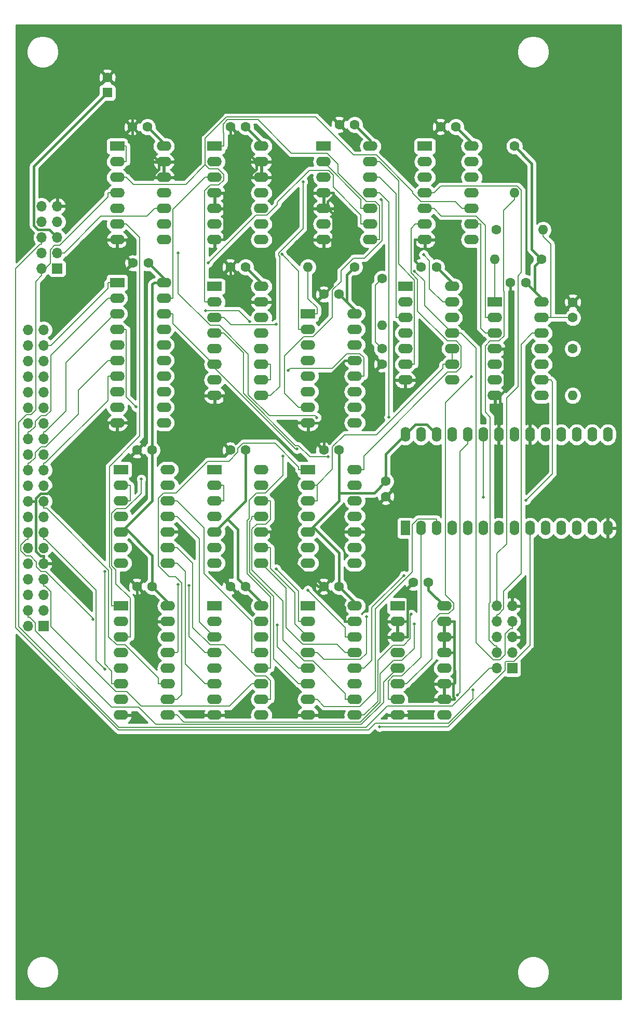
<source format=gtl>
G04 #@! TF.GenerationSoftware,KiCad,Pcbnew,(5.1.9)-1*
G04 #@! TF.CreationDate,2025-10-08T16:02:49+09:00*
G04 #@! TF.ProjectId,MZ-80B_GRAM1,4d5a2d38-3042-45f4-9752-414d312e6b69,rev?*
G04 #@! TF.SameCoordinates,PX53920b0PY93c3260*
G04 #@! TF.FileFunction,Copper,L1,Top*
G04 #@! TF.FilePolarity,Positive*
%FSLAX46Y46*%
G04 Gerber Fmt 4.6, Leading zero omitted, Abs format (unit mm)*
G04 Created by KiCad (PCBNEW (5.1.9)-1) date 2025-10-08 16:02:49*
%MOMM*%
%LPD*%
G01*
G04 APERTURE LIST*
G04 #@! TA.AperFunction,ComponentPad*
%ADD10C,1.600000*%
G04 #@! TD*
G04 #@! TA.AperFunction,ComponentPad*
%ADD11O,1.600000X1.600000*%
G04 #@! TD*
G04 #@! TA.AperFunction,ComponentPad*
%ADD12O,1.600000X2.400000*%
G04 #@! TD*
G04 #@! TA.AperFunction,ComponentPad*
%ADD13R,1.600000X2.400000*%
G04 #@! TD*
G04 #@! TA.AperFunction,ComponentPad*
%ADD14O,2.400000X1.600000*%
G04 #@! TD*
G04 #@! TA.AperFunction,ComponentPad*
%ADD15R,2.400000X1.600000*%
G04 #@! TD*
G04 #@! TA.AperFunction,ComponentPad*
%ADD16O,1.700000X1.700000*%
G04 #@! TD*
G04 #@! TA.AperFunction,ComponentPad*
%ADD17R,1.700000X1.700000*%
G04 #@! TD*
G04 #@! TA.AperFunction,ComponentPad*
%ADD18R,1.600000X1.600000*%
G04 #@! TD*
G04 #@! TA.AperFunction,ViaPad*
%ADD19C,0.500000*%
G04 #@! TD*
G04 #@! TA.AperFunction,Conductor*
%ADD20C,0.400000*%
G04 #@! TD*
G04 #@! TA.AperFunction,Conductor*
%ADD21C,0.200000*%
G04 #@! TD*
G04 #@! TA.AperFunction,Conductor*
%ADD22C,0.254000*%
G04 #@! TD*
G04 #@! TA.AperFunction,Conductor*
%ADD23C,0.100000*%
G04 #@! TD*
G04 APERTURE END LIST*
D10*
X60325000Y104095000D03*
X60325000Y106595000D03*
X91440000Y111675000D03*
X91440000Y114175000D03*
D11*
X91440000Y98975000D03*
D10*
X91440000Y106595000D03*
X86360000Y121200000D03*
D11*
X78740000Y121200000D03*
D10*
X55880000Y119930000D03*
D11*
X48260000Y119930000D03*
X81915000Y131995000D03*
D10*
X81915000Y139615000D03*
D12*
X64135000Y92625000D03*
X97155000Y77385000D03*
X66675000Y92625000D03*
X94615000Y77385000D03*
X69215000Y92625000D03*
X92075000Y77385000D03*
X71755000Y92625000D03*
X89535000Y77385000D03*
X74295000Y92625000D03*
X86995000Y77385000D03*
X76835000Y92625000D03*
X84455000Y77385000D03*
X79375000Y92625000D03*
X81915000Y77385000D03*
X81915000Y92625000D03*
X79375000Y77385000D03*
X84455000Y92625000D03*
X76835000Y77385000D03*
X86995000Y92625000D03*
X74295000Y77385000D03*
X89535000Y92625000D03*
X71755000Y77385000D03*
X92075000Y92625000D03*
X69215000Y77385000D03*
X94615000Y92625000D03*
X66675000Y77385000D03*
X97155000Y92625000D03*
D13*
X64135000Y77385000D03*
D14*
X25400000Y64685000D03*
X17780000Y46905000D03*
X25400000Y62145000D03*
X17780000Y49445000D03*
X25400000Y59605000D03*
X17780000Y51985000D03*
X25400000Y57065000D03*
X17780000Y54525000D03*
X25400000Y54525000D03*
X17780000Y57065000D03*
X25400000Y51985000D03*
X17780000Y59605000D03*
X25400000Y49445000D03*
X17780000Y62145000D03*
X25400000Y46905000D03*
D15*
X17780000Y64685000D03*
D14*
X40640000Y64685000D03*
X33020000Y46905000D03*
X40640000Y62145000D03*
X33020000Y49445000D03*
X40640000Y59605000D03*
X33020000Y51985000D03*
X40640000Y57065000D03*
X33020000Y54525000D03*
X40640000Y54525000D03*
X33020000Y57065000D03*
X40640000Y51985000D03*
X33020000Y59605000D03*
X40640000Y49445000D03*
X33020000Y62145000D03*
X40640000Y46905000D03*
D15*
X33020000Y64685000D03*
X48260000Y64685000D03*
D14*
X55880000Y46905000D03*
X48260000Y62145000D03*
X55880000Y49445000D03*
X48260000Y59605000D03*
X55880000Y51985000D03*
X48260000Y57065000D03*
X55880000Y54525000D03*
X48260000Y54525000D03*
X55880000Y57065000D03*
X48260000Y51985000D03*
X55880000Y59605000D03*
X48260000Y49445000D03*
X55880000Y62145000D03*
X48260000Y46905000D03*
X55880000Y64685000D03*
D15*
X62865000Y64685000D03*
D14*
X70485000Y46905000D03*
X62865000Y62145000D03*
X70485000Y49445000D03*
X62865000Y59605000D03*
X70485000Y51985000D03*
X62865000Y57065000D03*
X70485000Y54525000D03*
X62865000Y54525000D03*
X70485000Y57065000D03*
X62865000Y51985000D03*
X70485000Y59605000D03*
X62865000Y49445000D03*
X70485000Y62145000D03*
X62865000Y46905000D03*
X70485000Y64685000D03*
X25400000Y86910000D03*
X17780000Y71670000D03*
X25400000Y84370000D03*
X17780000Y74210000D03*
X25400000Y81830000D03*
X17780000Y76750000D03*
X25400000Y79290000D03*
X17780000Y79290000D03*
X25400000Y76750000D03*
X17780000Y81830000D03*
X25400000Y74210000D03*
X17780000Y84370000D03*
X25400000Y71670000D03*
D15*
X17780000Y86910000D03*
X33020000Y86910000D03*
D14*
X40640000Y71670000D03*
X33020000Y84370000D03*
X40640000Y74210000D03*
X33020000Y81830000D03*
X40640000Y76750000D03*
X33020000Y79290000D03*
X40640000Y79290000D03*
X33020000Y76750000D03*
X40640000Y81830000D03*
X33020000Y74210000D03*
X40640000Y84370000D03*
X33020000Y71670000D03*
X40640000Y86910000D03*
X55880000Y86910000D03*
X48260000Y71670000D03*
X55880000Y84370000D03*
X48260000Y74210000D03*
X55880000Y81830000D03*
X48260000Y76750000D03*
X55880000Y79290000D03*
X48260000Y79290000D03*
X55880000Y76750000D03*
X48260000Y81830000D03*
X55880000Y74210000D03*
X48260000Y84370000D03*
X55880000Y71670000D03*
D15*
X48260000Y86910000D03*
D14*
X24765000Y117390000D03*
X17145000Y94530000D03*
X24765000Y114850000D03*
X17145000Y97070000D03*
X24765000Y112310000D03*
X17145000Y99610000D03*
X24765000Y109770000D03*
X17145000Y102150000D03*
X24765000Y107230000D03*
X17145000Y104690000D03*
X24765000Y104690000D03*
X17145000Y107230000D03*
X24765000Y102150000D03*
X17145000Y109770000D03*
X24765000Y99610000D03*
X17145000Y112310000D03*
X24765000Y97070000D03*
X17145000Y114850000D03*
X24765000Y94530000D03*
D15*
X17145000Y117390000D03*
D14*
X71755000Y116755000D03*
X64135000Y101515000D03*
X71755000Y114215000D03*
X64135000Y104055000D03*
X71755000Y111675000D03*
X64135000Y106595000D03*
X71755000Y109135000D03*
X64135000Y109135000D03*
X71755000Y106595000D03*
X64135000Y111675000D03*
X71755000Y104055000D03*
X64135000Y114215000D03*
X71755000Y101515000D03*
D15*
X64135000Y116755000D03*
D14*
X86360000Y114215000D03*
X78740000Y98975000D03*
X86360000Y111675000D03*
X78740000Y101515000D03*
X86360000Y109135000D03*
X78740000Y104055000D03*
X86360000Y106595000D03*
X78740000Y106595000D03*
X86360000Y104055000D03*
X78740000Y109135000D03*
X86360000Y101515000D03*
X78740000Y111675000D03*
X86360000Y98975000D03*
D15*
X78740000Y114215000D03*
D14*
X24765000Y139615000D03*
X17145000Y124375000D03*
X24765000Y137075000D03*
X17145000Y126915000D03*
X24765000Y134535000D03*
X17145000Y129455000D03*
X24765000Y131995000D03*
X17145000Y131995000D03*
X24765000Y129455000D03*
X17145000Y134535000D03*
X24765000Y126915000D03*
X17145000Y137075000D03*
X24765000Y124375000D03*
D15*
X17145000Y139615000D03*
X33020000Y139615000D03*
D14*
X40640000Y124375000D03*
X33020000Y137075000D03*
X40640000Y126915000D03*
X33020000Y134535000D03*
X40640000Y129455000D03*
X33020000Y131995000D03*
X40640000Y131995000D03*
X33020000Y129455000D03*
X40640000Y134535000D03*
X33020000Y126915000D03*
X40640000Y137075000D03*
X33020000Y124375000D03*
X40640000Y139615000D03*
D15*
X50800000Y139615000D03*
D14*
X58420000Y124375000D03*
X50800000Y137075000D03*
X58420000Y126915000D03*
X50800000Y134535000D03*
X58420000Y129455000D03*
X50800000Y131995000D03*
X58420000Y131995000D03*
X50800000Y129455000D03*
X58420000Y134535000D03*
X50800000Y126915000D03*
X58420000Y137075000D03*
X50800000Y124375000D03*
X58420000Y139615000D03*
D15*
X67310000Y139615000D03*
D14*
X74930000Y124375000D03*
X67310000Y137075000D03*
X74930000Y126915000D03*
X67310000Y134535000D03*
X74930000Y129455000D03*
X67310000Y131995000D03*
X74930000Y131995000D03*
X67310000Y129455000D03*
X74930000Y134535000D03*
X67310000Y126915000D03*
X74930000Y137075000D03*
X67310000Y124375000D03*
X74930000Y139615000D03*
D10*
X20360000Y67860000D03*
X22860000Y67860000D03*
X53340000Y67860000D03*
X50840000Y67860000D03*
X53340000Y115485000D03*
X50840000Y115485000D03*
X81280000Y117390000D03*
X83780000Y117390000D03*
X19725000Y120565000D03*
X22225000Y120565000D03*
X35600000Y67860000D03*
X38100000Y67860000D03*
X22098000Y142748000D03*
X19598000Y142748000D03*
X53340000Y90085000D03*
X50840000Y90085000D03*
X66715000Y119930000D03*
X69215000Y119930000D03*
X67905000Y68495000D03*
X65405000Y68495000D03*
X55880000Y143130000D03*
X53380000Y143130000D03*
X35600000Y90085000D03*
X38100000Y90085000D03*
X38100000Y142790000D03*
X35600000Y142790000D03*
X69890000Y142790000D03*
X72390000Y142790000D03*
X22860000Y90085000D03*
X20360000Y90085000D03*
X60960000Y82505000D03*
X60960000Y85005000D03*
X35600000Y119930000D03*
X38100000Y119930000D03*
D16*
X2620000Y109690000D03*
X5160000Y109690000D03*
X2620000Y107150000D03*
X5160000Y107150000D03*
X2620000Y104610000D03*
X5160000Y104610000D03*
X2620000Y102070000D03*
X5160000Y102070000D03*
X2620000Y99530000D03*
X5160000Y99530000D03*
X2620000Y96990000D03*
X5160000Y96990000D03*
X2620000Y94450000D03*
X5160000Y94450000D03*
X2620000Y91910000D03*
X5160000Y91910000D03*
X2620000Y89370000D03*
X5160000Y89370000D03*
X2620000Y86830000D03*
X5160000Y86830000D03*
X2620000Y84290000D03*
X5160000Y84290000D03*
X2620000Y81750000D03*
X5160000Y81750000D03*
X2620000Y79210000D03*
X5160000Y79210000D03*
X2620000Y76670000D03*
X5160000Y76670000D03*
X2620000Y74130000D03*
X5160000Y74130000D03*
X2620000Y71590000D03*
X5160000Y71590000D03*
X2620000Y69050000D03*
X5160000Y69050000D03*
X2620000Y66510000D03*
X5160000Y66510000D03*
X2620000Y63970000D03*
X5160000Y63970000D03*
X2620000Y61430000D03*
D17*
X5160000Y61430000D03*
D16*
X4826000Y129836000D03*
X7366000Y129836000D03*
X4826000Y127296000D03*
X7366000Y127296000D03*
X4826000Y124756000D03*
X7366000Y124756000D03*
X4826000Y122216000D03*
X7366000Y122216000D03*
X4826000Y119676000D03*
D17*
X7366000Y119676000D03*
D10*
X15536000Y150836000D03*
D18*
X15536000Y148336000D03*
D14*
X40640000Y116755000D03*
X33020000Y98975000D03*
X40640000Y114215000D03*
X33020000Y101515000D03*
X40640000Y111675000D03*
X33020000Y104055000D03*
X40640000Y109135000D03*
X33020000Y106595000D03*
X40640000Y106595000D03*
X33020000Y109135000D03*
X40640000Y104055000D03*
X33020000Y111675000D03*
X40640000Y101515000D03*
X33020000Y114215000D03*
X40640000Y98975000D03*
D15*
X33020000Y116755000D03*
X48260000Y112310000D03*
D14*
X55880000Y94530000D03*
X48260000Y109770000D03*
X55880000Y97070000D03*
X48260000Y107230000D03*
X55880000Y99610000D03*
X48260000Y104690000D03*
X55880000Y102150000D03*
X48260000Y102150000D03*
X55880000Y104690000D03*
X48260000Y99610000D03*
X55880000Y107230000D03*
X48260000Y97070000D03*
X55880000Y109770000D03*
X48260000Y94530000D03*
X55880000Y112310000D03*
D11*
X86620000Y126000000D03*
D10*
X79000000Y126000000D03*
X60325000Y118025000D03*
D11*
X60325000Y110405000D03*
D16*
X79045000Y64694000D03*
X81585000Y64694000D03*
X79045000Y62154000D03*
X81585000Y62154000D03*
X79045000Y59614000D03*
X81585000Y59614000D03*
X79045000Y57074000D03*
X81585000Y57074000D03*
X79045000Y54534000D03*
D17*
X81585000Y54534000D03*
D19*
X35138700Y77349800D03*
X65121200Y63330500D03*
X38784100Y111031400D03*
X31578700Y112820000D03*
X45026700Y103048700D03*
X20267900Y97103300D03*
X13182300Y62487100D03*
X15168700Y54405000D03*
X43081600Y70743700D03*
X48233200Y67266000D03*
X43227400Y61560600D03*
X31989300Y120578900D03*
X75148700Y51039500D03*
X65626400Y119245800D03*
X43095000Y110636700D03*
X63902200Y69661900D03*
X57818000Y62914900D03*
X59958200Y44968200D03*
X76835000Y82382700D03*
X28852100Y68032500D03*
X65575800Y61784000D03*
X72600900Y50157900D03*
X46482800Y90261200D03*
X44208800Y89108200D03*
X51515700Y88973900D03*
X61450600Y95415400D03*
X27108500Y68169500D03*
X21075000Y85343500D03*
X15125200Y70326400D03*
X83834600Y81926200D03*
X74917700Y102086900D03*
X47464500Y133837300D03*
X49668000Y95405500D03*
X27118200Y122226000D03*
X44029800Y122000000D03*
X60219600Y130913900D03*
X67120900Y121955400D03*
D20*
X35104600Y78834600D02*
X36800400Y77138800D01*
X36800400Y77138800D02*
X36800400Y69159600D01*
X36800400Y69159600D02*
X38100000Y67860000D01*
X35104600Y78834600D02*
X33020000Y76750000D01*
X38100000Y90085000D02*
X38100000Y81830000D01*
X38100000Y81830000D02*
X35104600Y78834600D01*
X24765000Y117390000D02*
X23164700Y117390000D01*
X22860000Y90085000D02*
X22860000Y117085300D01*
X22860000Y117085300D02*
X23164700Y117390000D01*
X22860000Y90085000D02*
X22860000Y81830000D01*
X22860000Y81830000D02*
X18430100Y77400100D01*
X81915000Y139615000D02*
X84734700Y136795300D01*
X84734700Y136795300D02*
X84734700Y122825300D01*
X84734700Y122825300D02*
X86360000Y121200000D01*
X53340000Y83100000D02*
X59055000Y83100000D01*
X59055000Y83100000D02*
X60960000Y85005000D01*
X53340000Y83100000D02*
X53340000Y81830000D01*
X53340000Y81830000D02*
X49080000Y77570000D01*
X53340000Y90085000D02*
X53340000Y83100000D01*
X18430100Y77400100D02*
X22860000Y72970200D01*
X22860000Y72970200D02*
X22860000Y67860000D01*
X18430100Y77400100D02*
X17780000Y76750000D01*
X49080000Y77570000D02*
X53340000Y73310000D01*
X53340000Y73310000D02*
X53340000Y67860000D01*
X49080000Y77570000D02*
X48260000Y76750000D01*
X54602100Y114222900D02*
X54602100Y118652100D01*
X54602100Y118652100D02*
X55880000Y119930000D01*
X54602100Y114222900D02*
X55880000Y112945000D01*
X55880000Y112945000D02*
X55880000Y112310000D01*
X53340000Y115485000D02*
X54602100Y114222900D01*
X22225000Y120565000D02*
X24765000Y118025000D01*
X24765000Y118025000D02*
X24765000Y117390000D01*
X86360000Y121200000D02*
X85256500Y120096500D01*
X85256500Y120096500D02*
X85256500Y115913600D01*
X85256500Y115913600D02*
X86360000Y114810000D01*
X86360000Y114810000D02*
X86360000Y114215000D01*
X83780000Y117390000D02*
X85256500Y115913600D01*
X53340000Y67860000D02*
X55880000Y65320000D01*
X55880000Y65320000D02*
X55880000Y64685000D01*
X22860000Y67860000D02*
X25400000Y65320000D01*
X25400000Y65320000D02*
X25400000Y64685000D01*
X38100000Y67860000D02*
X40640000Y65320000D01*
X40640000Y65320000D02*
X40640000Y64685000D01*
X67905000Y68495000D02*
X67905000Y67265000D01*
X67905000Y67265000D02*
X70485000Y64685000D01*
X64135000Y92625000D02*
X65735000Y94225000D01*
X65735000Y94225000D02*
X67615000Y94225000D01*
X67615000Y94225000D02*
X69215000Y92625000D01*
X60960000Y85005000D02*
X60960000Y89450000D01*
X60960000Y89450000D02*
X64135000Y92625000D01*
X69215000Y119930000D02*
X71755000Y117390000D01*
X71755000Y117390000D02*
X71755000Y116755000D01*
X72390000Y142790000D02*
X74930000Y140250000D01*
X74930000Y140250000D02*
X74930000Y139615000D01*
X55880000Y143130000D02*
X58420000Y140590000D01*
X58420000Y140590000D02*
X58420000Y139615000D01*
X38100000Y119930000D02*
X40640000Y117390000D01*
X40640000Y117390000D02*
X40640000Y116755000D01*
X38100000Y142790000D02*
X40640000Y140250000D01*
X40640000Y140250000D02*
X40640000Y139615000D01*
X22098000Y142748000D02*
X24765000Y140081000D01*
X24765000Y140081000D02*
X24765000Y139615000D01*
X7366000Y124756000D02*
X6076000Y126046000D01*
X6076000Y126046000D02*
X4226000Y126046000D01*
X4226000Y126046000D02*
X3576000Y126696000D01*
X3576000Y126696000D02*
X3576000Y136376000D01*
X3576000Y136376000D02*
X15536000Y148336000D01*
X5160000Y71590000D02*
X5160000Y72840300D01*
X5160000Y72840300D02*
X4613000Y72840300D01*
X4613000Y72840300D02*
X3870300Y73583000D01*
X3870300Y73583000D02*
X3870300Y81750000D01*
X2620000Y81750000D02*
X3870300Y81750000D01*
X17145000Y94530000D02*
X15544700Y94530000D01*
X15544700Y94530000D02*
X15544700Y92848900D01*
X15544700Y92848900D02*
X5715800Y83020000D01*
X5715800Y83020000D02*
X4622200Y83020000D01*
X4622200Y83020000D02*
X3870300Y82268100D01*
X3870300Y82268100D02*
X3870300Y81750000D01*
X71950600Y51985000D02*
X72085300Y52119700D01*
X72085300Y52119700D02*
X72085300Y57065000D01*
X71935200Y51985000D02*
X71950600Y51985000D01*
X71950600Y51985000D02*
X71950600Y49888600D01*
X71950600Y49888600D02*
X72070200Y49769000D01*
X72070200Y49769000D02*
X72070200Y49760800D01*
X72070200Y49760800D02*
X72085300Y49745700D01*
X72085300Y49745700D02*
X72085300Y49445000D01*
X33020000Y98975000D02*
X34620300Y98975000D01*
X35600000Y90085000D02*
X34620300Y91064700D01*
X34620300Y91064700D02*
X34620300Y98975000D01*
X40640000Y76750000D02*
X42240300Y76750000D01*
X42240300Y76750000D02*
X42240300Y75559100D01*
X42240300Y75559100D02*
X49939400Y67860000D01*
X49939400Y67860000D02*
X50840000Y67860000D01*
X17145000Y124375000D02*
X18745300Y124375000D01*
X18745300Y124375000D02*
X18745300Y121544700D01*
X18745300Y121544700D02*
X19725000Y120565000D01*
X55880000Y62145000D02*
X54279700Y62145000D01*
X79540200Y98975000D02*
X79540200Y94390500D01*
X79540200Y94390500D02*
X79375000Y94225300D01*
X66715000Y119930000D02*
X65709700Y120935300D01*
X65709700Y120935300D02*
X65709700Y124375000D01*
X50840000Y115485000D02*
X52250200Y116895200D01*
X52250200Y116895200D02*
X52250200Y124375000D01*
X52250200Y124375000D02*
X52400300Y124525100D01*
X52400300Y124525100D02*
X52400300Y128561800D01*
X52400300Y128561800D02*
X51507100Y129455000D01*
X50800000Y124375000D02*
X52250200Y124375000D01*
X50800000Y131995000D02*
X52400300Y131995000D01*
X51507100Y129455000D02*
X51507100Y130604700D01*
X51507100Y130604700D02*
X51507200Y130604700D01*
X51507200Y130604700D02*
X52400300Y131497800D01*
X52400300Y131497800D02*
X52400300Y131995000D01*
X50800000Y129455000D02*
X51507100Y129455000D01*
X34620300Y131995000D02*
X36499700Y131995000D01*
X36499700Y131995000D02*
X39039700Y134535000D01*
X34470200Y131995000D02*
X34620300Y131995000D01*
X33020000Y131995000D02*
X34470200Y131995000D01*
X19598000Y142748000D02*
X19598000Y141441900D01*
X19598000Y141441900D02*
X23964900Y137075000D01*
X15536000Y150836000D02*
X19598000Y146774000D01*
X19598000Y146774000D02*
X19598000Y142748000D01*
X70485000Y51985000D02*
X71935200Y51985000D01*
X70485000Y57065000D02*
X72085300Y57065000D01*
X72085300Y57065000D02*
X72085300Y59605000D01*
X70485000Y62145000D02*
X72085300Y62145000D01*
X70485000Y59605000D02*
X72085300Y59605000D01*
X72085300Y59605000D02*
X72085300Y62145000D01*
X54279700Y62145000D02*
X54279700Y64420300D01*
X54279700Y64420300D02*
X50840000Y67860000D01*
X24765000Y134535000D02*
X23164700Y134535000D01*
X23964900Y137075000D02*
X23964900Y135832300D01*
X23964900Y135832300D02*
X23964800Y135832300D01*
X23964800Y135832300D02*
X23164700Y135032200D01*
X23164700Y135032200D02*
X23164700Y134535000D01*
X24765000Y137075000D02*
X23964900Y137075000D01*
X81280000Y117390000D02*
X81280000Y107534700D01*
X81280000Y107534700D02*
X80340300Y106595000D01*
X79540200Y98975000D02*
X80340300Y99775100D01*
X80340300Y99775100D02*
X80340300Y106595000D01*
X79375000Y92625000D02*
X79375000Y94225300D01*
X78740000Y106595000D02*
X80340300Y106595000D01*
X39839900Y137075000D02*
X35600000Y141314900D01*
X35600000Y141314900D02*
X35600000Y142790000D01*
X39039700Y134535000D02*
X39039700Y135032200D01*
X39039700Y135032200D02*
X39839800Y135832300D01*
X39839800Y135832300D02*
X39839900Y135832300D01*
X39839900Y135832300D02*
X39839900Y137075000D01*
X65405000Y68495000D02*
X64465300Y67555300D01*
X64465300Y67555300D02*
X64465300Y62145000D01*
X62865000Y62145000D02*
X64465300Y62145000D01*
X62865000Y59605000D02*
X64465300Y59605000D01*
X64465300Y59605000D02*
X64465300Y62145000D01*
X50840000Y94530000D02*
X50840000Y90085000D01*
X54279700Y104690000D02*
X50840000Y101250300D01*
X50840000Y101250300D02*
X50840000Y94530000D01*
X50840000Y94530000D02*
X49860300Y94530000D01*
X48260000Y94530000D02*
X49860300Y94530000D01*
X33020000Y124375000D02*
X34620300Y124375000D01*
X34620300Y124375000D02*
X34620300Y129455000D01*
X33020000Y129455000D02*
X34620300Y129455000D01*
X34620300Y131995000D02*
X34620300Y129455000D01*
X35600000Y67860000D02*
X35138700Y68321300D01*
X35138700Y68321300D02*
X35138700Y77349800D01*
X25400000Y62145000D02*
X23799700Y62145000D01*
X55880000Y104690000D02*
X54279700Y104690000D01*
X70485000Y49445000D02*
X72085300Y49445000D01*
X78740000Y98975000D02*
X79540200Y98975000D01*
X40640000Y134535000D02*
X39039700Y134535000D01*
X40640000Y137075000D02*
X39839900Y137075000D01*
X40640000Y114215000D02*
X39039700Y114215000D01*
X35600000Y119930000D02*
X35600000Y117654700D01*
X35600000Y117654700D02*
X39039700Y114215000D01*
X20360000Y67860000D02*
X20360000Y65584700D01*
X20360000Y65584700D02*
X23799700Y62145000D01*
X67310000Y124375000D02*
X65709700Y124375000D01*
D21*
X66675000Y75884700D02*
X66675000Y56346500D01*
X66675000Y56346500D02*
X63583500Y53255000D01*
X63583500Y53255000D02*
X62165700Y53255000D01*
X62165700Y53255000D02*
X61364700Y52454000D01*
X61364700Y52454000D02*
X61364700Y49445000D01*
X66675000Y77385000D02*
X66675000Y75884700D01*
X62865000Y49445000D02*
X61364700Y49445000D01*
X65121200Y63330500D02*
X64965700Y63175000D01*
X64965700Y63175000D02*
X64965700Y59348100D01*
X64965700Y59348100D02*
X63898800Y58281200D01*
X63898800Y58281200D02*
X62120600Y58281200D01*
X62120600Y58281200D02*
X59647600Y55808200D01*
X59647600Y55808200D02*
X59647600Y49172300D01*
X59647600Y49172300D02*
X57380300Y46905000D01*
X55880000Y46905000D02*
X57380300Y46905000D01*
X2620000Y93060300D02*
X2907700Y93060300D01*
X2907700Y93060300D02*
X3770300Y93922900D01*
X3770300Y93922900D02*
X3770300Y94748800D01*
X3770300Y94748800D02*
X4741500Y95720000D01*
X4741500Y95720000D02*
X5526000Y95720000D01*
X5526000Y95720000D02*
X6310400Y96504400D01*
X6310400Y96504400D02*
X6310400Y105515700D01*
X6310400Y105515700D02*
X15644700Y114850000D01*
X17145000Y114850000D02*
X15644700Y114850000D01*
X2620000Y91910000D02*
X2620000Y93060300D01*
X31578700Y112820000D02*
X36995500Y112820000D01*
X36995500Y112820000D02*
X38784100Y111031400D01*
X17145000Y112310000D02*
X16766700Y112310000D01*
X5160000Y93060300D02*
X5447600Y93060300D01*
X5447600Y93060300D02*
X8831600Y96444300D01*
X8831600Y96444300D02*
X8831600Y104374900D01*
X8831600Y104374900D02*
X16766700Y112310000D01*
X5160000Y91910000D02*
X5160000Y93060300D01*
X17145000Y109770000D02*
X18645300Y109770000D01*
X55880000Y102150000D02*
X57380300Y102150000D01*
X45026700Y103048700D02*
X45398000Y103420000D01*
X45398000Y103420000D02*
X52209500Y103420000D01*
X52209500Y103420000D02*
X54599300Y105809800D01*
X54599300Y105809800D02*
X56742600Y105809800D01*
X56742600Y105809800D02*
X57380300Y105172100D01*
X57380300Y105172100D02*
X57380300Y102150000D01*
X18645300Y109770000D02*
X18645300Y98725900D01*
X18645300Y98725900D02*
X20267900Y97103300D01*
X17145000Y104690000D02*
X15644700Y104690000D01*
X2620000Y86830000D02*
X2620000Y87980300D01*
X2620000Y87980300D02*
X2907700Y87980300D01*
X2907700Y87980300D02*
X3770300Y88842900D01*
X3770300Y88842900D02*
X3770300Y89668800D01*
X3770300Y89668800D02*
X4741500Y90640000D01*
X4741500Y90640000D02*
X5525600Y90640000D01*
X5525600Y90640000D02*
X10835900Y95950300D01*
X10835900Y95950300D02*
X10835900Y99881200D01*
X10835900Y99881200D02*
X15644700Y104690000D01*
X17145000Y102150000D02*
X15644700Y102150000D01*
X5160000Y86830000D02*
X5160000Y87980300D01*
X5160000Y87980300D02*
X5447600Y87980300D01*
X5447600Y87980300D02*
X15644700Y98177400D01*
X15644700Y98177400D02*
X15644700Y102150000D01*
X5160000Y80599700D02*
X5630200Y80599700D01*
X5630200Y80599700D02*
X15754600Y70475300D01*
X15754600Y70475300D02*
X15754600Y59674300D01*
X15754600Y59674300D02*
X17093900Y58335000D01*
X17093900Y58335000D02*
X18487400Y58335000D01*
X18487400Y58335000D02*
X23899700Y52922700D01*
X23899700Y52922700D02*
X23899700Y51985000D01*
X5160000Y81750000D02*
X5160000Y80599700D01*
X25400000Y51985000D02*
X23899700Y51985000D01*
X40640000Y51985000D02*
X39139700Y51985000D01*
X5160000Y69050000D02*
X5160000Y67899700D01*
X5160000Y67899700D02*
X5447700Y67899700D01*
X5447700Y67899700D02*
X6310300Y67037100D01*
X6310300Y67037100D02*
X6310300Y61369800D01*
X6310300Y61369800D02*
X16965100Y50715000D01*
X16965100Y50715000D02*
X18664200Y50715000D01*
X18664200Y50715000D02*
X21042100Y48337100D01*
X21042100Y48337100D02*
X35491800Y48337100D01*
X35491800Y48337100D02*
X39139700Y51985000D01*
X2620000Y76670000D02*
X2620000Y75519700D01*
X2620000Y75519700D02*
X2332400Y75519700D01*
X2332400Y75519700D02*
X1464000Y74651300D01*
X1464000Y74651300D02*
X1464000Y73651700D01*
X1464000Y73651700D02*
X2255600Y72860100D01*
X2255600Y72860100D02*
X3014100Y72860100D01*
X3014100Y72860100D02*
X4009600Y71864600D01*
X4009600Y71864600D02*
X4009600Y71051900D01*
X4009600Y71051900D02*
X4741500Y70320000D01*
X4741500Y70320000D02*
X5519600Y70320000D01*
X5519600Y70320000D02*
X13182300Y62657300D01*
X13182300Y62657300D02*
X13182300Y62487100D01*
X5160000Y76670000D02*
X5160000Y75519700D01*
X5160000Y75519700D02*
X5447600Y75519700D01*
X5447600Y75519700D02*
X13740200Y67227100D01*
X13740200Y67227100D02*
X13740200Y55833500D01*
X13740200Y55833500D02*
X15168700Y54405000D01*
X2620000Y63970000D02*
X2620000Y62819700D01*
X2620000Y62819700D02*
X2907700Y62819700D01*
X2907700Y62819700D02*
X3770300Y61957100D01*
X3770300Y61957100D02*
X3770300Y60624900D01*
X3770300Y60624900D02*
X16220200Y48175000D01*
X16220200Y48175000D02*
X20638000Y48175000D01*
X20638000Y48175000D02*
X23437800Y45375200D01*
X23437800Y45375200D02*
X56996300Y45375200D01*
X56996300Y45375200D02*
X60605400Y48984300D01*
X60605400Y48984300D02*
X60605400Y52265400D01*
X60605400Y52265400D02*
X62865000Y54525000D01*
X43081600Y70743700D02*
X46759700Y67065600D01*
X46759700Y67065600D02*
X46759700Y62145000D01*
X48260000Y62145000D02*
X46759700Y62145000D01*
X48233200Y67266000D02*
X54379700Y61119500D01*
X54379700Y61119500D02*
X54379700Y59605000D01*
X55880000Y59605000D02*
X54379700Y59605000D01*
X46759700Y54525000D02*
X43227400Y58057300D01*
X43227400Y58057300D02*
X43227400Y61560600D01*
X48260000Y54525000D02*
X46759700Y54525000D01*
X56919700Y126915000D02*
X56919700Y128415300D01*
X56919700Y128415300D02*
X52414200Y132920800D01*
X52414200Y132920800D02*
X52414200Y134894500D01*
X52414200Y134894500D02*
X51625000Y135683700D01*
X51625000Y135683700D02*
X48472000Y135683700D01*
X48472000Y135683700D02*
X43271900Y130483600D01*
X43271900Y130483600D02*
X43271900Y130096100D01*
X43271900Y130096100D02*
X41530400Y128354600D01*
X41530400Y128354600D02*
X39765000Y128354600D01*
X39765000Y128354600D02*
X31989300Y120578900D01*
X58420000Y126915000D02*
X56919700Y126915000D01*
X17145000Y117390000D02*
X15644700Y117390000D01*
X5160000Y107150000D02*
X6310300Y107150000D01*
X6310300Y107150000D02*
X15644700Y116484400D01*
X15644700Y116484400D02*
X15644700Y117390000D01*
X60325000Y118025000D02*
X59219800Y116919800D01*
X59219800Y116919800D02*
X59219800Y107700200D01*
X59219800Y107700200D02*
X60325000Y106595000D01*
X87860300Y111675000D02*
X91440000Y111675000D01*
X87760200Y111675000D02*
X87860300Y111675000D01*
X86360000Y111675000D02*
X87760200Y111675000D01*
X86620000Y126000000D02*
X86620000Y124899700D01*
X86620000Y124899700D02*
X87860300Y123659400D01*
X87860300Y123659400D02*
X87860300Y111675000D01*
X17145000Y131995000D02*
X15644700Y131995000D01*
X4826000Y119100900D02*
X6215600Y120490500D01*
X6215600Y120490500D02*
X6215600Y122754100D01*
X6215600Y122754100D02*
X6947500Y123486000D01*
X6947500Y123486000D02*
X7763200Y123486000D01*
X7763200Y123486000D02*
X15644700Y131367500D01*
X15644700Y131367500D02*
X15644700Y131995000D01*
X4826000Y119100900D02*
X4826000Y118525700D01*
X4826000Y119676000D02*
X4826000Y119100900D01*
X77894700Y54534000D02*
X77865000Y54534000D01*
X77865000Y54534000D02*
X74598400Y51267400D01*
X74598400Y51267400D02*
X74598400Y51144700D01*
X74598400Y51144700D02*
X71798300Y48344600D01*
X71798300Y48344600D02*
X61163700Y48344600D01*
X61163700Y48344600D02*
X57757400Y44938300D01*
X57757400Y44938300D02*
X17463800Y44938300D01*
X17463800Y44938300D02*
X1063300Y61338800D01*
X1063300Y61338800D02*
X1063300Y94569700D01*
X1063300Y94569700D02*
X2333200Y95839600D01*
X2333200Y95839600D02*
X3111700Y95839600D01*
X3111700Y95839600D02*
X3890000Y96617900D01*
X3890000Y96617900D02*
X3890000Y117589700D01*
X3890000Y117589700D02*
X4826000Y118525700D01*
X79045000Y54534000D02*
X77894700Y54534000D01*
X24765000Y129455000D02*
X23264700Y129455000D01*
X7366000Y122216000D02*
X8516300Y122216000D01*
X8516300Y122216000D02*
X14485300Y128185000D01*
X14485300Y128185000D02*
X21994700Y128185000D01*
X21994700Y128185000D02*
X23264700Y129455000D01*
X4826000Y124756000D02*
X4826000Y123605700D01*
X75148700Y51039500D02*
X75148700Y49538400D01*
X75148700Y49538400D02*
X71208500Y45598200D01*
X71208500Y45598200D02*
X59266300Y45598200D01*
X59266300Y45598200D02*
X58138100Y44470000D01*
X58138100Y44470000D02*
X17320700Y44470000D01*
X17320700Y44470000D02*
X617500Y61173200D01*
X617500Y61173200D02*
X617500Y119635600D01*
X617500Y119635600D02*
X4587600Y123605700D01*
X4587600Y123605700D02*
X4826000Y123605700D01*
X17145000Y137075000D02*
X18645300Y137075000D01*
X17145000Y139615000D02*
X18645300Y139615000D01*
X18645300Y139615000D02*
X18645300Y137075000D01*
X71755000Y109135000D02*
X73255300Y109135000D01*
X81585000Y62154000D02*
X81585000Y61003700D01*
X81585000Y61003700D02*
X81297300Y61003700D01*
X81297300Y61003700D02*
X80434700Y60141100D01*
X80434700Y60141100D02*
X80434700Y56767800D01*
X80434700Y56767800D02*
X79582300Y55915400D01*
X79582300Y55915400D02*
X78518700Y55915400D01*
X78518700Y55915400D02*
X75718900Y58715200D01*
X75718900Y58715200D02*
X75718900Y106671400D01*
X75718900Y106671400D02*
X73255300Y109135000D01*
X71755000Y109135000D02*
X67261300Y113628700D01*
X67261300Y113628700D02*
X67261300Y117610900D01*
X67261300Y117610900D02*
X65626400Y119245800D01*
X86360000Y109135000D02*
X84859700Y109135000D01*
X79045000Y62154000D02*
X79045000Y63304300D01*
X79045000Y63304300D02*
X79332700Y63304300D01*
X79332700Y63304300D02*
X80195300Y64166900D01*
X80195300Y64166900D02*
X80195300Y67098300D01*
X80195300Y67098300D02*
X83043500Y69946500D01*
X83043500Y69946500D02*
X83043500Y107318800D01*
X83043500Y107318800D02*
X84859700Y109135000D01*
X67310000Y131995000D02*
X68810300Y131995000D01*
X79045000Y64694000D02*
X79045000Y73231300D01*
X79045000Y73231300D02*
X80645000Y74831300D01*
X80645000Y74831300D02*
X80645000Y98597700D01*
X80645000Y98597700D02*
X82530000Y100482700D01*
X82530000Y100482700D02*
X82530000Y118490400D01*
X82530000Y118490400D02*
X83073700Y119034100D01*
X83073700Y119034100D02*
X83073700Y132437800D01*
X83073700Y132437800D02*
X82401700Y133109800D01*
X82401700Y133109800D02*
X69925100Y133109800D01*
X69925100Y133109800D02*
X68810300Y131995000D01*
X78740000Y114215000D02*
X78740000Y121200000D01*
X48260000Y112310000D02*
X49760300Y112310000D01*
X49760300Y112310000D02*
X49760300Y113272700D01*
X49760300Y113272700D02*
X48260000Y114773000D01*
X48260000Y114773000D02*
X48260000Y119930000D01*
X34520300Y111675000D02*
X35714200Y110481100D01*
X35714200Y110481100D02*
X42939400Y110481100D01*
X42939400Y110481100D02*
X43095000Y110636700D01*
X33020000Y111675000D02*
X34520300Y111675000D01*
X49760300Y49445000D02*
X50878500Y48326800D01*
X50878500Y48326800D02*
X56722700Y48326800D01*
X56722700Y48326800D02*
X59247300Y50851400D01*
X59247300Y50851400D02*
X59247300Y64228700D01*
X59247300Y64228700D02*
X65247000Y70228400D01*
X65247000Y70228400D02*
X65247000Y77930200D01*
X65247000Y77930200D02*
X66202100Y78885300D01*
X66202100Y78885300D02*
X69215000Y78885300D01*
X69215000Y77385000D02*
X69215000Y78885300D01*
X48260000Y49445000D02*
X49760300Y49445000D01*
X57380300Y54525000D02*
X58699500Y55844200D01*
X58699500Y55844200D02*
X58699500Y64459200D01*
X58699500Y64459200D02*
X63902200Y69661900D01*
X55880000Y54525000D02*
X57380300Y54525000D01*
X48260000Y57065000D02*
X49760300Y57065000D01*
X49760300Y57065000D02*
X50866200Y55959100D01*
X50866200Y55959100D02*
X56813600Y55959100D01*
X56813600Y55959100D02*
X57818000Y56963500D01*
X57818000Y56963500D02*
X57818000Y62914900D01*
X40640000Y104055000D02*
X42140300Y104055000D01*
X40640000Y101515000D02*
X42140300Y101515000D01*
X42140300Y101515000D02*
X42140300Y104055000D01*
X59958200Y44968200D02*
X71144800Y44968200D01*
X71144800Y44968200D02*
X80434600Y54258000D01*
X80434600Y54258000D02*
X80434600Y55546300D01*
X80434600Y55546300D02*
X80572700Y55684400D01*
X80572700Y55684400D02*
X81854700Y55684400D01*
X81854700Y55684400D02*
X84455000Y58284700D01*
X84455000Y58284700D02*
X84455000Y77385000D01*
X76835000Y82382700D02*
X76835000Y92625000D01*
X31519700Y57065000D02*
X28852100Y59732600D01*
X28852100Y59732600D02*
X28852100Y68032500D01*
X33020000Y57065000D02*
X31519700Y57065000D01*
X65575800Y61784000D02*
X65575800Y57773800D01*
X65575800Y57773800D02*
X63597000Y55795000D01*
X63597000Y55795000D02*
X62178700Y55795000D01*
X62178700Y55795000D02*
X60048000Y53664300D01*
X60048000Y53664300D02*
X60048000Y49006400D01*
X60048000Y49006400D02*
X56817200Y45775600D01*
X56817200Y45775600D02*
X28029700Y45775600D01*
X28029700Y45775600D02*
X26900300Y46905000D01*
X25400000Y46905000D02*
X26900300Y46905000D01*
X74295000Y92625000D02*
X74295000Y91124700D01*
X72600900Y50157900D02*
X73025000Y50582000D01*
X73025000Y50582000D02*
X73025000Y89854700D01*
X73025000Y89854700D02*
X74295000Y91124700D01*
X32945900Y104055000D02*
X32945900Y103549400D01*
X32945900Y103549400D02*
X46234100Y90261200D01*
X46234100Y90261200D02*
X46482800Y90261200D01*
X32945900Y104055000D02*
X32871800Y104055000D01*
X33020000Y104055000D02*
X32945900Y104055000D01*
X24765000Y112310000D02*
X26265300Y112310000D01*
X26265300Y112310000D02*
X26265300Y110661500D01*
X26265300Y110661500D02*
X32871800Y104055000D01*
X44208800Y89108200D02*
X44208800Y85966200D01*
X44208800Y85966200D02*
X41342600Y83100000D01*
X41342600Y83100000D02*
X39895900Y83100000D01*
X39895900Y83100000D02*
X38668500Y81872600D01*
X38668500Y81872600D02*
X38668500Y78932500D01*
X38668500Y78932500D02*
X38339100Y78603100D01*
X38339100Y78603100D02*
X38339100Y69972300D01*
X38339100Y69972300D02*
X42140300Y66171100D01*
X42140300Y66171100D02*
X42140300Y54525000D01*
X40640000Y54525000D02*
X42140300Y54525000D01*
X51515700Y88973900D02*
X48548400Y88973900D01*
X48548400Y88973900D02*
X46710800Y90811500D01*
X46710800Y90811500D02*
X46250000Y90811500D01*
X46250000Y90811500D02*
X37712900Y99348600D01*
X37712900Y99348600D02*
X37712900Y105942500D01*
X37712900Y105942500D02*
X37712800Y105942500D01*
X37712800Y105942500D02*
X34520300Y109135000D01*
X33020000Y109135000D02*
X34520300Y109135000D01*
X59920300Y131995000D02*
X61450600Y130464700D01*
X61450600Y130464700D02*
X61450600Y95415400D01*
X58420000Y131995000D02*
X59920300Y131995000D01*
X27108500Y68169500D02*
X27108500Y57273200D01*
X27108500Y57273200D02*
X26900300Y57065000D01*
X25400000Y57065000D02*
X26900300Y57065000D01*
X46759700Y86910000D02*
X46759700Y87335600D01*
X46759700Y87335600D02*
X42875100Y91220200D01*
X42875100Y91220200D02*
X37663000Y91220200D01*
X37663000Y91220200D02*
X36850000Y90407200D01*
X36850000Y90407200D02*
X36850000Y89765200D01*
X36850000Y89765200D02*
X35371200Y88286400D01*
X35371200Y88286400D02*
X31907100Y88286400D01*
X31907100Y88286400D02*
X26720700Y83100000D01*
X26720700Y83100000D02*
X24693000Y83100000D01*
X24693000Y83100000D02*
X23870900Y82277900D01*
X23870900Y82277900D02*
X23870900Y71240300D01*
X23870900Y71240300D02*
X25639700Y69471500D01*
X25639700Y69471500D02*
X26649400Y69471500D01*
X26649400Y69471500D02*
X27658900Y68462000D01*
X27658900Y68462000D02*
X27658900Y50203600D01*
X27658900Y50203600D02*
X26900300Y49445000D01*
X25400000Y49445000D02*
X26900300Y49445000D01*
X48260000Y86910000D02*
X46759700Y86910000D01*
X17780000Y59605000D02*
X19280300Y59605000D01*
X21075000Y85343500D02*
X21075000Y83019100D01*
X21075000Y83019100D02*
X18571500Y80515600D01*
X18571500Y80515600D02*
X16995800Y80515600D01*
X16995800Y80515600D02*
X16279700Y79799500D01*
X16279700Y79799500D02*
X16279700Y71214000D01*
X16279700Y71214000D02*
X16929300Y70564400D01*
X16929300Y70564400D02*
X16929300Y68307700D01*
X16929300Y68307700D02*
X19280300Y65956700D01*
X19280300Y65956700D02*
X19280300Y59605000D01*
X16279700Y51985000D02*
X16279700Y54072300D01*
X16279700Y54072300D02*
X15125200Y55226800D01*
X15125200Y55226800D02*
X15125200Y70326400D01*
X17780000Y51985000D02*
X16279700Y51985000D01*
X17780000Y64685000D02*
X16279700Y64685000D01*
X17145000Y126915000D02*
X18645300Y126915000D01*
X18645300Y126915000D02*
X20843500Y124716800D01*
X20843500Y124716800D02*
X20843500Y92398200D01*
X20843500Y92398200D02*
X15879300Y87434000D01*
X15879300Y87434000D02*
X15879300Y71048100D01*
X15879300Y71048100D02*
X16279700Y70647700D01*
X16279700Y70647700D02*
X16279700Y64685000D01*
X56919700Y129455000D02*
X56919700Y130955300D01*
X56919700Y130955300D02*
X50800000Y137075000D01*
X58420000Y129455000D02*
X56919700Y129455000D01*
X31519700Y51985000D02*
X28259400Y55245300D01*
X28259400Y55245300D02*
X28259400Y70310900D01*
X28259400Y70310900D02*
X26900300Y71670000D01*
X33020000Y51985000D02*
X31519700Y51985000D01*
X25400000Y71670000D02*
X26900300Y71670000D01*
X40640000Y57065000D02*
X39139700Y57065000D01*
X25400000Y81830000D02*
X26900300Y81830000D01*
X26900300Y81830000D02*
X31343600Y77386700D01*
X31343600Y77386700D02*
X31343600Y69936400D01*
X31343600Y69936400D02*
X39139700Y62140300D01*
X39139700Y62140300D02*
X39139700Y57065000D01*
X86360000Y101515000D02*
X87860300Y101515000D01*
X87860300Y101515000D02*
X88145900Y101229400D01*
X88145900Y101229400D02*
X88145900Y86237500D01*
X88145900Y86237500D02*
X83834600Y81926200D01*
X25400000Y79290000D02*
X26900300Y79290000D01*
X26900300Y79290000D02*
X30556800Y75633500D01*
X30556800Y75633500D02*
X30556800Y62068200D01*
X30556800Y62068200D02*
X33020000Y59605000D01*
X26900300Y74210000D02*
X29476900Y71633400D01*
X29476900Y71633400D02*
X29476900Y61185700D01*
X29476900Y61185700D02*
X32327600Y58335000D01*
X32327600Y58335000D02*
X34629800Y58335000D01*
X34629800Y58335000D02*
X39709800Y53255000D01*
X39709800Y53255000D02*
X41412800Y53255000D01*
X41412800Y53255000D02*
X42140300Y52527500D01*
X42140300Y52527500D02*
X42140300Y49445000D01*
X40640000Y49445000D02*
X42140300Y49445000D01*
X25400000Y74210000D02*
X26900300Y74210000D01*
X42140300Y74210000D02*
X42140300Y70792600D01*
X42140300Y70792600D02*
X46142600Y66790300D01*
X46142600Y66790300D02*
X46142600Y61722400D01*
X46142600Y61722400D02*
X48260000Y59605000D01*
X40640000Y74210000D02*
X42140300Y74210000D01*
X39139700Y79290000D02*
X39139700Y78837600D01*
X39139700Y78837600D02*
X38739400Y78437300D01*
X38739400Y78437300D02*
X38739400Y70138200D01*
X38739400Y70138200D02*
X42623600Y66254000D01*
X42623600Y66254000D02*
X42623600Y56121100D01*
X42623600Y56121100D02*
X46759700Y51985000D01*
X48260000Y51985000D02*
X46759700Y51985000D01*
X40640000Y79290000D02*
X39139700Y79290000D01*
X55880000Y49445000D02*
X54379700Y49445000D01*
X40640000Y81830000D02*
X42140300Y81830000D01*
X42140300Y81830000D02*
X42140300Y78786900D01*
X42140300Y78786900D02*
X41373800Y78020400D01*
X41373800Y78020400D02*
X39933800Y78020400D01*
X39933800Y78020400D02*
X39139700Y77226300D01*
X39139700Y77226300D02*
X39139700Y70586900D01*
X39139700Y70586900D02*
X44219500Y65507100D01*
X44219500Y65507100D02*
X44219500Y59135000D01*
X44219500Y59135000D02*
X47627500Y55727000D01*
X47627500Y55727000D02*
X49075800Y55727000D01*
X49075800Y55727000D02*
X54379700Y50423100D01*
X54379700Y50423100D02*
X54379700Y49445000D01*
X54379700Y57065000D02*
X52968000Y58476700D01*
X52968000Y58476700D02*
X47421100Y58476700D01*
X47421100Y58476700D02*
X44730100Y61167700D01*
X44730100Y61167700D02*
X44730100Y67580000D01*
X44730100Y67580000D02*
X44730000Y67580000D01*
X44730000Y67580000D02*
X40640000Y71670000D01*
X55880000Y57065000D02*
X54379700Y57065000D01*
X74917700Y102086900D02*
X70647500Y97816700D01*
X70647500Y97816700D02*
X70647500Y66489600D01*
X70647500Y66489600D02*
X72006200Y65130900D01*
X72006200Y65130900D02*
X72006200Y64227700D01*
X72006200Y64227700D02*
X71193500Y63415000D01*
X71193500Y63415000D02*
X69775200Y63415000D01*
X69775200Y63415000D02*
X68490700Y62130500D01*
X68490700Y62130500D02*
X68490700Y56110400D01*
X68490700Y56110400D02*
X64365300Y51985000D01*
X62865000Y51985000D02*
X64365300Y51985000D01*
X33020000Y84370000D02*
X34520300Y84370000D01*
X33020000Y81830000D02*
X34520300Y81830000D01*
X34520300Y81830000D02*
X34520300Y84370000D01*
X49660200Y84370000D02*
X52237900Y86947700D01*
X52237900Y86947700D02*
X52237900Y90582100D01*
X52237900Y90582100D02*
X54241800Y92586000D01*
X54241800Y92586000D02*
X59421000Y92586000D01*
X59421000Y92586000D02*
X70254700Y103419700D01*
X70254700Y103419700D02*
X70254700Y104055000D01*
X71755000Y104055000D02*
X70254700Y104055000D01*
X71755000Y104055000D02*
X71755000Y106595000D01*
X49660200Y84370000D02*
X49760300Y84269900D01*
X49760300Y84269900D02*
X49760300Y81830000D01*
X48260000Y84370000D02*
X49660200Y84370000D01*
X17780000Y81830000D02*
X19280300Y81830000D01*
X17780000Y84370000D02*
X19280300Y84370000D01*
X19280300Y84370000D02*
X19280300Y81830000D01*
X48260000Y81830000D02*
X49760300Y81830000D01*
X65809700Y126915000D02*
X65076100Y126181400D01*
X65076100Y126181400D02*
X65076100Y118969000D01*
X65076100Y118969000D02*
X66139500Y117905600D01*
X66139500Y117905600D02*
X66139500Y112747000D01*
X66139500Y112747000D02*
X71021500Y107865000D01*
X71021500Y107865000D02*
X72461200Y107865000D01*
X72461200Y107865000D02*
X73255500Y107070700D01*
X73255500Y107070700D02*
X73255500Y103572300D01*
X73255500Y103572300D02*
X72468200Y102785000D01*
X72468200Y102785000D02*
X71059000Y102785000D01*
X71059000Y102785000D02*
X57380300Y89106300D01*
X57380300Y89106300D02*
X57380300Y86910000D01*
X55880000Y86910000D02*
X57380300Y86910000D01*
X67310000Y126915000D02*
X65809700Y126915000D01*
X24765000Y114850000D02*
X26265300Y114850000D01*
X33020000Y134535000D02*
X31519700Y134535000D01*
X31519700Y134535000D02*
X26265300Y129280600D01*
X26265300Y129280600D02*
X26265300Y114850000D01*
X78740000Y111675000D02*
X77239700Y111675000D01*
X67310000Y129455000D02*
X68810300Y129455000D01*
X68810300Y129455000D02*
X70023100Y128242200D01*
X70023100Y128242200D02*
X75680500Y128242200D01*
X75680500Y128242200D02*
X77239700Y126683000D01*
X77239700Y126683000D02*
X77239700Y111675000D01*
X47464500Y133837300D02*
X47464500Y126212900D01*
X47464500Y126212900D02*
X43479500Y122227900D01*
X43479500Y122227900D02*
X43479500Y121772100D01*
X43479500Y121772100D02*
X43651700Y121599900D01*
X43651700Y121599900D02*
X43651700Y100486400D01*
X43651700Y100486400D02*
X42140300Y98975000D01*
X40640000Y98975000D02*
X42140300Y98975000D01*
X31516300Y136574100D02*
X31516300Y140908100D01*
X31516300Y140908100D02*
X34966400Y144358200D01*
X34966400Y144358200D02*
X49510000Y144358200D01*
X49510000Y144358200D02*
X55692800Y138175400D01*
X55692800Y138175400D02*
X59387700Y138175400D01*
X59387700Y138175400D02*
X65345000Y132218100D01*
X65345000Y132218100D02*
X65345000Y131933200D01*
X65345000Y131933200D02*
X66694800Y130583400D01*
X66694800Y130583400D02*
X72301300Y130583400D01*
X72301300Y130583400D02*
X73429700Y129455000D01*
X31519700Y114215000D02*
X31397900Y114336800D01*
X31397900Y114336800D02*
X31397900Y132371800D01*
X31397900Y132371800D02*
X32291100Y133265000D01*
X32291100Y133265000D02*
X33713600Y133265000D01*
X33713600Y133265000D02*
X34530600Y134082000D01*
X34530600Y134082000D02*
X34530600Y134999500D01*
X34530600Y134999500D02*
X33595500Y135934600D01*
X33595500Y135934600D02*
X32155800Y135934600D01*
X32155800Y135934600D02*
X31516300Y136574100D01*
X31516300Y136574100D02*
X28353800Y133411600D01*
X28353800Y133411600D02*
X19768700Y133411600D01*
X19768700Y133411600D02*
X18645300Y134535000D01*
X17145000Y134535000D02*
X18645300Y134535000D01*
X33020000Y114215000D02*
X31519700Y114215000D01*
X74930000Y129455000D02*
X73429700Y129455000D01*
X49668000Y95405500D02*
X49393500Y95680000D01*
X49393500Y95680000D02*
X41947800Y95680000D01*
X41947800Y95680000D02*
X38509000Y99118800D01*
X38509000Y99118800D02*
X38509000Y105712800D01*
X38509000Y105712800D02*
X33816800Y110405000D01*
X33816800Y110405000D02*
X32297900Y110405000D01*
X32297900Y110405000D02*
X27118200Y115584700D01*
X27118200Y115584700D02*
X27118200Y122226000D01*
X48260000Y109770000D02*
X46759700Y109770000D01*
X44029800Y122000000D02*
X46759700Y119270100D01*
X46759700Y119270100D02*
X46759700Y109770000D01*
X46759700Y97070000D02*
X44464700Y99365000D01*
X44464700Y99365000D02*
X44464700Y105478300D01*
X44464700Y105478300D02*
X47572800Y108586400D01*
X47572800Y108586400D02*
X49075300Y108586400D01*
X49075300Y108586400D02*
X52226200Y111737300D01*
X52226200Y111737300D02*
X52226200Y116163500D01*
X52226200Y116163500D02*
X53642900Y117580200D01*
X53642900Y117580200D02*
X53642900Y119316600D01*
X53642900Y119316600D02*
X55709400Y121383100D01*
X55709400Y121383100D02*
X57513100Y121383100D01*
X57513100Y121383100D02*
X60346600Y124216600D01*
X60346600Y124216600D02*
X60346600Y130786900D01*
X60346600Y130786900D02*
X60219600Y130913900D01*
X48260000Y97070000D02*
X46759700Y97070000D01*
X70254700Y114215000D02*
X68099700Y116370000D01*
X68099700Y116370000D02*
X68099700Y120976600D01*
X68099700Y120976600D02*
X67120900Y121955400D01*
X71755000Y114215000D02*
X70254700Y114215000D01*
X64135000Y104055000D02*
X65635300Y104055000D01*
X58420000Y137075000D02*
X59920300Y137075000D01*
X59920300Y137075000D02*
X63035200Y133960100D01*
X63035200Y133960100D02*
X63035200Y120443600D01*
X63035200Y120443600D02*
X65635300Y117843500D01*
X65635300Y117843500D02*
X65635300Y104055000D01*
X64135000Y111675000D02*
X62634700Y111675000D01*
X58420000Y134535000D02*
X59920300Y134535000D01*
X59920300Y134535000D02*
X62634700Y131820600D01*
X62634700Y131820600D02*
X62634700Y111675000D01*
X78740000Y109135000D02*
X77239700Y109135000D01*
X74930000Y126915000D02*
X76430300Y126915000D01*
X76430300Y126915000D02*
X76430300Y109944400D01*
X76430300Y109944400D02*
X77239700Y109135000D01*
X34520300Y139615000D02*
X34520300Y141724900D01*
X34520300Y141724900D02*
X34426500Y141818700D01*
X34426500Y141818700D02*
X34426500Y143225200D01*
X34426500Y143225200D02*
X35134700Y143933400D01*
X35134700Y143933400D02*
X40120100Y143933400D01*
X40120100Y143933400D02*
X45566800Y138486700D01*
X45566800Y138486700D02*
X51403800Y138486700D01*
X51403800Y138486700D02*
X53191600Y136698900D01*
X53191600Y136698900D02*
X53191600Y135249700D01*
X53191600Y135249700D02*
X57857900Y130583400D01*
X57857900Y130583400D02*
X59252100Y130583400D01*
X59252100Y130583400D02*
X59920300Y129915200D01*
X59920300Y129915200D02*
X59920300Y124375000D01*
X33020000Y139615000D02*
X34520300Y139615000D01*
X58420000Y124375000D02*
X59920300Y124375000D01*
X81915000Y131995000D02*
X81915000Y130894700D01*
X79045000Y57074000D02*
X79045000Y58224300D01*
X79045000Y58224300D02*
X78757400Y58224300D01*
X78757400Y58224300D02*
X77825000Y59156700D01*
X77825000Y59156700D02*
X77825000Y65101000D01*
X77825000Y65101000D02*
X77983100Y65259100D01*
X77983100Y65259100D02*
X77983100Y95491100D01*
X77983100Y95491100D02*
X77207600Y96266600D01*
X77207600Y96266600D02*
X77207600Y107075000D01*
X77207600Y107075000D02*
X77997600Y107865000D01*
X77997600Y107865000D02*
X79443200Y107865000D01*
X79443200Y107865000D02*
X80252400Y108674200D01*
X80252400Y108674200D02*
X80252400Y115950800D01*
X80252400Y115950800D02*
X80176400Y116026800D01*
X80176400Y116026800D02*
X80176400Y129156100D01*
X80176400Y129156100D02*
X81915000Y130894700D01*
D22*
X99340000Y660000D02*
X660000Y660000D01*
X660000Y5259525D01*
X2365000Y5259525D01*
X2365000Y4740475D01*
X2466261Y4231399D01*
X2664893Y3751859D01*
X2953262Y3320285D01*
X3320285Y2953262D01*
X3751859Y2664893D01*
X4231399Y2466261D01*
X4740475Y2365000D01*
X5259525Y2365000D01*
X5768601Y2466261D01*
X6248141Y2664893D01*
X6679715Y2953262D01*
X7046738Y3320285D01*
X7335107Y3751859D01*
X7533739Y4231399D01*
X7635000Y4740475D01*
X7635000Y5259525D01*
X82365000Y5259525D01*
X82365000Y4740475D01*
X82466261Y4231399D01*
X82664893Y3751859D01*
X82953262Y3320285D01*
X83320285Y2953262D01*
X83751859Y2664893D01*
X84231399Y2466261D01*
X84740475Y2365000D01*
X85259525Y2365000D01*
X85768601Y2466261D01*
X86248141Y2664893D01*
X86679715Y2953262D01*
X87046738Y3320285D01*
X87335107Y3751859D01*
X87533739Y4231399D01*
X87635000Y4740475D01*
X87635000Y5259525D01*
X87533739Y5768601D01*
X87335107Y6248141D01*
X87046738Y6679715D01*
X86679715Y7046738D01*
X86248141Y7335107D01*
X85768601Y7533739D01*
X85259525Y7635000D01*
X84740475Y7635000D01*
X84231399Y7533739D01*
X83751859Y7335107D01*
X83320285Y7046738D01*
X82953262Y6679715D01*
X82664893Y6248141D01*
X82466261Y5768601D01*
X82365000Y5259525D01*
X7635000Y5259525D01*
X7533739Y5768601D01*
X7335107Y6248141D01*
X7046738Y6679715D01*
X6679715Y7046738D01*
X6248141Y7335107D01*
X5768601Y7533739D01*
X5259525Y7635000D01*
X4740475Y7635000D01*
X4231399Y7533739D01*
X3751859Y7335107D01*
X3320285Y7046738D01*
X2953262Y6679715D01*
X2664893Y6248141D01*
X2466261Y5768601D01*
X2365000Y5259525D01*
X660000Y5259525D01*
X660000Y60091254D01*
X16775446Y43975807D01*
X16798462Y43947762D01*
X16910380Y43855913D01*
X17038067Y43787663D01*
X17134586Y43758384D01*
X17176614Y43745635D01*
X17320700Y43731444D01*
X17356805Y43735000D01*
X58101995Y43735000D01*
X58138100Y43731444D01*
X58174205Y43735000D01*
X58282185Y43745635D01*
X58420733Y43787663D01*
X58548420Y43855913D01*
X58660338Y43947762D01*
X58683358Y43975812D01*
X59207015Y44499469D01*
X59270776Y44404045D01*
X59394045Y44280776D01*
X59538995Y44183923D01*
X59700055Y44117210D01*
X59871035Y44083200D01*
X60045365Y44083200D01*
X60216345Y44117210D01*
X60377405Y44183923D01*
X60451153Y44233200D01*
X71108695Y44233200D01*
X71144800Y44229644D01*
X71180905Y44233200D01*
X71288885Y44243835D01*
X71427433Y44285863D01*
X71555120Y44354113D01*
X71667038Y44445962D01*
X71690059Y44474013D01*
X80374466Y53158420D01*
X80380506Y53153463D01*
X80490820Y53094498D01*
X80610518Y53058188D01*
X80735000Y53045928D01*
X82435000Y53045928D01*
X82559482Y53058188D01*
X82679180Y53094498D01*
X82789494Y53153463D01*
X82886185Y53232815D01*
X82965537Y53329506D01*
X83024502Y53439820D01*
X83060812Y53559518D01*
X83073072Y53684000D01*
X83073072Y55384000D01*
X83060812Y55508482D01*
X83024502Y55628180D01*
X82965537Y55738494D01*
X82957740Y55747994D01*
X84949197Y57739450D01*
X84977237Y57762462D01*
X85000250Y57790503D01*
X85000253Y57790506D01*
X85069087Y57874380D01*
X85137337Y58002066D01*
X85179365Y58140615D01*
X85193556Y58284700D01*
X85190000Y58320805D01*
X85190000Y75750736D01*
X85256101Y75786068D01*
X85474608Y75965392D01*
X85653932Y76183899D01*
X85725000Y76316858D01*
X85796068Y76183899D01*
X85975393Y75965392D01*
X86193900Y75786068D01*
X86443193Y75652818D01*
X86713692Y75570764D01*
X86995000Y75543057D01*
X87276309Y75570764D01*
X87546808Y75652818D01*
X87796101Y75786068D01*
X88014608Y75965392D01*
X88193932Y76183899D01*
X88265000Y76316858D01*
X88336068Y76183899D01*
X88515393Y75965392D01*
X88733900Y75786068D01*
X88983193Y75652818D01*
X89253692Y75570764D01*
X89535000Y75543057D01*
X89816309Y75570764D01*
X90086808Y75652818D01*
X90336101Y75786068D01*
X90554608Y75965392D01*
X90733932Y76183899D01*
X90805000Y76316858D01*
X90876068Y76183899D01*
X91055393Y75965392D01*
X91273900Y75786068D01*
X91523193Y75652818D01*
X91793692Y75570764D01*
X92075000Y75543057D01*
X92356309Y75570764D01*
X92626808Y75652818D01*
X92876101Y75786068D01*
X93094608Y75965392D01*
X93273932Y76183899D01*
X93345000Y76316858D01*
X93416068Y76183899D01*
X93595393Y75965392D01*
X93813900Y75786068D01*
X94063193Y75652818D01*
X94333692Y75570764D01*
X94615000Y75543057D01*
X94896309Y75570764D01*
X95166808Y75652818D01*
X95416101Y75786068D01*
X95634608Y75965392D01*
X95813932Y76183899D01*
X95882265Y76311741D01*
X96032399Y76082161D01*
X96230105Y75880500D01*
X96463354Y75721285D01*
X96723182Y75610633D01*
X96805961Y75593096D01*
X97028000Y75715085D01*
X97028000Y77258000D01*
X97282000Y77258000D01*
X97282000Y75715085D01*
X97504039Y75593096D01*
X97586818Y75610633D01*
X97846646Y75721285D01*
X98079895Y75880500D01*
X98277601Y76082161D01*
X98432166Y76318517D01*
X98537650Y76580486D01*
X98590000Y76858000D01*
X98590000Y77258000D01*
X97282000Y77258000D01*
X97028000Y77258000D01*
X97008000Y77258000D01*
X97008000Y77512000D01*
X97028000Y77512000D01*
X97028000Y79054915D01*
X97282000Y79054915D01*
X97282000Y77512000D01*
X98590000Y77512000D01*
X98590000Y77912000D01*
X98537650Y78189514D01*
X98432166Y78451483D01*
X98277601Y78687839D01*
X98079895Y78889500D01*
X97846646Y79048715D01*
X97586818Y79159367D01*
X97504039Y79176904D01*
X97282000Y79054915D01*
X97028000Y79054915D01*
X96805961Y79176904D01*
X96723182Y79159367D01*
X96463354Y79048715D01*
X96230105Y78889500D01*
X96032399Y78687839D01*
X95882265Y78458259D01*
X95813932Y78586101D01*
X95634607Y78804608D01*
X95416100Y78983932D01*
X95166807Y79117182D01*
X94896308Y79199236D01*
X94615000Y79226943D01*
X94333691Y79199236D01*
X94063192Y79117182D01*
X93813899Y78983932D01*
X93595392Y78804607D01*
X93416068Y78586100D01*
X93345000Y78453142D01*
X93273932Y78586101D01*
X93094607Y78804608D01*
X92876100Y78983932D01*
X92626807Y79117182D01*
X92356308Y79199236D01*
X92075000Y79226943D01*
X91793691Y79199236D01*
X91523192Y79117182D01*
X91273899Y78983932D01*
X91055392Y78804607D01*
X90876068Y78586100D01*
X90805000Y78453142D01*
X90733932Y78586101D01*
X90554607Y78804608D01*
X90336100Y78983932D01*
X90086807Y79117182D01*
X89816308Y79199236D01*
X89535000Y79226943D01*
X89253691Y79199236D01*
X88983192Y79117182D01*
X88733899Y78983932D01*
X88515392Y78804607D01*
X88336068Y78586100D01*
X88265000Y78453142D01*
X88193932Y78586101D01*
X88014607Y78804608D01*
X87796100Y78983932D01*
X87546807Y79117182D01*
X87276308Y79199236D01*
X86995000Y79226943D01*
X86713691Y79199236D01*
X86443192Y79117182D01*
X86193899Y78983932D01*
X85975392Y78804607D01*
X85796068Y78586100D01*
X85725000Y78453142D01*
X85653932Y78586101D01*
X85474607Y78804608D01*
X85256100Y78983932D01*
X85006807Y79117182D01*
X84736308Y79199236D01*
X84455000Y79226943D01*
X84173691Y79199236D01*
X83903192Y79117182D01*
X83778500Y79050533D01*
X83778500Y81041200D01*
X83921765Y81041200D01*
X84092745Y81075210D01*
X84253805Y81141923D01*
X84398755Y81238776D01*
X84522024Y81362045D01*
X84618877Y81506995D01*
X84685590Y81668055D01*
X84702894Y81755048D01*
X88640093Y85692246D01*
X88668138Y85715262D01*
X88759987Y85827180D01*
X88828237Y85954867D01*
X88870265Y86093415D01*
X88880900Y86201395D01*
X88884456Y86237500D01*
X88880900Y86273605D01*
X88880900Y90947495D01*
X88983193Y90892818D01*
X89253692Y90810764D01*
X89535000Y90783057D01*
X89816309Y90810764D01*
X90086808Y90892818D01*
X90336101Y91026068D01*
X90554608Y91205392D01*
X90733932Y91423899D01*
X90805000Y91556858D01*
X90876068Y91423899D01*
X91055393Y91205392D01*
X91273900Y91026068D01*
X91523193Y90892818D01*
X91793692Y90810764D01*
X92075000Y90783057D01*
X92356309Y90810764D01*
X92626808Y90892818D01*
X92876101Y91026068D01*
X93094608Y91205392D01*
X93273932Y91423899D01*
X93345000Y91556858D01*
X93416068Y91423899D01*
X93595393Y91205392D01*
X93813900Y91026068D01*
X94063193Y90892818D01*
X94333692Y90810764D01*
X94615000Y90783057D01*
X94896309Y90810764D01*
X95166808Y90892818D01*
X95416101Y91026068D01*
X95634608Y91205392D01*
X95813932Y91423899D01*
X95885000Y91556858D01*
X95956068Y91423899D01*
X96135393Y91205392D01*
X96353900Y91026068D01*
X96603193Y90892818D01*
X96873692Y90810764D01*
X97155000Y90783057D01*
X97436309Y90810764D01*
X97706808Y90892818D01*
X97956101Y91026068D01*
X98174608Y91205392D01*
X98353932Y91423899D01*
X98487182Y91673192D01*
X98569236Y91943691D01*
X98590000Y92154509D01*
X98590000Y93095492D01*
X98569236Y93306309D01*
X98487182Y93576808D01*
X98353932Y93826101D01*
X98174607Y94044608D01*
X97956100Y94223932D01*
X97706807Y94357182D01*
X97436308Y94439236D01*
X97155000Y94466943D01*
X96873691Y94439236D01*
X96603192Y94357182D01*
X96353899Y94223932D01*
X96135392Y94044607D01*
X95956068Y93826100D01*
X95885000Y93693142D01*
X95813932Y93826101D01*
X95634607Y94044608D01*
X95416100Y94223932D01*
X95166807Y94357182D01*
X94896308Y94439236D01*
X94615000Y94466943D01*
X94333691Y94439236D01*
X94063192Y94357182D01*
X93813899Y94223932D01*
X93595392Y94044607D01*
X93416068Y93826100D01*
X93345000Y93693142D01*
X93273932Y93826101D01*
X93094607Y94044608D01*
X92876100Y94223932D01*
X92626807Y94357182D01*
X92356308Y94439236D01*
X92075000Y94466943D01*
X91793691Y94439236D01*
X91523192Y94357182D01*
X91273899Y94223932D01*
X91055392Y94044607D01*
X90876068Y93826100D01*
X90805000Y93693142D01*
X90733932Y93826101D01*
X90554607Y94044608D01*
X90336100Y94223932D01*
X90086807Y94357182D01*
X89816308Y94439236D01*
X89535000Y94466943D01*
X89253691Y94439236D01*
X88983192Y94357182D01*
X88880900Y94302506D01*
X88880900Y99116335D01*
X90005000Y99116335D01*
X90005000Y98833665D01*
X90060147Y98556426D01*
X90168320Y98295273D01*
X90325363Y98060241D01*
X90525241Y97860363D01*
X90760273Y97703320D01*
X91021426Y97595147D01*
X91298665Y97540000D01*
X91581335Y97540000D01*
X91858574Y97595147D01*
X92119727Y97703320D01*
X92354759Y97860363D01*
X92554637Y98060241D01*
X92711680Y98295273D01*
X92819853Y98556426D01*
X92875000Y98833665D01*
X92875000Y99116335D01*
X92819853Y99393574D01*
X92711680Y99654727D01*
X92554637Y99889759D01*
X92354759Y100089637D01*
X92119727Y100246680D01*
X91858574Y100354853D01*
X91581335Y100410000D01*
X91298665Y100410000D01*
X91021426Y100354853D01*
X90760273Y100246680D01*
X90525241Y100089637D01*
X90325363Y99889759D01*
X90168320Y99654727D01*
X90060147Y99393574D01*
X90005000Y99116335D01*
X88880900Y99116335D01*
X88880900Y101193306D01*
X88884455Y101229401D01*
X88880900Y101265496D01*
X88880900Y101265505D01*
X88870265Y101373485D01*
X88828237Y101512033D01*
X88759987Y101639720D01*
X88668137Y101751638D01*
X88640092Y101774654D01*
X88405559Y102009187D01*
X88382538Y102037238D01*
X88270620Y102129087D01*
X88142933Y102197337D01*
X88004385Y102239365D01*
X87999702Y102239826D01*
X87958932Y102316101D01*
X87779608Y102534608D01*
X87561101Y102713932D01*
X87428142Y102785000D01*
X87561101Y102856068D01*
X87779608Y103035392D01*
X87958932Y103253899D01*
X88092182Y103503192D01*
X88174236Y103773691D01*
X88201943Y104055000D01*
X88174236Y104336309D01*
X88092182Y104606808D01*
X87958932Y104856101D01*
X87779608Y105074608D01*
X87561101Y105253932D01*
X87428142Y105325000D01*
X87561101Y105396068D01*
X87779608Y105575392D01*
X87958932Y105793899D01*
X88092182Y106043192D01*
X88174236Y106313691D01*
X88201943Y106595000D01*
X88188023Y106736335D01*
X90005000Y106736335D01*
X90005000Y106453665D01*
X90060147Y106176426D01*
X90168320Y105915273D01*
X90325363Y105680241D01*
X90525241Y105480363D01*
X90760273Y105323320D01*
X91021426Y105215147D01*
X91298665Y105160000D01*
X91581335Y105160000D01*
X91858574Y105215147D01*
X92119727Y105323320D01*
X92354759Y105480363D01*
X92554637Y105680241D01*
X92711680Y105915273D01*
X92819853Y106176426D01*
X92875000Y106453665D01*
X92875000Y106736335D01*
X92819853Y107013574D01*
X92711680Y107274727D01*
X92554637Y107509759D01*
X92354759Y107709637D01*
X92119727Y107866680D01*
X91858574Y107974853D01*
X91581335Y108030000D01*
X91298665Y108030000D01*
X91021426Y107974853D01*
X90760273Y107866680D01*
X90525241Y107709637D01*
X90325363Y107509759D01*
X90168320Y107274727D01*
X90060147Y107013574D01*
X90005000Y106736335D01*
X88188023Y106736335D01*
X88174236Y106876309D01*
X88092182Y107146808D01*
X87958932Y107396101D01*
X87779608Y107614608D01*
X87561101Y107793932D01*
X87428142Y107865000D01*
X87561101Y107936068D01*
X87779608Y108115392D01*
X87958932Y108333899D01*
X88092182Y108583192D01*
X88174236Y108853691D01*
X88201943Y109135000D01*
X88174236Y109416309D01*
X88092182Y109686808D01*
X87958932Y109936101D01*
X87779608Y110154608D01*
X87561101Y110333932D01*
X87428142Y110405000D01*
X87561101Y110476068D01*
X87779608Y110655392D01*
X87958932Y110873899D01*
X87994264Y110940000D01*
X90205252Y110940000D01*
X90325363Y110760241D01*
X90525241Y110560363D01*
X90760273Y110403320D01*
X91021426Y110295147D01*
X91298665Y110240000D01*
X91581335Y110240000D01*
X91858574Y110295147D01*
X92119727Y110403320D01*
X92354759Y110560363D01*
X92554637Y110760241D01*
X92711680Y110995273D01*
X92819853Y111256426D01*
X92875000Y111533665D01*
X92875000Y111816335D01*
X92819853Y112093574D01*
X92711680Y112354727D01*
X92554637Y112589759D01*
X92354759Y112789637D01*
X92154131Y112923692D01*
X92181514Y112938329D01*
X92253097Y113182298D01*
X91440000Y113995395D01*
X90626903Y113182298D01*
X90698486Y112938329D01*
X90727341Y112924676D01*
X90525241Y112789637D01*
X90325363Y112589759D01*
X90205252Y112410000D01*
X88595300Y112410000D01*
X88595300Y114104488D01*
X89999783Y114104488D01*
X90041213Y113824870D01*
X90136397Y113558708D01*
X90203329Y113433486D01*
X90447298Y113361903D01*
X91260395Y114175000D01*
X91619605Y114175000D01*
X92432702Y113361903D01*
X92676671Y113433486D01*
X92797571Y113688996D01*
X92866300Y113963184D01*
X92880217Y114245512D01*
X92838787Y114525130D01*
X92743603Y114791292D01*
X92676671Y114916514D01*
X92432702Y114988097D01*
X91619605Y114175000D01*
X91260395Y114175000D01*
X90447298Y114988097D01*
X90203329Y114916514D01*
X90082429Y114661004D01*
X90013700Y114386816D01*
X89999783Y114104488D01*
X88595300Y114104488D01*
X88595300Y115167702D01*
X90626903Y115167702D01*
X91440000Y114354605D01*
X92253097Y115167702D01*
X92181514Y115411671D01*
X91926004Y115532571D01*
X91651816Y115601300D01*
X91369488Y115615217D01*
X91089870Y115573787D01*
X90823708Y115478603D01*
X90698486Y115411671D01*
X90626903Y115167702D01*
X88595300Y115167702D01*
X88595300Y123623296D01*
X88598856Y123659401D01*
X88584665Y123803486D01*
X88569717Y123852762D01*
X88542637Y123942033D01*
X88474387Y124069720D01*
X88426608Y124127938D01*
X88405553Y124153594D01*
X88405550Y124153597D01*
X88382537Y124181638D01*
X88354497Y124204650D01*
X87604271Y124954875D01*
X87734637Y125085241D01*
X87891680Y125320273D01*
X87999853Y125581426D01*
X88055000Y125858665D01*
X88055000Y126141335D01*
X87999853Y126418574D01*
X87891680Y126679727D01*
X87734637Y126914759D01*
X87534759Y127114637D01*
X87299727Y127271680D01*
X87038574Y127379853D01*
X86761335Y127435000D01*
X86478665Y127435000D01*
X86201426Y127379853D01*
X85940273Y127271680D01*
X85705241Y127114637D01*
X85569700Y126979096D01*
X85569700Y136754282D01*
X85573740Y136795300D01*
X85557618Y136958989D01*
X85509872Y137116387D01*
X85432336Y137261446D01*
X85354484Y137356309D01*
X85327991Y137388591D01*
X85296128Y137414740D01*
X83331285Y139379582D01*
X83350000Y139473665D01*
X83350000Y139756335D01*
X83294853Y140033574D01*
X83186680Y140294727D01*
X83029637Y140529759D01*
X82829759Y140729637D01*
X82594727Y140886680D01*
X82333574Y140994853D01*
X82056335Y141050000D01*
X81773665Y141050000D01*
X81496426Y140994853D01*
X81235273Y140886680D01*
X81000241Y140729637D01*
X80800363Y140529759D01*
X80643320Y140294727D01*
X80535147Y140033574D01*
X80480000Y139756335D01*
X80480000Y139473665D01*
X80535147Y139196426D01*
X80643320Y138935273D01*
X80800363Y138700241D01*
X81000241Y138500363D01*
X81235273Y138343320D01*
X81496426Y138235147D01*
X81773665Y138180000D01*
X82056335Y138180000D01*
X82150418Y138198715D01*
X83899700Y136449432D01*
X83899701Y122866329D01*
X83895660Y122825300D01*
X83911782Y122661612D01*
X83959528Y122504214D01*
X84036567Y122360085D01*
X84037065Y122359154D01*
X84141410Y122232009D01*
X84173274Y122205859D01*
X84943715Y121435418D01*
X84925000Y121341335D01*
X84925000Y121058665D01*
X84943715Y120964582D01*
X84695078Y120715945D01*
X84663209Y120689791D01*
X84608094Y120622632D01*
X84558864Y120562645D01*
X84481328Y120417586D01*
X84433582Y120260188D01*
X84417460Y120096500D01*
X84421500Y120055481D01*
X84421500Y118677514D01*
X84198574Y118769853D01*
X83921335Y118825000D01*
X83778343Y118825000D01*
X83798065Y118890015D01*
X83808700Y118997995D01*
X83808700Y118997996D01*
X83812256Y119034100D01*
X83808700Y119070205D01*
X83808700Y132401695D01*
X83812256Y132437800D01*
X83798065Y132581885D01*
X83756037Y132720434D01*
X83687787Y132848120D01*
X83682403Y132854680D01*
X83595938Y132960038D01*
X83567893Y132983054D01*
X82946958Y133603988D01*
X82923938Y133632038D01*
X82812020Y133723887D01*
X82684333Y133792137D01*
X82545785Y133834165D01*
X82437805Y133844800D01*
X82401700Y133848356D01*
X82365595Y133844800D01*
X76588210Y133844800D01*
X76662182Y133983192D01*
X76744236Y134253691D01*
X76771943Y134535000D01*
X76744236Y134816309D01*
X76662182Y135086808D01*
X76528932Y135336101D01*
X76349608Y135554608D01*
X76131101Y135733932D01*
X75998142Y135805000D01*
X76131101Y135876068D01*
X76349608Y136055392D01*
X76528932Y136273899D01*
X76662182Y136523192D01*
X76744236Y136793691D01*
X76771943Y137075000D01*
X76744236Y137356309D01*
X76662182Y137626808D01*
X76528932Y137876101D01*
X76349608Y138094608D01*
X76131101Y138273932D01*
X75998142Y138345000D01*
X76131101Y138416068D01*
X76349608Y138595392D01*
X76528932Y138813899D01*
X76662182Y139063192D01*
X76744236Y139333691D01*
X76771943Y139615000D01*
X76744236Y139896309D01*
X76662182Y140166808D01*
X76528932Y140416101D01*
X76349608Y140634608D01*
X76131101Y140813932D01*
X75881808Y140947182D01*
X75611309Y141029236D01*
X75400492Y141050000D01*
X75310868Y141050000D01*
X73806285Y142554582D01*
X73825000Y142648665D01*
X73825000Y142931335D01*
X73769853Y143208574D01*
X73661680Y143469727D01*
X73504637Y143704759D01*
X73304759Y143904637D01*
X73069727Y144061680D01*
X72808574Y144169853D01*
X72531335Y144225000D01*
X72248665Y144225000D01*
X71971426Y144169853D01*
X71710273Y144061680D01*
X71475241Y143904637D01*
X71275363Y143704759D01*
X71141308Y143504131D01*
X71126671Y143531514D01*
X70882702Y143603097D01*
X70069605Y142790000D01*
X70882702Y141976903D01*
X71126671Y142048486D01*
X71140324Y142077341D01*
X71275363Y141875241D01*
X71475241Y141675363D01*
X71710273Y141518320D01*
X71971426Y141410147D01*
X72248665Y141355000D01*
X72531335Y141355000D01*
X72625418Y141373715D01*
X73444642Y140554491D01*
X73331068Y140416101D01*
X73197818Y140166808D01*
X73115764Y139896309D01*
X73088057Y139615000D01*
X73115764Y139333691D01*
X73197818Y139063192D01*
X73331068Y138813899D01*
X73510392Y138595392D01*
X73728899Y138416068D01*
X73861858Y138345000D01*
X73728899Y138273932D01*
X73510392Y138094608D01*
X73331068Y137876101D01*
X73197818Y137626808D01*
X73115764Y137356309D01*
X73088057Y137075000D01*
X73115764Y136793691D01*
X73197818Y136523192D01*
X73331068Y136273899D01*
X73510392Y136055392D01*
X73728899Y135876068D01*
X73861858Y135805000D01*
X73728899Y135733932D01*
X73510392Y135554608D01*
X73331068Y135336101D01*
X73197818Y135086808D01*
X73115764Y134816309D01*
X73088057Y134535000D01*
X73115764Y134253691D01*
X73197818Y133983192D01*
X73271790Y133844800D01*
X69961194Y133844800D01*
X69925099Y133848355D01*
X69889004Y133844800D01*
X69888995Y133844800D01*
X69781015Y133834165D01*
X69642467Y133792137D01*
X69514780Y133723887D01*
X69402862Y133632038D01*
X69379846Y133603993D01*
X68757038Y132981184D01*
X68729608Y133014608D01*
X68511101Y133193932D01*
X68378142Y133265000D01*
X68511101Y133336068D01*
X68729608Y133515392D01*
X68908932Y133733899D01*
X69042182Y133983192D01*
X69124236Y134253691D01*
X69151943Y134535000D01*
X69124236Y134816309D01*
X69042182Y135086808D01*
X68908932Y135336101D01*
X68729608Y135554608D01*
X68511101Y135733932D01*
X68378142Y135805000D01*
X68511101Y135876068D01*
X68729608Y136055392D01*
X68908932Y136273899D01*
X69042182Y136523192D01*
X69124236Y136793691D01*
X69151943Y137075000D01*
X69124236Y137356309D01*
X69042182Y137626808D01*
X68908932Y137876101D01*
X68729608Y138094608D01*
X68616518Y138187419D01*
X68634482Y138189188D01*
X68754180Y138225498D01*
X68864494Y138284463D01*
X68961185Y138363815D01*
X69040537Y138460506D01*
X69099502Y138570820D01*
X69135812Y138690518D01*
X69148072Y138815000D01*
X69148072Y140415000D01*
X69135812Y140539482D01*
X69099502Y140659180D01*
X69040537Y140769494D01*
X68961185Y140866185D01*
X68864494Y140945537D01*
X68754180Y141004502D01*
X68634482Y141040812D01*
X68510000Y141053072D01*
X66110000Y141053072D01*
X65985518Y141040812D01*
X65865820Y141004502D01*
X65755506Y140945537D01*
X65658815Y140866185D01*
X65579463Y140769494D01*
X65520498Y140659180D01*
X65484188Y140539482D01*
X65471928Y140415000D01*
X65471928Y138815000D01*
X65484188Y138690518D01*
X65520498Y138570820D01*
X65579463Y138460506D01*
X65658815Y138363815D01*
X65755506Y138284463D01*
X65865820Y138225498D01*
X65985518Y138189188D01*
X66003482Y138187419D01*
X65890392Y138094608D01*
X65711068Y137876101D01*
X65577818Y137626808D01*
X65495764Y137356309D01*
X65468057Y137075000D01*
X65495764Y136793691D01*
X65577818Y136523192D01*
X65711068Y136273899D01*
X65890392Y136055392D01*
X66108899Y135876068D01*
X66241858Y135805000D01*
X66108899Y135733932D01*
X65890392Y135554608D01*
X65711068Y135336101D01*
X65577818Y135086808D01*
X65495764Y134816309D01*
X65468057Y134535000D01*
X65495764Y134253691D01*
X65577818Y133983192D01*
X65711068Y133733899D01*
X65890392Y133515392D01*
X66108899Y133336068D01*
X66241858Y133265000D01*
X66108899Y133193932D01*
X65890392Y133014608D01*
X65754060Y132848487D01*
X59932959Y138669587D01*
X59916729Y138689364D01*
X60018932Y138813899D01*
X60152182Y139063192D01*
X60234236Y139333691D01*
X60261943Y139615000D01*
X60234236Y139896309D01*
X60152182Y140166808D01*
X60018932Y140416101D01*
X59839608Y140634608D01*
X59621101Y140813932D01*
X59371808Y140947182D01*
X59137963Y141018117D01*
X59117636Y141056146D01*
X59013291Y141183291D01*
X58981428Y141209440D01*
X58393570Y141797298D01*
X69076903Y141797298D01*
X69148486Y141553329D01*
X69403996Y141432429D01*
X69678184Y141363700D01*
X69960512Y141349783D01*
X70240130Y141391213D01*
X70506292Y141486397D01*
X70631514Y141553329D01*
X70703097Y141797298D01*
X69890000Y142610395D01*
X69076903Y141797298D01*
X58393570Y141797298D01*
X57471380Y142719488D01*
X68449783Y142719488D01*
X68491213Y142439870D01*
X68586397Y142173708D01*
X68653329Y142048486D01*
X68897298Y141976903D01*
X69710395Y142790000D01*
X68897298Y143603097D01*
X68653329Y143531514D01*
X68532429Y143276004D01*
X68463700Y143001816D01*
X68449783Y142719488D01*
X57471380Y142719488D01*
X57296285Y142894582D01*
X57315000Y142988665D01*
X57315000Y143271335D01*
X57259853Y143548574D01*
X57162875Y143782702D01*
X69076903Y143782702D01*
X69890000Y142969605D01*
X70703097Y143782702D01*
X70631514Y144026671D01*
X70376004Y144147571D01*
X70101816Y144216300D01*
X69819488Y144230217D01*
X69539870Y144188787D01*
X69273708Y144093603D01*
X69148486Y144026671D01*
X69076903Y143782702D01*
X57162875Y143782702D01*
X57151680Y143809727D01*
X56994637Y144044759D01*
X56794759Y144244637D01*
X56559727Y144401680D01*
X56298574Y144509853D01*
X56021335Y144565000D01*
X55738665Y144565000D01*
X55461426Y144509853D01*
X55200273Y144401680D01*
X54965241Y144244637D01*
X54765363Y144044759D01*
X54631308Y143844131D01*
X54616671Y143871514D01*
X54372702Y143943097D01*
X53559605Y143130000D01*
X54372702Y142316903D01*
X54616671Y142388486D01*
X54630324Y142417341D01*
X54765363Y142215241D01*
X54965241Y142015363D01*
X55200273Y141858320D01*
X55461426Y141750147D01*
X55738665Y141695000D01*
X56021335Y141695000D01*
X56115418Y141713715D01*
X57107018Y140722114D01*
X57000392Y140634608D01*
X56821068Y140416101D01*
X56687818Y140166808D01*
X56605764Y139896309D01*
X56578057Y139615000D01*
X56605764Y139333691D01*
X56687818Y139063192D01*
X56769487Y138910400D01*
X55997247Y138910400D01*
X53205801Y141701846D01*
X53450512Y141689783D01*
X53730130Y141731213D01*
X53996292Y141826397D01*
X54121514Y141893329D01*
X54193097Y142137298D01*
X53380000Y142950395D01*
X53365858Y142936252D01*
X53186253Y143115857D01*
X53200395Y143130000D01*
X52387298Y143943097D01*
X52143329Y143871514D01*
X52022429Y143616004D01*
X51953700Y143341816D01*
X51939783Y143059488D01*
X51955720Y142951926D01*
X50784944Y144122702D01*
X52566903Y144122702D01*
X53380000Y143309605D01*
X54193097Y144122702D01*
X54121514Y144366671D01*
X53866004Y144487571D01*
X53591816Y144556300D01*
X53309488Y144570217D01*
X53029870Y144528787D01*
X52763708Y144433603D01*
X52638486Y144366671D01*
X52566903Y144122702D01*
X50784944Y144122702D01*
X50055259Y144852387D01*
X50032238Y144880438D01*
X49920320Y144972287D01*
X49792633Y145040537D01*
X49654085Y145082565D01*
X49546105Y145093200D01*
X49510000Y145096756D01*
X49473895Y145093200D01*
X35002494Y145093200D01*
X34966399Y145096755D01*
X34930304Y145093200D01*
X34930295Y145093200D01*
X34822315Y145082565D01*
X34683767Y145040537D01*
X34556080Y144972287D01*
X34444162Y144880438D01*
X34421146Y144852393D01*
X31022108Y141453354D01*
X30994063Y141430338D01*
X30902214Y141318420D01*
X30885760Y141287636D01*
X30833964Y141190733D01*
X30791935Y141052185D01*
X30777744Y140908100D01*
X30781301Y140871985D01*
X30781300Y136878547D01*
X28049354Y134146600D01*
X26548565Y134146600D01*
X26556904Y134185961D01*
X26434915Y134408000D01*
X24892000Y134408000D01*
X24892000Y134388000D01*
X24638000Y134388000D01*
X24638000Y134408000D01*
X23095085Y134408000D01*
X22973096Y134185961D01*
X22981435Y134146600D01*
X20073147Y134146600D01*
X19190558Y135029188D01*
X19167538Y135057238D01*
X19055620Y135149087D01*
X18927933Y135217337D01*
X18789385Y135259365D01*
X18784702Y135259826D01*
X18743932Y135336101D01*
X18564608Y135554608D01*
X18346101Y135733932D01*
X18213142Y135805000D01*
X18346101Y135876068D01*
X18564608Y136055392D01*
X18743932Y136273899D01*
X18784702Y136350174D01*
X18789385Y136350635D01*
X18927933Y136392663D01*
X19055620Y136460913D01*
X19167538Y136552762D01*
X19259387Y136664680D01*
X19292142Y136725961D01*
X22973096Y136725961D01*
X22990633Y136643182D01*
X23101285Y136383354D01*
X23260500Y136150105D01*
X23462161Y135952399D01*
X23687559Y135805000D01*
X23462161Y135657601D01*
X23260500Y135459895D01*
X23101285Y135226646D01*
X22990633Y134966818D01*
X22973096Y134884039D01*
X23095085Y134662000D01*
X24638000Y134662000D01*
X24638000Y136948000D01*
X24892000Y136948000D01*
X24892000Y134662000D01*
X26434915Y134662000D01*
X26556904Y134884039D01*
X26539367Y134966818D01*
X26428715Y135226646D01*
X26269500Y135459895D01*
X26067839Y135657601D01*
X25842441Y135805000D01*
X26067839Y135952399D01*
X26269500Y136150105D01*
X26428715Y136383354D01*
X26539367Y136643182D01*
X26556904Y136725961D01*
X26434915Y136948000D01*
X24892000Y136948000D01*
X24638000Y136948000D01*
X23095085Y136948000D01*
X22973096Y136725961D01*
X19292142Y136725961D01*
X19327637Y136792367D01*
X19369665Y136930915D01*
X19383856Y137075000D01*
X19380300Y137111105D01*
X19380300Y139578896D01*
X19383856Y139615000D01*
X19369665Y139759085D01*
X19327637Y139897633D01*
X19259387Y140025320D01*
X19167538Y140137238D01*
X19055620Y140229087D01*
X18983072Y140267865D01*
X18983072Y140415000D01*
X18970812Y140539482D01*
X18934502Y140659180D01*
X18875537Y140769494D01*
X18796185Y140866185D01*
X18699494Y140945537D01*
X18589180Y141004502D01*
X18469482Y141040812D01*
X18345000Y141053072D01*
X15945000Y141053072D01*
X15820518Y141040812D01*
X15700820Y141004502D01*
X15590506Y140945537D01*
X15493815Y140866185D01*
X15414463Y140769494D01*
X15355498Y140659180D01*
X15319188Y140539482D01*
X15306928Y140415000D01*
X15306928Y138815000D01*
X15319188Y138690518D01*
X15355498Y138570820D01*
X15414463Y138460506D01*
X15493815Y138363815D01*
X15590506Y138284463D01*
X15700820Y138225498D01*
X15820518Y138189188D01*
X15838482Y138187419D01*
X15725392Y138094608D01*
X15546068Y137876101D01*
X15412818Y137626808D01*
X15330764Y137356309D01*
X15303057Y137075000D01*
X15330764Y136793691D01*
X15412818Y136523192D01*
X15546068Y136273899D01*
X15725392Y136055392D01*
X15943899Y135876068D01*
X16076858Y135805000D01*
X15943899Y135733932D01*
X15725392Y135554608D01*
X15546068Y135336101D01*
X15412818Y135086808D01*
X15330764Y134816309D01*
X15303057Y134535000D01*
X15330764Y134253691D01*
X15412818Y133983192D01*
X15546068Y133733899D01*
X15725392Y133515392D01*
X15943899Y133336068D01*
X16076858Y133265000D01*
X15943899Y133193932D01*
X15725392Y133014608D01*
X15546068Y132796101D01*
X15505298Y132719826D01*
X15500615Y132719365D01*
X15362067Y132677337D01*
X15234380Y132609087D01*
X15122462Y132517238D01*
X15030613Y132405320D01*
X14962363Y132277633D01*
X14920335Y132139085D01*
X14906144Y131995000D01*
X14909700Y131958895D01*
X14909700Y131671947D01*
X8686435Y125448681D01*
X8681990Y125459411D01*
X8519475Y125702632D01*
X8312632Y125909475D01*
X8138240Y126026000D01*
X8312632Y126142525D01*
X8519475Y126349368D01*
X8681990Y126592589D01*
X8793932Y126862842D01*
X8851000Y127149740D01*
X8851000Y127442260D01*
X8793932Y127729158D01*
X8681990Y127999411D01*
X8519475Y128242632D01*
X8312632Y128449475D01*
X8130466Y128571195D01*
X8247355Y128640822D01*
X8463588Y128835731D01*
X8637641Y129069080D01*
X8762825Y129331901D01*
X8807476Y129479110D01*
X8686155Y129709000D01*
X7493000Y129709000D01*
X7493000Y129689000D01*
X7239000Y129689000D01*
X7239000Y129709000D01*
X7219000Y129709000D01*
X7219000Y129963000D01*
X7239000Y129963000D01*
X7239000Y131156814D01*
X7493000Y131156814D01*
X7493000Y129963000D01*
X8686155Y129963000D01*
X8807476Y130192890D01*
X8762825Y130340099D01*
X8637641Y130602920D01*
X8463588Y130836269D01*
X8247355Y131031178D01*
X7997252Y131180157D01*
X7722891Y131277481D01*
X7493000Y131156814D01*
X7239000Y131156814D01*
X7009109Y131277481D01*
X6734748Y131180157D01*
X6484645Y131031178D01*
X6268412Y130836269D01*
X6097100Y130606594D01*
X5979475Y130782632D01*
X5772632Y130989475D01*
X5529411Y131151990D01*
X5259158Y131263932D01*
X4972260Y131321000D01*
X4679740Y131321000D01*
X4411000Y131267544D01*
X4411000Y136030133D01*
X10136165Y141755298D01*
X18784903Y141755298D01*
X18856486Y141511329D01*
X19111996Y141390429D01*
X19386184Y141321700D01*
X19668512Y141307783D01*
X19948130Y141349213D01*
X20214292Y141444397D01*
X20339514Y141511329D01*
X20411097Y141755298D01*
X19598000Y142568395D01*
X18784903Y141755298D01*
X10136165Y141755298D01*
X11058355Y142677488D01*
X18157783Y142677488D01*
X18199213Y142397870D01*
X18294397Y142131708D01*
X18361329Y142006486D01*
X18605298Y141934903D01*
X19418395Y142748000D01*
X19777605Y142748000D01*
X20590702Y141934903D01*
X20834671Y142006486D01*
X20848324Y142035341D01*
X20983363Y141833241D01*
X21183241Y141633363D01*
X21418273Y141476320D01*
X21679426Y141368147D01*
X21956665Y141313000D01*
X22239335Y141313000D01*
X22333418Y141331714D01*
X23203464Y140461668D01*
X23166068Y140416101D01*
X23032818Y140166808D01*
X22950764Y139896309D01*
X22923057Y139615000D01*
X22950764Y139333691D01*
X23032818Y139063192D01*
X23166068Y138813899D01*
X23345392Y138595392D01*
X23563899Y138416068D01*
X23691741Y138347735D01*
X23462161Y138197601D01*
X23260500Y137999895D01*
X23101285Y137766646D01*
X22990633Y137506818D01*
X22973096Y137424039D01*
X23095085Y137202000D01*
X24638000Y137202000D01*
X24638000Y137222000D01*
X24892000Y137222000D01*
X24892000Y137202000D01*
X26434915Y137202000D01*
X26556904Y137424039D01*
X26539367Y137506818D01*
X26428715Y137766646D01*
X26269500Y137999895D01*
X26067839Y138197601D01*
X25838259Y138347735D01*
X25966101Y138416068D01*
X26184608Y138595392D01*
X26363932Y138813899D01*
X26497182Y139063192D01*
X26579236Y139333691D01*
X26606943Y139615000D01*
X26579236Y139896309D01*
X26497182Y140166808D01*
X26363932Y140416101D01*
X26184608Y140634608D01*
X25966101Y140813932D01*
X25716808Y140947182D01*
X25446309Y141029236D01*
X25235492Y141050000D01*
X24976869Y141050000D01*
X23514286Y142512582D01*
X23533000Y142606665D01*
X23533000Y142889335D01*
X23477853Y143166574D01*
X23369680Y143427727D01*
X23212637Y143662759D01*
X23012759Y143862637D01*
X22777727Y144019680D01*
X22516574Y144127853D01*
X22239335Y144183000D01*
X21956665Y144183000D01*
X21679426Y144127853D01*
X21418273Y144019680D01*
X21183241Y143862637D01*
X20983363Y143662759D01*
X20849308Y143462131D01*
X20834671Y143489514D01*
X20590702Y143561097D01*
X19777605Y142748000D01*
X19418395Y142748000D01*
X18605298Y143561097D01*
X18361329Y143489514D01*
X18240429Y143234004D01*
X18171700Y142959816D01*
X18157783Y142677488D01*
X11058355Y142677488D01*
X12121569Y143740702D01*
X18784903Y143740702D01*
X19598000Y142927605D01*
X20411097Y143740702D01*
X20339514Y143984671D01*
X20084004Y144105571D01*
X19809816Y144174300D01*
X19527488Y144188217D01*
X19247870Y144146787D01*
X18981708Y144051603D01*
X18856486Y143984671D01*
X18784903Y143740702D01*
X12121569Y143740702D01*
X15278796Y146897928D01*
X16336000Y146897928D01*
X16460482Y146910188D01*
X16580180Y146946498D01*
X16690494Y147005463D01*
X16787185Y147084815D01*
X16866537Y147181506D01*
X16925502Y147291820D01*
X16961812Y147411518D01*
X16974072Y147536000D01*
X16974072Y149136000D01*
X16961812Y149260482D01*
X16925502Y149380180D01*
X16866537Y149490494D01*
X16787185Y149587185D01*
X16690494Y149666537D01*
X16580180Y149725502D01*
X16460482Y149761812D01*
X16336000Y149774072D01*
X16328785Y149774072D01*
X16349097Y149843298D01*
X15536000Y150656395D01*
X14722903Y149843298D01*
X14743215Y149774072D01*
X14736000Y149774072D01*
X14611518Y149761812D01*
X14491820Y149725502D01*
X14381506Y149666537D01*
X14284815Y149587185D01*
X14205463Y149490494D01*
X14146498Y149380180D01*
X14110188Y149260482D01*
X14097928Y149136000D01*
X14097928Y148078796D01*
X3014574Y136995441D01*
X2982710Y136969291D01*
X2956562Y136937429D01*
X2878364Y136842145D01*
X2800828Y136697086D01*
X2753082Y136539688D01*
X2736960Y136376000D01*
X2741001Y136334971D01*
X2741000Y126737019D01*
X2736960Y126696000D01*
X2743097Y126633691D01*
X2753082Y126532312D01*
X2800828Y126374914D01*
X2878364Y126229855D01*
X2982709Y126102709D01*
X3014578Y126076555D01*
X3558760Y125532371D01*
X3510010Y125459411D01*
X3398068Y125189158D01*
X3341000Y124902260D01*
X3341000Y124609740D01*
X3398068Y124322842D01*
X3510010Y124052589D01*
X3672525Y123809368D01*
X3712173Y123769720D01*
X660000Y120717546D01*
X660000Y150765488D01*
X14095783Y150765488D01*
X14137213Y150485870D01*
X14232397Y150219708D01*
X14299329Y150094486D01*
X14543298Y150022903D01*
X15356395Y150836000D01*
X15715605Y150836000D01*
X16528702Y150022903D01*
X16772671Y150094486D01*
X16893571Y150349996D01*
X16962300Y150624184D01*
X16976217Y150906512D01*
X16934787Y151186130D01*
X16839603Y151452292D01*
X16772671Y151577514D01*
X16528702Y151649097D01*
X15715605Y150836000D01*
X15356395Y150836000D01*
X14543298Y151649097D01*
X14299329Y151577514D01*
X14178429Y151322004D01*
X14109700Y151047816D01*
X14095783Y150765488D01*
X660000Y150765488D01*
X660000Y151828702D01*
X14722903Y151828702D01*
X15536000Y151015605D01*
X16349097Y151828702D01*
X16277514Y152072671D01*
X16022004Y152193571D01*
X15747816Y152262300D01*
X15465488Y152276217D01*
X15185870Y152234787D01*
X14919708Y152139603D01*
X14794486Y152072671D01*
X14722903Y151828702D01*
X660000Y151828702D01*
X660000Y155259525D01*
X2365000Y155259525D01*
X2365000Y154740475D01*
X2466261Y154231399D01*
X2664893Y153751859D01*
X2953262Y153320285D01*
X3320285Y152953262D01*
X3751859Y152664893D01*
X4231399Y152466261D01*
X4740475Y152365000D01*
X5259525Y152365000D01*
X5768601Y152466261D01*
X6248141Y152664893D01*
X6679715Y152953262D01*
X7046738Y153320285D01*
X7335107Y153751859D01*
X7533739Y154231399D01*
X7635000Y154740475D01*
X7635000Y155259525D01*
X82365000Y155259525D01*
X82365000Y154740475D01*
X82466261Y154231399D01*
X82664893Y153751859D01*
X82953262Y153320285D01*
X83320285Y152953262D01*
X83751859Y152664893D01*
X84231399Y152466261D01*
X84740475Y152365000D01*
X85259525Y152365000D01*
X85768601Y152466261D01*
X86248141Y152664893D01*
X86679715Y152953262D01*
X87046738Y153320285D01*
X87335107Y153751859D01*
X87533739Y154231399D01*
X87635000Y154740475D01*
X87635000Y155259525D01*
X87533739Y155768601D01*
X87335107Y156248141D01*
X87046738Y156679715D01*
X86679715Y157046738D01*
X86248141Y157335107D01*
X85768601Y157533739D01*
X85259525Y157635000D01*
X84740475Y157635000D01*
X84231399Y157533739D01*
X83751859Y157335107D01*
X83320285Y157046738D01*
X82953262Y156679715D01*
X82664893Y156248141D01*
X82466261Y155768601D01*
X82365000Y155259525D01*
X7635000Y155259525D01*
X7533739Y155768601D01*
X7335107Y156248141D01*
X7046738Y156679715D01*
X6679715Y157046738D01*
X6248141Y157335107D01*
X5768601Y157533739D01*
X5259525Y157635000D01*
X4740475Y157635000D01*
X4231399Y157533739D01*
X3751859Y157335107D01*
X3320285Y157046738D01*
X2953262Y156679715D01*
X2664893Y156248141D01*
X2466261Y155768601D01*
X2365000Y155259525D01*
X660000Y155259525D01*
X660000Y159340000D01*
X99340001Y159340000D01*
X99340000Y660000D01*
G04 #@! TA.AperFunction,Conductor*
D23*
G36*
X99340000Y660000D02*
G01*
X660000Y660000D01*
X660000Y5259525D01*
X2365000Y5259525D01*
X2365000Y4740475D01*
X2466261Y4231399D01*
X2664893Y3751859D01*
X2953262Y3320285D01*
X3320285Y2953262D01*
X3751859Y2664893D01*
X4231399Y2466261D01*
X4740475Y2365000D01*
X5259525Y2365000D01*
X5768601Y2466261D01*
X6248141Y2664893D01*
X6679715Y2953262D01*
X7046738Y3320285D01*
X7335107Y3751859D01*
X7533739Y4231399D01*
X7635000Y4740475D01*
X7635000Y5259525D01*
X82365000Y5259525D01*
X82365000Y4740475D01*
X82466261Y4231399D01*
X82664893Y3751859D01*
X82953262Y3320285D01*
X83320285Y2953262D01*
X83751859Y2664893D01*
X84231399Y2466261D01*
X84740475Y2365000D01*
X85259525Y2365000D01*
X85768601Y2466261D01*
X86248141Y2664893D01*
X86679715Y2953262D01*
X87046738Y3320285D01*
X87335107Y3751859D01*
X87533739Y4231399D01*
X87635000Y4740475D01*
X87635000Y5259525D01*
X87533739Y5768601D01*
X87335107Y6248141D01*
X87046738Y6679715D01*
X86679715Y7046738D01*
X86248141Y7335107D01*
X85768601Y7533739D01*
X85259525Y7635000D01*
X84740475Y7635000D01*
X84231399Y7533739D01*
X83751859Y7335107D01*
X83320285Y7046738D01*
X82953262Y6679715D01*
X82664893Y6248141D01*
X82466261Y5768601D01*
X82365000Y5259525D01*
X7635000Y5259525D01*
X7533739Y5768601D01*
X7335107Y6248141D01*
X7046738Y6679715D01*
X6679715Y7046738D01*
X6248141Y7335107D01*
X5768601Y7533739D01*
X5259525Y7635000D01*
X4740475Y7635000D01*
X4231399Y7533739D01*
X3751859Y7335107D01*
X3320285Y7046738D01*
X2953262Y6679715D01*
X2664893Y6248141D01*
X2466261Y5768601D01*
X2365000Y5259525D01*
X660000Y5259525D01*
X660000Y60091254D01*
X16775446Y43975807D01*
X16798462Y43947762D01*
X16910380Y43855913D01*
X17038067Y43787663D01*
X17134586Y43758384D01*
X17176614Y43745635D01*
X17320700Y43731444D01*
X17356805Y43735000D01*
X58101995Y43735000D01*
X58138100Y43731444D01*
X58174205Y43735000D01*
X58282185Y43745635D01*
X58420733Y43787663D01*
X58548420Y43855913D01*
X58660338Y43947762D01*
X58683358Y43975812D01*
X59207015Y44499469D01*
X59270776Y44404045D01*
X59394045Y44280776D01*
X59538995Y44183923D01*
X59700055Y44117210D01*
X59871035Y44083200D01*
X60045365Y44083200D01*
X60216345Y44117210D01*
X60377405Y44183923D01*
X60451153Y44233200D01*
X71108695Y44233200D01*
X71144800Y44229644D01*
X71180905Y44233200D01*
X71288885Y44243835D01*
X71427433Y44285863D01*
X71555120Y44354113D01*
X71667038Y44445962D01*
X71690059Y44474013D01*
X80374466Y53158420D01*
X80380506Y53153463D01*
X80490820Y53094498D01*
X80610518Y53058188D01*
X80735000Y53045928D01*
X82435000Y53045928D01*
X82559482Y53058188D01*
X82679180Y53094498D01*
X82789494Y53153463D01*
X82886185Y53232815D01*
X82965537Y53329506D01*
X83024502Y53439820D01*
X83060812Y53559518D01*
X83073072Y53684000D01*
X83073072Y55384000D01*
X83060812Y55508482D01*
X83024502Y55628180D01*
X82965537Y55738494D01*
X82957740Y55747994D01*
X84949197Y57739450D01*
X84977237Y57762462D01*
X85000250Y57790503D01*
X85000253Y57790506D01*
X85069087Y57874380D01*
X85137337Y58002066D01*
X85179365Y58140615D01*
X85193556Y58284700D01*
X85190000Y58320805D01*
X85190000Y75750736D01*
X85256101Y75786068D01*
X85474608Y75965392D01*
X85653932Y76183899D01*
X85725000Y76316858D01*
X85796068Y76183899D01*
X85975393Y75965392D01*
X86193900Y75786068D01*
X86443193Y75652818D01*
X86713692Y75570764D01*
X86995000Y75543057D01*
X87276309Y75570764D01*
X87546808Y75652818D01*
X87796101Y75786068D01*
X88014608Y75965392D01*
X88193932Y76183899D01*
X88265000Y76316858D01*
X88336068Y76183899D01*
X88515393Y75965392D01*
X88733900Y75786068D01*
X88983193Y75652818D01*
X89253692Y75570764D01*
X89535000Y75543057D01*
X89816309Y75570764D01*
X90086808Y75652818D01*
X90336101Y75786068D01*
X90554608Y75965392D01*
X90733932Y76183899D01*
X90805000Y76316858D01*
X90876068Y76183899D01*
X91055393Y75965392D01*
X91273900Y75786068D01*
X91523193Y75652818D01*
X91793692Y75570764D01*
X92075000Y75543057D01*
X92356309Y75570764D01*
X92626808Y75652818D01*
X92876101Y75786068D01*
X93094608Y75965392D01*
X93273932Y76183899D01*
X93345000Y76316858D01*
X93416068Y76183899D01*
X93595393Y75965392D01*
X93813900Y75786068D01*
X94063193Y75652818D01*
X94333692Y75570764D01*
X94615000Y75543057D01*
X94896309Y75570764D01*
X95166808Y75652818D01*
X95416101Y75786068D01*
X95634608Y75965392D01*
X95813932Y76183899D01*
X95882265Y76311741D01*
X96032399Y76082161D01*
X96230105Y75880500D01*
X96463354Y75721285D01*
X96723182Y75610633D01*
X96805961Y75593096D01*
X97028000Y75715085D01*
X97028000Y77258000D01*
X97282000Y77258000D01*
X97282000Y75715085D01*
X97504039Y75593096D01*
X97586818Y75610633D01*
X97846646Y75721285D01*
X98079895Y75880500D01*
X98277601Y76082161D01*
X98432166Y76318517D01*
X98537650Y76580486D01*
X98590000Y76858000D01*
X98590000Y77258000D01*
X97282000Y77258000D01*
X97028000Y77258000D01*
X97008000Y77258000D01*
X97008000Y77512000D01*
X97028000Y77512000D01*
X97028000Y79054915D01*
X97282000Y79054915D01*
X97282000Y77512000D01*
X98590000Y77512000D01*
X98590000Y77912000D01*
X98537650Y78189514D01*
X98432166Y78451483D01*
X98277601Y78687839D01*
X98079895Y78889500D01*
X97846646Y79048715D01*
X97586818Y79159367D01*
X97504039Y79176904D01*
X97282000Y79054915D01*
X97028000Y79054915D01*
X96805961Y79176904D01*
X96723182Y79159367D01*
X96463354Y79048715D01*
X96230105Y78889500D01*
X96032399Y78687839D01*
X95882265Y78458259D01*
X95813932Y78586101D01*
X95634607Y78804608D01*
X95416100Y78983932D01*
X95166807Y79117182D01*
X94896308Y79199236D01*
X94615000Y79226943D01*
X94333691Y79199236D01*
X94063192Y79117182D01*
X93813899Y78983932D01*
X93595392Y78804607D01*
X93416068Y78586100D01*
X93345000Y78453142D01*
X93273932Y78586101D01*
X93094607Y78804608D01*
X92876100Y78983932D01*
X92626807Y79117182D01*
X92356308Y79199236D01*
X92075000Y79226943D01*
X91793691Y79199236D01*
X91523192Y79117182D01*
X91273899Y78983932D01*
X91055392Y78804607D01*
X90876068Y78586100D01*
X90805000Y78453142D01*
X90733932Y78586101D01*
X90554607Y78804608D01*
X90336100Y78983932D01*
X90086807Y79117182D01*
X89816308Y79199236D01*
X89535000Y79226943D01*
X89253691Y79199236D01*
X88983192Y79117182D01*
X88733899Y78983932D01*
X88515392Y78804607D01*
X88336068Y78586100D01*
X88265000Y78453142D01*
X88193932Y78586101D01*
X88014607Y78804608D01*
X87796100Y78983932D01*
X87546807Y79117182D01*
X87276308Y79199236D01*
X86995000Y79226943D01*
X86713691Y79199236D01*
X86443192Y79117182D01*
X86193899Y78983932D01*
X85975392Y78804607D01*
X85796068Y78586100D01*
X85725000Y78453142D01*
X85653932Y78586101D01*
X85474607Y78804608D01*
X85256100Y78983932D01*
X85006807Y79117182D01*
X84736308Y79199236D01*
X84455000Y79226943D01*
X84173691Y79199236D01*
X83903192Y79117182D01*
X83778500Y79050533D01*
X83778500Y81041200D01*
X83921765Y81041200D01*
X84092745Y81075210D01*
X84253805Y81141923D01*
X84398755Y81238776D01*
X84522024Y81362045D01*
X84618877Y81506995D01*
X84685590Y81668055D01*
X84702894Y81755048D01*
X88640093Y85692246D01*
X88668138Y85715262D01*
X88759987Y85827180D01*
X88828237Y85954867D01*
X88870265Y86093415D01*
X88880900Y86201395D01*
X88884456Y86237500D01*
X88880900Y86273605D01*
X88880900Y90947495D01*
X88983193Y90892818D01*
X89253692Y90810764D01*
X89535000Y90783057D01*
X89816309Y90810764D01*
X90086808Y90892818D01*
X90336101Y91026068D01*
X90554608Y91205392D01*
X90733932Y91423899D01*
X90805000Y91556858D01*
X90876068Y91423899D01*
X91055393Y91205392D01*
X91273900Y91026068D01*
X91523193Y90892818D01*
X91793692Y90810764D01*
X92075000Y90783057D01*
X92356309Y90810764D01*
X92626808Y90892818D01*
X92876101Y91026068D01*
X93094608Y91205392D01*
X93273932Y91423899D01*
X93345000Y91556858D01*
X93416068Y91423899D01*
X93595393Y91205392D01*
X93813900Y91026068D01*
X94063193Y90892818D01*
X94333692Y90810764D01*
X94615000Y90783057D01*
X94896309Y90810764D01*
X95166808Y90892818D01*
X95416101Y91026068D01*
X95634608Y91205392D01*
X95813932Y91423899D01*
X95885000Y91556858D01*
X95956068Y91423899D01*
X96135393Y91205392D01*
X96353900Y91026068D01*
X96603193Y90892818D01*
X96873692Y90810764D01*
X97155000Y90783057D01*
X97436309Y90810764D01*
X97706808Y90892818D01*
X97956101Y91026068D01*
X98174608Y91205392D01*
X98353932Y91423899D01*
X98487182Y91673192D01*
X98569236Y91943691D01*
X98590000Y92154509D01*
X98590000Y93095492D01*
X98569236Y93306309D01*
X98487182Y93576808D01*
X98353932Y93826101D01*
X98174607Y94044608D01*
X97956100Y94223932D01*
X97706807Y94357182D01*
X97436308Y94439236D01*
X97155000Y94466943D01*
X96873691Y94439236D01*
X96603192Y94357182D01*
X96353899Y94223932D01*
X96135392Y94044607D01*
X95956068Y93826100D01*
X95885000Y93693142D01*
X95813932Y93826101D01*
X95634607Y94044608D01*
X95416100Y94223932D01*
X95166807Y94357182D01*
X94896308Y94439236D01*
X94615000Y94466943D01*
X94333691Y94439236D01*
X94063192Y94357182D01*
X93813899Y94223932D01*
X93595392Y94044607D01*
X93416068Y93826100D01*
X93345000Y93693142D01*
X93273932Y93826101D01*
X93094607Y94044608D01*
X92876100Y94223932D01*
X92626807Y94357182D01*
X92356308Y94439236D01*
X92075000Y94466943D01*
X91793691Y94439236D01*
X91523192Y94357182D01*
X91273899Y94223932D01*
X91055392Y94044607D01*
X90876068Y93826100D01*
X90805000Y93693142D01*
X90733932Y93826101D01*
X90554607Y94044608D01*
X90336100Y94223932D01*
X90086807Y94357182D01*
X89816308Y94439236D01*
X89535000Y94466943D01*
X89253691Y94439236D01*
X88983192Y94357182D01*
X88880900Y94302506D01*
X88880900Y99116335D01*
X90005000Y99116335D01*
X90005000Y98833665D01*
X90060147Y98556426D01*
X90168320Y98295273D01*
X90325363Y98060241D01*
X90525241Y97860363D01*
X90760273Y97703320D01*
X91021426Y97595147D01*
X91298665Y97540000D01*
X91581335Y97540000D01*
X91858574Y97595147D01*
X92119727Y97703320D01*
X92354759Y97860363D01*
X92554637Y98060241D01*
X92711680Y98295273D01*
X92819853Y98556426D01*
X92875000Y98833665D01*
X92875000Y99116335D01*
X92819853Y99393574D01*
X92711680Y99654727D01*
X92554637Y99889759D01*
X92354759Y100089637D01*
X92119727Y100246680D01*
X91858574Y100354853D01*
X91581335Y100410000D01*
X91298665Y100410000D01*
X91021426Y100354853D01*
X90760273Y100246680D01*
X90525241Y100089637D01*
X90325363Y99889759D01*
X90168320Y99654727D01*
X90060147Y99393574D01*
X90005000Y99116335D01*
X88880900Y99116335D01*
X88880900Y101193306D01*
X88884455Y101229401D01*
X88880900Y101265496D01*
X88880900Y101265505D01*
X88870265Y101373485D01*
X88828237Y101512033D01*
X88759987Y101639720D01*
X88668137Y101751638D01*
X88640092Y101774654D01*
X88405559Y102009187D01*
X88382538Y102037238D01*
X88270620Y102129087D01*
X88142933Y102197337D01*
X88004385Y102239365D01*
X87999702Y102239826D01*
X87958932Y102316101D01*
X87779608Y102534608D01*
X87561101Y102713932D01*
X87428142Y102785000D01*
X87561101Y102856068D01*
X87779608Y103035392D01*
X87958932Y103253899D01*
X88092182Y103503192D01*
X88174236Y103773691D01*
X88201943Y104055000D01*
X88174236Y104336309D01*
X88092182Y104606808D01*
X87958932Y104856101D01*
X87779608Y105074608D01*
X87561101Y105253932D01*
X87428142Y105325000D01*
X87561101Y105396068D01*
X87779608Y105575392D01*
X87958932Y105793899D01*
X88092182Y106043192D01*
X88174236Y106313691D01*
X88201943Y106595000D01*
X88188023Y106736335D01*
X90005000Y106736335D01*
X90005000Y106453665D01*
X90060147Y106176426D01*
X90168320Y105915273D01*
X90325363Y105680241D01*
X90525241Y105480363D01*
X90760273Y105323320D01*
X91021426Y105215147D01*
X91298665Y105160000D01*
X91581335Y105160000D01*
X91858574Y105215147D01*
X92119727Y105323320D01*
X92354759Y105480363D01*
X92554637Y105680241D01*
X92711680Y105915273D01*
X92819853Y106176426D01*
X92875000Y106453665D01*
X92875000Y106736335D01*
X92819853Y107013574D01*
X92711680Y107274727D01*
X92554637Y107509759D01*
X92354759Y107709637D01*
X92119727Y107866680D01*
X91858574Y107974853D01*
X91581335Y108030000D01*
X91298665Y108030000D01*
X91021426Y107974853D01*
X90760273Y107866680D01*
X90525241Y107709637D01*
X90325363Y107509759D01*
X90168320Y107274727D01*
X90060147Y107013574D01*
X90005000Y106736335D01*
X88188023Y106736335D01*
X88174236Y106876309D01*
X88092182Y107146808D01*
X87958932Y107396101D01*
X87779608Y107614608D01*
X87561101Y107793932D01*
X87428142Y107865000D01*
X87561101Y107936068D01*
X87779608Y108115392D01*
X87958932Y108333899D01*
X88092182Y108583192D01*
X88174236Y108853691D01*
X88201943Y109135000D01*
X88174236Y109416309D01*
X88092182Y109686808D01*
X87958932Y109936101D01*
X87779608Y110154608D01*
X87561101Y110333932D01*
X87428142Y110405000D01*
X87561101Y110476068D01*
X87779608Y110655392D01*
X87958932Y110873899D01*
X87994264Y110940000D01*
X90205252Y110940000D01*
X90325363Y110760241D01*
X90525241Y110560363D01*
X90760273Y110403320D01*
X91021426Y110295147D01*
X91298665Y110240000D01*
X91581335Y110240000D01*
X91858574Y110295147D01*
X92119727Y110403320D01*
X92354759Y110560363D01*
X92554637Y110760241D01*
X92711680Y110995273D01*
X92819853Y111256426D01*
X92875000Y111533665D01*
X92875000Y111816335D01*
X92819853Y112093574D01*
X92711680Y112354727D01*
X92554637Y112589759D01*
X92354759Y112789637D01*
X92154131Y112923692D01*
X92181514Y112938329D01*
X92253097Y113182298D01*
X91440000Y113995395D01*
X90626903Y113182298D01*
X90698486Y112938329D01*
X90727341Y112924676D01*
X90525241Y112789637D01*
X90325363Y112589759D01*
X90205252Y112410000D01*
X88595300Y112410000D01*
X88595300Y114104488D01*
X89999783Y114104488D01*
X90041213Y113824870D01*
X90136397Y113558708D01*
X90203329Y113433486D01*
X90447298Y113361903D01*
X91260395Y114175000D01*
X91619605Y114175000D01*
X92432702Y113361903D01*
X92676671Y113433486D01*
X92797571Y113688996D01*
X92866300Y113963184D01*
X92880217Y114245512D01*
X92838787Y114525130D01*
X92743603Y114791292D01*
X92676671Y114916514D01*
X92432702Y114988097D01*
X91619605Y114175000D01*
X91260395Y114175000D01*
X90447298Y114988097D01*
X90203329Y114916514D01*
X90082429Y114661004D01*
X90013700Y114386816D01*
X89999783Y114104488D01*
X88595300Y114104488D01*
X88595300Y115167702D01*
X90626903Y115167702D01*
X91440000Y114354605D01*
X92253097Y115167702D01*
X92181514Y115411671D01*
X91926004Y115532571D01*
X91651816Y115601300D01*
X91369488Y115615217D01*
X91089870Y115573787D01*
X90823708Y115478603D01*
X90698486Y115411671D01*
X90626903Y115167702D01*
X88595300Y115167702D01*
X88595300Y123623296D01*
X88598856Y123659401D01*
X88584665Y123803486D01*
X88569717Y123852762D01*
X88542637Y123942033D01*
X88474387Y124069720D01*
X88426608Y124127938D01*
X88405553Y124153594D01*
X88405550Y124153597D01*
X88382537Y124181638D01*
X88354497Y124204650D01*
X87604271Y124954875D01*
X87734637Y125085241D01*
X87891680Y125320273D01*
X87999853Y125581426D01*
X88055000Y125858665D01*
X88055000Y126141335D01*
X87999853Y126418574D01*
X87891680Y126679727D01*
X87734637Y126914759D01*
X87534759Y127114637D01*
X87299727Y127271680D01*
X87038574Y127379853D01*
X86761335Y127435000D01*
X86478665Y127435000D01*
X86201426Y127379853D01*
X85940273Y127271680D01*
X85705241Y127114637D01*
X85569700Y126979096D01*
X85569700Y136754282D01*
X85573740Y136795300D01*
X85557618Y136958989D01*
X85509872Y137116387D01*
X85432336Y137261446D01*
X85354484Y137356309D01*
X85327991Y137388591D01*
X85296128Y137414740D01*
X83331285Y139379582D01*
X83350000Y139473665D01*
X83350000Y139756335D01*
X83294853Y140033574D01*
X83186680Y140294727D01*
X83029637Y140529759D01*
X82829759Y140729637D01*
X82594727Y140886680D01*
X82333574Y140994853D01*
X82056335Y141050000D01*
X81773665Y141050000D01*
X81496426Y140994853D01*
X81235273Y140886680D01*
X81000241Y140729637D01*
X80800363Y140529759D01*
X80643320Y140294727D01*
X80535147Y140033574D01*
X80480000Y139756335D01*
X80480000Y139473665D01*
X80535147Y139196426D01*
X80643320Y138935273D01*
X80800363Y138700241D01*
X81000241Y138500363D01*
X81235273Y138343320D01*
X81496426Y138235147D01*
X81773665Y138180000D01*
X82056335Y138180000D01*
X82150418Y138198715D01*
X83899700Y136449432D01*
X83899701Y122866329D01*
X83895660Y122825300D01*
X83911782Y122661612D01*
X83959528Y122504214D01*
X84036567Y122360085D01*
X84037065Y122359154D01*
X84141410Y122232009D01*
X84173274Y122205859D01*
X84943715Y121435418D01*
X84925000Y121341335D01*
X84925000Y121058665D01*
X84943715Y120964582D01*
X84695078Y120715945D01*
X84663209Y120689791D01*
X84608094Y120622632D01*
X84558864Y120562645D01*
X84481328Y120417586D01*
X84433582Y120260188D01*
X84417460Y120096500D01*
X84421500Y120055481D01*
X84421500Y118677514D01*
X84198574Y118769853D01*
X83921335Y118825000D01*
X83778343Y118825000D01*
X83798065Y118890015D01*
X83808700Y118997995D01*
X83808700Y118997996D01*
X83812256Y119034100D01*
X83808700Y119070205D01*
X83808700Y132401695D01*
X83812256Y132437800D01*
X83798065Y132581885D01*
X83756037Y132720434D01*
X83687787Y132848120D01*
X83682403Y132854680D01*
X83595938Y132960038D01*
X83567893Y132983054D01*
X82946958Y133603988D01*
X82923938Y133632038D01*
X82812020Y133723887D01*
X82684333Y133792137D01*
X82545785Y133834165D01*
X82437805Y133844800D01*
X82401700Y133848356D01*
X82365595Y133844800D01*
X76588210Y133844800D01*
X76662182Y133983192D01*
X76744236Y134253691D01*
X76771943Y134535000D01*
X76744236Y134816309D01*
X76662182Y135086808D01*
X76528932Y135336101D01*
X76349608Y135554608D01*
X76131101Y135733932D01*
X75998142Y135805000D01*
X76131101Y135876068D01*
X76349608Y136055392D01*
X76528932Y136273899D01*
X76662182Y136523192D01*
X76744236Y136793691D01*
X76771943Y137075000D01*
X76744236Y137356309D01*
X76662182Y137626808D01*
X76528932Y137876101D01*
X76349608Y138094608D01*
X76131101Y138273932D01*
X75998142Y138345000D01*
X76131101Y138416068D01*
X76349608Y138595392D01*
X76528932Y138813899D01*
X76662182Y139063192D01*
X76744236Y139333691D01*
X76771943Y139615000D01*
X76744236Y139896309D01*
X76662182Y140166808D01*
X76528932Y140416101D01*
X76349608Y140634608D01*
X76131101Y140813932D01*
X75881808Y140947182D01*
X75611309Y141029236D01*
X75400492Y141050000D01*
X75310868Y141050000D01*
X73806285Y142554582D01*
X73825000Y142648665D01*
X73825000Y142931335D01*
X73769853Y143208574D01*
X73661680Y143469727D01*
X73504637Y143704759D01*
X73304759Y143904637D01*
X73069727Y144061680D01*
X72808574Y144169853D01*
X72531335Y144225000D01*
X72248665Y144225000D01*
X71971426Y144169853D01*
X71710273Y144061680D01*
X71475241Y143904637D01*
X71275363Y143704759D01*
X71141308Y143504131D01*
X71126671Y143531514D01*
X70882702Y143603097D01*
X70069605Y142790000D01*
X70882702Y141976903D01*
X71126671Y142048486D01*
X71140324Y142077341D01*
X71275363Y141875241D01*
X71475241Y141675363D01*
X71710273Y141518320D01*
X71971426Y141410147D01*
X72248665Y141355000D01*
X72531335Y141355000D01*
X72625418Y141373715D01*
X73444642Y140554491D01*
X73331068Y140416101D01*
X73197818Y140166808D01*
X73115764Y139896309D01*
X73088057Y139615000D01*
X73115764Y139333691D01*
X73197818Y139063192D01*
X73331068Y138813899D01*
X73510392Y138595392D01*
X73728899Y138416068D01*
X73861858Y138345000D01*
X73728899Y138273932D01*
X73510392Y138094608D01*
X73331068Y137876101D01*
X73197818Y137626808D01*
X73115764Y137356309D01*
X73088057Y137075000D01*
X73115764Y136793691D01*
X73197818Y136523192D01*
X73331068Y136273899D01*
X73510392Y136055392D01*
X73728899Y135876068D01*
X73861858Y135805000D01*
X73728899Y135733932D01*
X73510392Y135554608D01*
X73331068Y135336101D01*
X73197818Y135086808D01*
X73115764Y134816309D01*
X73088057Y134535000D01*
X73115764Y134253691D01*
X73197818Y133983192D01*
X73271790Y133844800D01*
X69961194Y133844800D01*
X69925099Y133848355D01*
X69889004Y133844800D01*
X69888995Y133844800D01*
X69781015Y133834165D01*
X69642467Y133792137D01*
X69514780Y133723887D01*
X69402862Y133632038D01*
X69379846Y133603993D01*
X68757038Y132981184D01*
X68729608Y133014608D01*
X68511101Y133193932D01*
X68378142Y133265000D01*
X68511101Y133336068D01*
X68729608Y133515392D01*
X68908932Y133733899D01*
X69042182Y133983192D01*
X69124236Y134253691D01*
X69151943Y134535000D01*
X69124236Y134816309D01*
X69042182Y135086808D01*
X68908932Y135336101D01*
X68729608Y135554608D01*
X68511101Y135733932D01*
X68378142Y135805000D01*
X68511101Y135876068D01*
X68729608Y136055392D01*
X68908932Y136273899D01*
X69042182Y136523192D01*
X69124236Y136793691D01*
X69151943Y137075000D01*
X69124236Y137356309D01*
X69042182Y137626808D01*
X68908932Y137876101D01*
X68729608Y138094608D01*
X68616518Y138187419D01*
X68634482Y138189188D01*
X68754180Y138225498D01*
X68864494Y138284463D01*
X68961185Y138363815D01*
X69040537Y138460506D01*
X69099502Y138570820D01*
X69135812Y138690518D01*
X69148072Y138815000D01*
X69148072Y140415000D01*
X69135812Y140539482D01*
X69099502Y140659180D01*
X69040537Y140769494D01*
X68961185Y140866185D01*
X68864494Y140945537D01*
X68754180Y141004502D01*
X68634482Y141040812D01*
X68510000Y141053072D01*
X66110000Y141053072D01*
X65985518Y141040812D01*
X65865820Y141004502D01*
X65755506Y140945537D01*
X65658815Y140866185D01*
X65579463Y140769494D01*
X65520498Y140659180D01*
X65484188Y140539482D01*
X65471928Y140415000D01*
X65471928Y138815000D01*
X65484188Y138690518D01*
X65520498Y138570820D01*
X65579463Y138460506D01*
X65658815Y138363815D01*
X65755506Y138284463D01*
X65865820Y138225498D01*
X65985518Y138189188D01*
X66003482Y138187419D01*
X65890392Y138094608D01*
X65711068Y137876101D01*
X65577818Y137626808D01*
X65495764Y137356309D01*
X65468057Y137075000D01*
X65495764Y136793691D01*
X65577818Y136523192D01*
X65711068Y136273899D01*
X65890392Y136055392D01*
X66108899Y135876068D01*
X66241858Y135805000D01*
X66108899Y135733932D01*
X65890392Y135554608D01*
X65711068Y135336101D01*
X65577818Y135086808D01*
X65495764Y134816309D01*
X65468057Y134535000D01*
X65495764Y134253691D01*
X65577818Y133983192D01*
X65711068Y133733899D01*
X65890392Y133515392D01*
X66108899Y133336068D01*
X66241858Y133265000D01*
X66108899Y133193932D01*
X65890392Y133014608D01*
X65754060Y132848487D01*
X59932959Y138669587D01*
X59916729Y138689364D01*
X60018932Y138813899D01*
X60152182Y139063192D01*
X60234236Y139333691D01*
X60261943Y139615000D01*
X60234236Y139896309D01*
X60152182Y140166808D01*
X60018932Y140416101D01*
X59839608Y140634608D01*
X59621101Y140813932D01*
X59371808Y140947182D01*
X59137963Y141018117D01*
X59117636Y141056146D01*
X59013291Y141183291D01*
X58981428Y141209440D01*
X58393570Y141797298D01*
X69076903Y141797298D01*
X69148486Y141553329D01*
X69403996Y141432429D01*
X69678184Y141363700D01*
X69960512Y141349783D01*
X70240130Y141391213D01*
X70506292Y141486397D01*
X70631514Y141553329D01*
X70703097Y141797298D01*
X69890000Y142610395D01*
X69076903Y141797298D01*
X58393570Y141797298D01*
X57471380Y142719488D01*
X68449783Y142719488D01*
X68491213Y142439870D01*
X68586397Y142173708D01*
X68653329Y142048486D01*
X68897298Y141976903D01*
X69710395Y142790000D01*
X68897298Y143603097D01*
X68653329Y143531514D01*
X68532429Y143276004D01*
X68463700Y143001816D01*
X68449783Y142719488D01*
X57471380Y142719488D01*
X57296285Y142894582D01*
X57315000Y142988665D01*
X57315000Y143271335D01*
X57259853Y143548574D01*
X57162875Y143782702D01*
X69076903Y143782702D01*
X69890000Y142969605D01*
X70703097Y143782702D01*
X70631514Y144026671D01*
X70376004Y144147571D01*
X70101816Y144216300D01*
X69819488Y144230217D01*
X69539870Y144188787D01*
X69273708Y144093603D01*
X69148486Y144026671D01*
X69076903Y143782702D01*
X57162875Y143782702D01*
X57151680Y143809727D01*
X56994637Y144044759D01*
X56794759Y144244637D01*
X56559727Y144401680D01*
X56298574Y144509853D01*
X56021335Y144565000D01*
X55738665Y144565000D01*
X55461426Y144509853D01*
X55200273Y144401680D01*
X54965241Y144244637D01*
X54765363Y144044759D01*
X54631308Y143844131D01*
X54616671Y143871514D01*
X54372702Y143943097D01*
X53559605Y143130000D01*
X54372702Y142316903D01*
X54616671Y142388486D01*
X54630324Y142417341D01*
X54765363Y142215241D01*
X54965241Y142015363D01*
X55200273Y141858320D01*
X55461426Y141750147D01*
X55738665Y141695000D01*
X56021335Y141695000D01*
X56115418Y141713715D01*
X57107018Y140722114D01*
X57000392Y140634608D01*
X56821068Y140416101D01*
X56687818Y140166808D01*
X56605764Y139896309D01*
X56578057Y139615000D01*
X56605764Y139333691D01*
X56687818Y139063192D01*
X56769487Y138910400D01*
X55997247Y138910400D01*
X53205801Y141701846D01*
X53450512Y141689783D01*
X53730130Y141731213D01*
X53996292Y141826397D01*
X54121514Y141893329D01*
X54193097Y142137298D01*
X53380000Y142950395D01*
X53365858Y142936252D01*
X53186253Y143115857D01*
X53200395Y143130000D01*
X52387298Y143943097D01*
X52143329Y143871514D01*
X52022429Y143616004D01*
X51953700Y143341816D01*
X51939783Y143059488D01*
X51955720Y142951926D01*
X50784944Y144122702D01*
X52566903Y144122702D01*
X53380000Y143309605D01*
X54193097Y144122702D01*
X54121514Y144366671D01*
X53866004Y144487571D01*
X53591816Y144556300D01*
X53309488Y144570217D01*
X53029870Y144528787D01*
X52763708Y144433603D01*
X52638486Y144366671D01*
X52566903Y144122702D01*
X50784944Y144122702D01*
X50055259Y144852387D01*
X50032238Y144880438D01*
X49920320Y144972287D01*
X49792633Y145040537D01*
X49654085Y145082565D01*
X49546105Y145093200D01*
X49510000Y145096756D01*
X49473895Y145093200D01*
X35002494Y145093200D01*
X34966399Y145096755D01*
X34930304Y145093200D01*
X34930295Y145093200D01*
X34822315Y145082565D01*
X34683767Y145040537D01*
X34556080Y144972287D01*
X34444162Y144880438D01*
X34421146Y144852393D01*
X31022108Y141453354D01*
X30994063Y141430338D01*
X30902214Y141318420D01*
X30885760Y141287636D01*
X30833964Y141190733D01*
X30791935Y141052185D01*
X30777744Y140908100D01*
X30781301Y140871985D01*
X30781300Y136878547D01*
X28049354Y134146600D01*
X26548565Y134146600D01*
X26556904Y134185961D01*
X26434915Y134408000D01*
X24892000Y134408000D01*
X24892000Y134388000D01*
X24638000Y134388000D01*
X24638000Y134408000D01*
X23095085Y134408000D01*
X22973096Y134185961D01*
X22981435Y134146600D01*
X20073147Y134146600D01*
X19190558Y135029188D01*
X19167538Y135057238D01*
X19055620Y135149087D01*
X18927933Y135217337D01*
X18789385Y135259365D01*
X18784702Y135259826D01*
X18743932Y135336101D01*
X18564608Y135554608D01*
X18346101Y135733932D01*
X18213142Y135805000D01*
X18346101Y135876068D01*
X18564608Y136055392D01*
X18743932Y136273899D01*
X18784702Y136350174D01*
X18789385Y136350635D01*
X18927933Y136392663D01*
X19055620Y136460913D01*
X19167538Y136552762D01*
X19259387Y136664680D01*
X19292142Y136725961D01*
X22973096Y136725961D01*
X22990633Y136643182D01*
X23101285Y136383354D01*
X23260500Y136150105D01*
X23462161Y135952399D01*
X23687559Y135805000D01*
X23462161Y135657601D01*
X23260500Y135459895D01*
X23101285Y135226646D01*
X22990633Y134966818D01*
X22973096Y134884039D01*
X23095085Y134662000D01*
X24638000Y134662000D01*
X24638000Y136948000D01*
X24892000Y136948000D01*
X24892000Y134662000D01*
X26434915Y134662000D01*
X26556904Y134884039D01*
X26539367Y134966818D01*
X26428715Y135226646D01*
X26269500Y135459895D01*
X26067839Y135657601D01*
X25842441Y135805000D01*
X26067839Y135952399D01*
X26269500Y136150105D01*
X26428715Y136383354D01*
X26539367Y136643182D01*
X26556904Y136725961D01*
X26434915Y136948000D01*
X24892000Y136948000D01*
X24638000Y136948000D01*
X23095085Y136948000D01*
X22973096Y136725961D01*
X19292142Y136725961D01*
X19327637Y136792367D01*
X19369665Y136930915D01*
X19383856Y137075000D01*
X19380300Y137111105D01*
X19380300Y139578896D01*
X19383856Y139615000D01*
X19369665Y139759085D01*
X19327637Y139897633D01*
X19259387Y140025320D01*
X19167538Y140137238D01*
X19055620Y140229087D01*
X18983072Y140267865D01*
X18983072Y140415000D01*
X18970812Y140539482D01*
X18934502Y140659180D01*
X18875537Y140769494D01*
X18796185Y140866185D01*
X18699494Y140945537D01*
X18589180Y141004502D01*
X18469482Y141040812D01*
X18345000Y141053072D01*
X15945000Y141053072D01*
X15820518Y141040812D01*
X15700820Y141004502D01*
X15590506Y140945537D01*
X15493815Y140866185D01*
X15414463Y140769494D01*
X15355498Y140659180D01*
X15319188Y140539482D01*
X15306928Y140415000D01*
X15306928Y138815000D01*
X15319188Y138690518D01*
X15355498Y138570820D01*
X15414463Y138460506D01*
X15493815Y138363815D01*
X15590506Y138284463D01*
X15700820Y138225498D01*
X15820518Y138189188D01*
X15838482Y138187419D01*
X15725392Y138094608D01*
X15546068Y137876101D01*
X15412818Y137626808D01*
X15330764Y137356309D01*
X15303057Y137075000D01*
X15330764Y136793691D01*
X15412818Y136523192D01*
X15546068Y136273899D01*
X15725392Y136055392D01*
X15943899Y135876068D01*
X16076858Y135805000D01*
X15943899Y135733932D01*
X15725392Y135554608D01*
X15546068Y135336101D01*
X15412818Y135086808D01*
X15330764Y134816309D01*
X15303057Y134535000D01*
X15330764Y134253691D01*
X15412818Y133983192D01*
X15546068Y133733899D01*
X15725392Y133515392D01*
X15943899Y133336068D01*
X16076858Y133265000D01*
X15943899Y133193932D01*
X15725392Y133014608D01*
X15546068Y132796101D01*
X15505298Y132719826D01*
X15500615Y132719365D01*
X15362067Y132677337D01*
X15234380Y132609087D01*
X15122462Y132517238D01*
X15030613Y132405320D01*
X14962363Y132277633D01*
X14920335Y132139085D01*
X14906144Y131995000D01*
X14909700Y131958895D01*
X14909700Y131671947D01*
X8686435Y125448681D01*
X8681990Y125459411D01*
X8519475Y125702632D01*
X8312632Y125909475D01*
X8138240Y126026000D01*
X8312632Y126142525D01*
X8519475Y126349368D01*
X8681990Y126592589D01*
X8793932Y126862842D01*
X8851000Y127149740D01*
X8851000Y127442260D01*
X8793932Y127729158D01*
X8681990Y127999411D01*
X8519475Y128242632D01*
X8312632Y128449475D01*
X8130466Y128571195D01*
X8247355Y128640822D01*
X8463588Y128835731D01*
X8637641Y129069080D01*
X8762825Y129331901D01*
X8807476Y129479110D01*
X8686155Y129709000D01*
X7493000Y129709000D01*
X7493000Y129689000D01*
X7239000Y129689000D01*
X7239000Y129709000D01*
X7219000Y129709000D01*
X7219000Y129963000D01*
X7239000Y129963000D01*
X7239000Y131156814D01*
X7493000Y131156814D01*
X7493000Y129963000D01*
X8686155Y129963000D01*
X8807476Y130192890D01*
X8762825Y130340099D01*
X8637641Y130602920D01*
X8463588Y130836269D01*
X8247355Y131031178D01*
X7997252Y131180157D01*
X7722891Y131277481D01*
X7493000Y131156814D01*
X7239000Y131156814D01*
X7009109Y131277481D01*
X6734748Y131180157D01*
X6484645Y131031178D01*
X6268412Y130836269D01*
X6097100Y130606594D01*
X5979475Y130782632D01*
X5772632Y130989475D01*
X5529411Y131151990D01*
X5259158Y131263932D01*
X4972260Y131321000D01*
X4679740Y131321000D01*
X4411000Y131267544D01*
X4411000Y136030133D01*
X10136165Y141755298D01*
X18784903Y141755298D01*
X18856486Y141511329D01*
X19111996Y141390429D01*
X19386184Y141321700D01*
X19668512Y141307783D01*
X19948130Y141349213D01*
X20214292Y141444397D01*
X20339514Y141511329D01*
X20411097Y141755298D01*
X19598000Y142568395D01*
X18784903Y141755298D01*
X10136165Y141755298D01*
X11058355Y142677488D01*
X18157783Y142677488D01*
X18199213Y142397870D01*
X18294397Y142131708D01*
X18361329Y142006486D01*
X18605298Y141934903D01*
X19418395Y142748000D01*
X19777605Y142748000D01*
X20590702Y141934903D01*
X20834671Y142006486D01*
X20848324Y142035341D01*
X20983363Y141833241D01*
X21183241Y141633363D01*
X21418273Y141476320D01*
X21679426Y141368147D01*
X21956665Y141313000D01*
X22239335Y141313000D01*
X22333418Y141331714D01*
X23203464Y140461668D01*
X23166068Y140416101D01*
X23032818Y140166808D01*
X22950764Y139896309D01*
X22923057Y139615000D01*
X22950764Y139333691D01*
X23032818Y139063192D01*
X23166068Y138813899D01*
X23345392Y138595392D01*
X23563899Y138416068D01*
X23691741Y138347735D01*
X23462161Y138197601D01*
X23260500Y137999895D01*
X23101285Y137766646D01*
X22990633Y137506818D01*
X22973096Y137424039D01*
X23095085Y137202000D01*
X24638000Y137202000D01*
X24638000Y137222000D01*
X24892000Y137222000D01*
X24892000Y137202000D01*
X26434915Y137202000D01*
X26556904Y137424039D01*
X26539367Y137506818D01*
X26428715Y137766646D01*
X26269500Y137999895D01*
X26067839Y138197601D01*
X25838259Y138347735D01*
X25966101Y138416068D01*
X26184608Y138595392D01*
X26363932Y138813899D01*
X26497182Y139063192D01*
X26579236Y139333691D01*
X26606943Y139615000D01*
X26579236Y139896309D01*
X26497182Y140166808D01*
X26363932Y140416101D01*
X26184608Y140634608D01*
X25966101Y140813932D01*
X25716808Y140947182D01*
X25446309Y141029236D01*
X25235492Y141050000D01*
X24976869Y141050000D01*
X23514286Y142512582D01*
X23533000Y142606665D01*
X23533000Y142889335D01*
X23477853Y143166574D01*
X23369680Y143427727D01*
X23212637Y143662759D01*
X23012759Y143862637D01*
X22777727Y144019680D01*
X22516574Y144127853D01*
X22239335Y144183000D01*
X21956665Y144183000D01*
X21679426Y144127853D01*
X21418273Y144019680D01*
X21183241Y143862637D01*
X20983363Y143662759D01*
X20849308Y143462131D01*
X20834671Y143489514D01*
X20590702Y143561097D01*
X19777605Y142748000D01*
X19418395Y142748000D01*
X18605298Y143561097D01*
X18361329Y143489514D01*
X18240429Y143234004D01*
X18171700Y142959816D01*
X18157783Y142677488D01*
X11058355Y142677488D01*
X12121569Y143740702D01*
X18784903Y143740702D01*
X19598000Y142927605D01*
X20411097Y143740702D01*
X20339514Y143984671D01*
X20084004Y144105571D01*
X19809816Y144174300D01*
X19527488Y144188217D01*
X19247870Y144146787D01*
X18981708Y144051603D01*
X18856486Y143984671D01*
X18784903Y143740702D01*
X12121569Y143740702D01*
X15278796Y146897928D01*
X16336000Y146897928D01*
X16460482Y146910188D01*
X16580180Y146946498D01*
X16690494Y147005463D01*
X16787185Y147084815D01*
X16866537Y147181506D01*
X16925502Y147291820D01*
X16961812Y147411518D01*
X16974072Y147536000D01*
X16974072Y149136000D01*
X16961812Y149260482D01*
X16925502Y149380180D01*
X16866537Y149490494D01*
X16787185Y149587185D01*
X16690494Y149666537D01*
X16580180Y149725502D01*
X16460482Y149761812D01*
X16336000Y149774072D01*
X16328785Y149774072D01*
X16349097Y149843298D01*
X15536000Y150656395D01*
X14722903Y149843298D01*
X14743215Y149774072D01*
X14736000Y149774072D01*
X14611518Y149761812D01*
X14491820Y149725502D01*
X14381506Y149666537D01*
X14284815Y149587185D01*
X14205463Y149490494D01*
X14146498Y149380180D01*
X14110188Y149260482D01*
X14097928Y149136000D01*
X14097928Y148078796D01*
X3014574Y136995441D01*
X2982710Y136969291D01*
X2956562Y136937429D01*
X2878364Y136842145D01*
X2800828Y136697086D01*
X2753082Y136539688D01*
X2736960Y136376000D01*
X2741001Y136334971D01*
X2741000Y126737019D01*
X2736960Y126696000D01*
X2743097Y126633691D01*
X2753082Y126532312D01*
X2800828Y126374914D01*
X2878364Y126229855D01*
X2982709Y126102709D01*
X3014578Y126076555D01*
X3558760Y125532371D01*
X3510010Y125459411D01*
X3398068Y125189158D01*
X3341000Y124902260D01*
X3341000Y124609740D01*
X3398068Y124322842D01*
X3510010Y124052589D01*
X3672525Y123809368D01*
X3712173Y123769720D01*
X660000Y120717546D01*
X660000Y150765488D01*
X14095783Y150765488D01*
X14137213Y150485870D01*
X14232397Y150219708D01*
X14299329Y150094486D01*
X14543298Y150022903D01*
X15356395Y150836000D01*
X15715605Y150836000D01*
X16528702Y150022903D01*
X16772671Y150094486D01*
X16893571Y150349996D01*
X16962300Y150624184D01*
X16976217Y150906512D01*
X16934787Y151186130D01*
X16839603Y151452292D01*
X16772671Y151577514D01*
X16528702Y151649097D01*
X15715605Y150836000D01*
X15356395Y150836000D01*
X14543298Y151649097D01*
X14299329Y151577514D01*
X14178429Y151322004D01*
X14109700Y151047816D01*
X14095783Y150765488D01*
X660000Y150765488D01*
X660000Y151828702D01*
X14722903Y151828702D01*
X15536000Y151015605D01*
X16349097Y151828702D01*
X16277514Y152072671D01*
X16022004Y152193571D01*
X15747816Y152262300D01*
X15465488Y152276217D01*
X15185870Y152234787D01*
X14919708Y152139603D01*
X14794486Y152072671D01*
X14722903Y151828702D01*
X660000Y151828702D01*
X660000Y155259525D01*
X2365000Y155259525D01*
X2365000Y154740475D01*
X2466261Y154231399D01*
X2664893Y153751859D01*
X2953262Y153320285D01*
X3320285Y152953262D01*
X3751859Y152664893D01*
X4231399Y152466261D01*
X4740475Y152365000D01*
X5259525Y152365000D01*
X5768601Y152466261D01*
X6248141Y152664893D01*
X6679715Y152953262D01*
X7046738Y153320285D01*
X7335107Y153751859D01*
X7533739Y154231399D01*
X7635000Y154740475D01*
X7635000Y155259525D01*
X82365000Y155259525D01*
X82365000Y154740475D01*
X82466261Y154231399D01*
X82664893Y153751859D01*
X82953262Y153320285D01*
X83320285Y152953262D01*
X83751859Y152664893D01*
X84231399Y152466261D01*
X84740475Y152365000D01*
X85259525Y152365000D01*
X85768601Y152466261D01*
X86248141Y152664893D01*
X86679715Y152953262D01*
X87046738Y153320285D01*
X87335107Y153751859D01*
X87533739Y154231399D01*
X87635000Y154740475D01*
X87635000Y155259525D01*
X87533739Y155768601D01*
X87335107Y156248141D01*
X87046738Y156679715D01*
X86679715Y157046738D01*
X86248141Y157335107D01*
X85768601Y157533739D01*
X85259525Y157635000D01*
X84740475Y157635000D01*
X84231399Y157533739D01*
X83751859Y157335107D01*
X83320285Y157046738D01*
X82953262Y156679715D01*
X82664893Y156248141D01*
X82466261Y155768601D01*
X82365000Y155259525D01*
X7635000Y155259525D01*
X7533739Y155768601D01*
X7335107Y156248141D01*
X7046738Y156679715D01*
X6679715Y157046738D01*
X6248141Y157335107D01*
X5768601Y157533739D01*
X5259525Y157635000D01*
X4740475Y157635000D01*
X4231399Y157533739D01*
X3751859Y157335107D01*
X3320285Y157046738D01*
X2953262Y156679715D01*
X2664893Y156248141D01*
X2466261Y155768601D01*
X2365000Y155259525D01*
X660000Y155259525D01*
X660000Y159340000D01*
X99340001Y159340000D01*
X99340000Y660000D01*
G37*
G04 #@! TD.AperFunction*
D22*
X22100253Y45673300D02*
X18916008Y45673300D01*
X19082839Y45782399D01*
X19284500Y45980105D01*
X19443715Y46213354D01*
X19554367Y46473182D01*
X19571904Y46555961D01*
X19449915Y46778000D01*
X17907000Y46778000D01*
X17907000Y46758000D01*
X17653000Y46758000D01*
X17653000Y46778000D01*
X17633000Y46778000D01*
X17633000Y47032000D01*
X17653000Y47032000D01*
X17653000Y47052000D01*
X17907000Y47052000D01*
X17907000Y47032000D01*
X19449915Y47032000D01*
X19571904Y47254039D01*
X19554367Y47336818D01*
X19510425Y47440000D01*
X20333554Y47440000D01*
X22100253Y45673300D01*
G04 #@! TA.AperFunction,Conductor*
D23*
G36*
X22100253Y45673300D02*
G01*
X18916008Y45673300D01*
X19082839Y45782399D01*
X19284500Y45980105D01*
X19443715Y46213354D01*
X19554367Y46473182D01*
X19571904Y46555961D01*
X19449915Y46778000D01*
X17907000Y46778000D01*
X17907000Y46758000D01*
X17653000Y46758000D01*
X17653000Y46778000D01*
X17633000Y46778000D01*
X17633000Y47032000D01*
X17653000Y47032000D01*
X17653000Y47052000D01*
X17907000Y47052000D01*
X17907000Y47032000D01*
X19449915Y47032000D01*
X19571904Y47254039D01*
X19554367Y47336818D01*
X19510425Y47440000D01*
X20333554Y47440000D01*
X22100253Y45673300D01*
G37*
G04 #@! TD.AperFunction*
D22*
X68752818Y47456808D02*
X68670764Y47186309D01*
X68643057Y46905000D01*
X68670764Y46623691D01*
X68752818Y46353192D01*
X68763504Y46333200D01*
X64579753Y46333200D01*
X64639367Y46473182D01*
X64656904Y46555961D01*
X64534915Y46778000D01*
X62992000Y46778000D01*
X62992000Y46758000D01*
X62738000Y46758000D01*
X62738000Y46778000D01*
X61195085Y46778000D01*
X61073096Y46555961D01*
X61090633Y46473182D01*
X61150247Y46333200D01*
X60191747Y46333200D01*
X61087099Y47228552D01*
X61195085Y47032000D01*
X62738000Y47032000D01*
X62738000Y47052000D01*
X62992000Y47052000D01*
X62992000Y47032000D01*
X64534915Y47032000D01*
X64656904Y47254039D01*
X64639367Y47336818D01*
X64528715Y47596646D01*
X64519873Y47609600D01*
X68834487Y47609600D01*
X68752818Y47456808D01*
G04 #@! TA.AperFunction,Conductor*
D23*
G36*
X68752818Y47456808D02*
G01*
X68670764Y47186309D01*
X68643057Y46905000D01*
X68670764Y46623691D01*
X68752818Y46353192D01*
X68763504Y46333200D01*
X64579753Y46333200D01*
X64639367Y46473182D01*
X64656904Y46555961D01*
X64534915Y46778000D01*
X62992000Y46778000D01*
X62992000Y46758000D01*
X62738000Y46758000D01*
X62738000Y46778000D01*
X61195085Y46778000D01*
X61073096Y46555961D01*
X61090633Y46473182D01*
X61150247Y46333200D01*
X60191747Y46333200D01*
X61087099Y47228552D01*
X61195085Y47032000D01*
X62738000Y47032000D01*
X62738000Y47052000D01*
X62992000Y47052000D01*
X62992000Y47032000D01*
X64534915Y47032000D01*
X64656904Y47254039D01*
X64639367Y47336818D01*
X64528715Y47596646D01*
X64519873Y47609600D01*
X68834487Y47609600D01*
X68752818Y47456808D01*
G37*
G04 #@! TD.AperFunction*
D22*
X46214446Y51490807D02*
X46237462Y51462762D01*
X46265506Y51439747D01*
X46349380Y51370913D01*
X46477066Y51302663D01*
X46615615Y51260635D01*
X46620298Y51260174D01*
X46661068Y51183899D01*
X46840392Y50965392D01*
X47058899Y50786068D01*
X47191858Y50715000D01*
X47058899Y50643932D01*
X46840392Y50464608D01*
X46661068Y50246101D01*
X46527818Y49996808D01*
X46445764Y49726309D01*
X46418057Y49445000D01*
X46445764Y49163691D01*
X46527818Y48893192D01*
X46661068Y48643899D01*
X46840392Y48425392D01*
X47058899Y48246068D01*
X47186741Y48177735D01*
X46957161Y48027601D01*
X46755500Y47829895D01*
X46596285Y47596646D01*
X46485633Y47336818D01*
X46468096Y47254039D01*
X46590085Y47032000D01*
X48133000Y47032000D01*
X48133000Y47052000D01*
X48387000Y47052000D01*
X48387000Y47032000D01*
X49929915Y47032000D01*
X50051904Y47254039D01*
X50034367Y47336818D01*
X49923715Y47596646D01*
X49764500Y47829895D01*
X49562839Y48027601D01*
X49333259Y48177735D01*
X49461101Y48246068D01*
X49679608Y48425392D01*
X49707038Y48458816D01*
X50333246Y47832607D01*
X50356262Y47804562D01*
X50446491Y47730513D01*
X50468180Y47712713D01*
X50595866Y47644463D01*
X50734415Y47602435D01*
X50878500Y47588244D01*
X50914605Y47591800D01*
X54219973Y47591800D01*
X54147818Y47456808D01*
X54065764Y47186309D01*
X54038057Y46905000D01*
X54065764Y46623691D01*
X54100069Y46510600D01*
X50042294Y46510600D01*
X50051904Y46555961D01*
X49929915Y46778000D01*
X48387000Y46778000D01*
X48387000Y46758000D01*
X48133000Y46758000D01*
X48133000Y46778000D01*
X46590085Y46778000D01*
X46468096Y46555961D01*
X46477706Y46510600D01*
X42419931Y46510600D01*
X42454236Y46623691D01*
X42481943Y46905000D01*
X42454236Y47186309D01*
X42372182Y47456808D01*
X42238932Y47706101D01*
X42059608Y47924608D01*
X41841101Y48103932D01*
X41708142Y48175000D01*
X41841101Y48246068D01*
X42059608Y48425392D01*
X42238932Y48643899D01*
X42279702Y48720174D01*
X42284385Y48720635D01*
X42422933Y48762663D01*
X42550620Y48830913D01*
X42662538Y48922762D01*
X42754387Y49034680D01*
X42822637Y49162367D01*
X42864665Y49300915D01*
X42878856Y49445000D01*
X42875300Y49481105D01*
X42875300Y52491406D01*
X42878855Y52527501D01*
X42875300Y52563596D01*
X42875300Y52563605D01*
X42864665Y52671585D01*
X42822637Y52810133D01*
X42754387Y52937820D01*
X42737165Y52958805D01*
X42685553Y53021694D01*
X42685550Y53021697D01*
X42662537Y53049738D01*
X42634497Y53072750D01*
X42123726Y53583520D01*
X42238932Y53723899D01*
X42279702Y53800174D01*
X42284385Y53800635D01*
X42422933Y53842663D01*
X42550620Y53910913D01*
X42662538Y54002762D01*
X42754387Y54114680D01*
X42822637Y54242367D01*
X42864665Y54380915D01*
X42878856Y54525000D01*
X42875300Y54561105D01*
X42875300Y54829954D01*
X46214446Y51490807D01*
G04 #@! TA.AperFunction,Conductor*
D23*
G36*
X46214446Y51490807D02*
G01*
X46237462Y51462762D01*
X46265506Y51439747D01*
X46349380Y51370913D01*
X46477066Y51302663D01*
X46615615Y51260635D01*
X46620298Y51260174D01*
X46661068Y51183899D01*
X46840392Y50965392D01*
X47058899Y50786068D01*
X47191858Y50715000D01*
X47058899Y50643932D01*
X46840392Y50464608D01*
X46661068Y50246101D01*
X46527818Y49996808D01*
X46445764Y49726309D01*
X46418057Y49445000D01*
X46445764Y49163691D01*
X46527818Y48893192D01*
X46661068Y48643899D01*
X46840392Y48425392D01*
X47058899Y48246068D01*
X47186741Y48177735D01*
X46957161Y48027601D01*
X46755500Y47829895D01*
X46596285Y47596646D01*
X46485633Y47336818D01*
X46468096Y47254039D01*
X46590085Y47032000D01*
X48133000Y47032000D01*
X48133000Y47052000D01*
X48387000Y47052000D01*
X48387000Y47032000D01*
X49929915Y47032000D01*
X50051904Y47254039D01*
X50034367Y47336818D01*
X49923715Y47596646D01*
X49764500Y47829895D01*
X49562839Y48027601D01*
X49333259Y48177735D01*
X49461101Y48246068D01*
X49679608Y48425392D01*
X49707038Y48458816D01*
X50333246Y47832607D01*
X50356262Y47804562D01*
X50446491Y47730513D01*
X50468180Y47712713D01*
X50595866Y47644463D01*
X50734415Y47602435D01*
X50878500Y47588244D01*
X50914605Y47591800D01*
X54219973Y47591800D01*
X54147818Y47456808D01*
X54065764Y47186309D01*
X54038057Y46905000D01*
X54065764Y46623691D01*
X54100069Y46510600D01*
X50042294Y46510600D01*
X50051904Y46555961D01*
X49929915Y46778000D01*
X48387000Y46778000D01*
X48387000Y46758000D01*
X48133000Y46758000D01*
X48133000Y46778000D01*
X46590085Y46778000D01*
X46468096Y46555961D01*
X46477706Y46510600D01*
X42419931Y46510600D01*
X42454236Y46623691D01*
X42481943Y46905000D01*
X42454236Y47186309D01*
X42372182Y47456808D01*
X42238932Y47706101D01*
X42059608Y47924608D01*
X41841101Y48103932D01*
X41708142Y48175000D01*
X41841101Y48246068D01*
X42059608Y48425392D01*
X42238932Y48643899D01*
X42279702Y48720174D01*
X42284385Y48720635D01*
X42422933Y48762663D01*
X42550620Y48830913D01*
X42662538Y48922762D01*
X42754387Y49034680D01*
X42822637Y49162367D01*
X42864665Y49300915D01*
X42878856Y49445000D01*
X42875300Y49481105D01*
X42875300Y52491406D01*
X42878855Y52527501D01*
X42875300Y52563596D01*
X42875300Y52563605D01*
X42864665Y52671585D01*
X42822637Y52810133D01*
X42754387Y52937820D01*
X42737165Y52958805D01*
X42685553Y53021694D01*
X42685550Y53021697D01*
X42662537Y53049738D01*
X42634497Y53072750D01*
X42123726Y53583520D01*
X42238932Y53723899D01*
X42279702Y53800174D01*
X42284385Y53800635D01*
X42422933Y53842663D01*
X42550620Y53910913D01*
X42662538Y54002762D01*
X42754387Y54114680D01*
X42822637Y54242367D01*
X42864665Y54380915D01*
X42878856Y54525000D01*
X42875300Y54561105D01*
X42875300Y54829954D01*
X46214446Y51490807D01*
G37*
G04 #@! TD.AperFunction*
D22*
X39220392Y50965392D02*
X39438899Y50786068D01*
X39571858Y50715000D01*
X39438899Y50643932D01*
X39220392Y50464608D01*
X39041068Y50246101D01*
X38907818Y49996808D01*
X38825764Y49726309D01*
X38798057Y49445000D01*
X38825764Y49163691D01*
X38907818Y48893192D01*
X39041068Y48643899D01*
X39220392Y48425392D01*
X39438899Y48246068D01*
X39571858Y48175000D01*
X39438899Y48103932D01*
X39220392Y47924608D01*
X39041068Y47706101D01*
X38907818Y47456808D01*
X38825764Y47186309D01*
X38798057Y46905000D01*
X38825764Y46623691D01*
X38860069Y46510600D01*
X34802294Y46510600D01*
X34811904Y46555961D01*
X34689915Y46778000D01*
X33147000Y46778000D01*
X33147000Y46758000D01*
X32893000Y46758000D01*
X32893000Y46778000D01*
X31350085Y46778000D01*
X31228096Y46555961D01*
X31237706Y46510600D01*
X28334147Y46510600D01*
X27445558Y47399188D01*
X27422538Y47427238D01*
X27310620Y47519087D01*
X27182933Y47587337D01*
X27134266Y47602100D01*
X31360008Y47602100D01*
X31356285Y47596646D01*
X31245633Y47336818D01*
X31228096Y47254039D01*
X31350085Y47032000D01*
X32893000Y47032000D01*
X32893000Y47052000D01*
X33147000Y47052000D01*
X33147000Y47032000D01*
X34689915Y47032000D01*
X34811904Y47254039D01*
X34794367Y47336818D01*
X34683715Y47596646D01*
X34679992Y47602100D01*
X35455695Y47602100D01*
X35491800Y47598544D01*
X35527905Y47602100D01*
X35635885Y47612735D01*
X35774433Y47654763D01*
X35902120Y47723013D01*
X36014038Y47814862D01*
X36037059Y47842913D01*
X39192962Y50998815D01*
X39220392Y50965392D01*
G04 #@! TA.AperFunction,Conductor*
D23*
G36*
X39220392Y50965392D02*
G01*
X39438899Y50786068D01*
X39571858Y50715000D01*
X39438899Y50643932D01*
X39220392Y50464608D01*
X39041068Y50246101D01*
X38907818Y49996808D01*
X38825764Y49726309D01*
X38798057Y49445000D01*
X38825764Y49163691D01*
X38907818Y48893192D01*
X39041068Y48643899D01*
X39220392Y48425392D01*
X39438899Y48246068D01*
X39571858Y48175000D01*
X39438899Y48103932D01*
X39220392Y47924608D01*
X39041068Y47706101D01*
X38907818Y47456808D01*
X38825764Y47186309D01*
X38798057Y46905000D01*
X38825764Y46623691D01*
X38860069Y46510600D01*
X34802294Y46510600D01*
X34811904Y46555961D01*
X34689915Y46778000D01*
X33147000Y46778000D01*
X33147000Y46758000D01*
X32893000Y46758000D01*
X32893000Y46778000D01*
X31350085Y46778000D01*
X31228096Y46555961D01*
X31237706Y46510600D01*
X28334147Y46510600D01*
X27445558Y47399188D01*
X27422538Y47427238D01*
X27310620Y47519087D01*
X27182933Y47587337D01*
X27134266Y47602100D01*
X31360008Y47602100D01*
X31356285Y47596646D01*
X31245633Y47336818D01*
X31228096Y47254039D01*
X31350085Y47032000D01*
X32893000Y47032000D01*
X32893000Y47052000D01*
X33147000Y47052000D01*
X33147000Y47032000D01*
X34689915Y47032000D01*
X34811904Y47254039D01*
X34794367Y47336818D01*
X34683715Y47596646D01*
X34679992Y47602100D01*
X35455695Y47602100D01*
X35491800Y47598544D01*
X35527905Y47602100D01*
X35635885Y47612735D01*
X35774433Y47654763D01*
X35902120Y47723013D01*
X36014038Y47814862D01*
X36037059Y47842913D01*
X39192962Y50998815D01*
X39220392Y50965392D01*
G37*
G04 #@! TD.AperFunction*
D22*
X69411741Y55792265D02*
X69283899Y55723932D01*
X69065392Y55544608D01*
X68886068Y55326101D01*
X68752818Y55076808D01*
X68670764Y54806309D01*
X68643057Y54525000D01*
X68670764Y54243691D01*
X68752818Y53973192D01*
X68886068Y53723899D01*
X69065392Y53505392D01*
X69283899Y53326068D01*
X69411741Y53257735D01*
X69182161Y53107601D01*
X68980500Y52909895D01*
X68821285Y52676646D01*
X68710633Y52416818D01*
X68693096Y52334039D01*
X68815085Y52112000D01*
X70358000Y52112000D01*
X70358000Y52132000D01*
X70612000Y52132000D01*
X70612000Y52112000D01*
X70632000Y52112000D01*
X70632000Y51858000D01*
X70612000Y51858000D01*
X70612000Y49572000D01*
X70632000Y49572000D01*
X70632000Y49318000D01*
X70612000Y49318000D01*
X70612000Y49298000D01*
X70358000Y49298000D01*
X70358000Y49318000D01*
X68815085Y49318000D01*
X68693096Y49095961D01*
X68696562Y49079600D01*
X64653728Y49079600D01*
X64679236Y49163691D01*
X64706943Y49445000D01*
X64679236Y49726309D01*
X64597182Y49996808D01*
X64463932Y50246101D01*
X64284608Y50464608D01*
X64066101Y50643932D01*
X63933142Y50715000D01*
X64066101Y50786068D01*
X64284608Y50965392D01*
X64463932Y51183899D01*
X64504702Y51260174D01*
X64509385Y51260635D01*
X64647933Y51302663D01*
X64775620Y51370913D01*
X64887538Y51462762D01*
X64910559Y51490813D01*
X65055707Y51635961D01*
X68693096Y51635961D01*
X68710633Y51553182D01*
X68821285Y51293354D01*
X68980500Y51060105D01*
X69182161Y50862399D01*
X69407559Y50715000D01*
X69182161Y50567601D01*
X68980500Y50369895D01*
X68821285Y50136646D01*
X68710633Y49876818D01*
X68693096Y49794039D01*
X68815085Y49572000D01*
X70358000Y49572000D01*
X70358000Y51858000D01*
X68815085Y51858000D01*
X68693096Y51635961D01*
X65055707Y51635961D01*
X68984893Y55565146D01*
X69012938Y55588162D01*
X69104787Y55700080D01*
X69135751Y55758010D01*
X69173037Y55827766D01*
X69203564Y55928402D01*
X69411741Y55792265D01*
G04 #@! TA.AperFunction,Conductor*
D23*
G36*
X69411741Y55792265D02*
G01*
X69283899Y55723932D01*
X69065392Y55544608D01*
X68886068Y55326101D01*
X68752818Y55076808D01*
X68670764Y54806309D01*
X68643057Y54525000D01*
X68670764Y54243691D01*
X68752818Y53973192D01*
X68886068Y53723899D01*
X69065392Y53505392D01*
X69283899Y53326068D01*
X69411741Y53257735D01*
X69182161Y53107601D01*
X68980500Y52909895D01*
X68821285Y52676646D01*
X68710633Y52416818D01*
X68693096Y52334039D01*
X68815085Y52112000D01*
X70358000Y52112000D01*
X70358000Y52132000D01*
X70612000Y52132000D01*
X70612000Y52112000D01*
X70632000Y52112000D01*
X70632000Y51858000D01*
X70612000Y51858000D01*
X70612000Y49572000D01*
X70632000Y49572000D01*
X70632000Y49318000D01*
X70612000Y49318000D01*
X70612000Y49298000D01*
X70358000Y49298000D01*
X70358000Y49318000D01*
X68815085Y49318000D01*
X68693096Y49095961D01*
X68696562Y49079600D01*
X64653728Y49079600D01*
X64679236Y49163691D01*
X64706943Y49445000D01*
X64679236Y49726309D01*
X64597182Y49996808D01*
X64463932Y50246101D01*
X64284608Y50464608D01*
X64066101Y50643932D01*
X63933142Y50715000D01*
X64066101Y50786068D01*
X64284608Y50965392D01*
X64463932Y51183899D01*
X64504702Y51260174D01*
X64509385Y51260635D01*
X64647933Y51302663D01*
X64775620Y51370913D01*
X64887538Y51462762D01*
X64910559Y51490813D01*
X65055707Y51635961D01*
X68693096Y51635961D01*
X68710633Y51553182D01*
X68821285Y51293354D01*
X68980500Y51060105D01*
X69182161Y50862399D01*
X69407559Y50715000D01*
X69182161Y50567601D01*
X68980500Y50369895D01*
X68821285Y50136646D01*
X68710633Y49876818D01*
X68693096Y49794039D01*
X68815085Y49572000D01*
X70358000Y49572000D01*
X70358000Y51858000D01*
X68815085Y51858000D01*
X68693096Y51635961D01*
X65055707Y51635961D01*
X68984893Y55565146D01*
X69012938Y55588162D01*
X69104787Y55700080D01*
X69135751Y55758010D01*
X69173037Y55827766D01*
X69203564Y55928402D01*
X69411741Y55792265D01*
G37*
G04 #@! TD.AperFunction*
D22*
X72290000Y52112002D02*
X72154916Y52112002D01*
X72276904Y52334039D01*
X72259367Y52416818D01*
X72148715Y52676646D01*
X71989500Y52909895D01*
X71787839Y53107601D01*
X71558259Y53257735D01*
X71686101Y53326068D01*
X71904608Y53505392D01*
X72083932Y53723899D01*
X72217182Y53973192D01*
X72290000Y54213244D01*
X72290000Y52112002D01*
G04 #@! TA.AperFunction,Conductor*
D23*
G36*
X72290000Y52112002D02*
G01*
X72154916Y52112002D01*
X72276904Y52334039D01*
X72259367Y52416818D01*
X72148715Y52676646D01*
X71989500Y52909895D01*
X71787839Y53107601D01*
X71558259Y53257735D01*
X71686101Y53326068D01*
X71904608Y53505392D01*
X72083932Y53723899D01*
X72217182Y53973192D01*
X72290000Y54213244D01*
X72290000Y52112002D01*
G37*
G04 #@! TD.AperFunction*
D22*
X22025000Y72624331D02*
X22025001Y69027931D01*
X21945241Y68974637D01*
X21745363Y68774759D01*
X21611308Y68574131D01*
X21596671Y68601514D01*
X21352702Y68673097D01*
X20539605Y67860000D01*
X21352702Y67046903D01*
X21596671Y67118486D01*
X21610324Y67147341D01*
X21745363Y66945241D01*
X21945241Y66745363D01*
X22180273Y66588320D01*
X22441426Y66480147D01*
X22718665Y66425000D01*
X23001335Y66425000D01*
X23095418Y66443715D01*
X23914642Y65624491D01*
X23801068Y65486101D01*
X23667818Y65236808D01*
X23585764Y64966309D01*
X23558057Y64685000D01*
X23585764Y64403691D01*
X23667818Y64133192D01*
X23801068Y63883899D01*
X23980392Y63665392D01*
X24198899Y63486068D01*
X24326741Y63417735D01*
X24097161Y63267601D01*
X23895500Y63069895D01*
X23736285Y62836646D01*
X23625633Y62576818D01*
X23608096Y62494039D01*
X23730085Y62272000D01*
X25273000Y62272000D01*
X25273000Y62292000D01*
X25527000Y62292000D01*
X25527000Y62272000D01*
X25547000Y62272000D01*
X25547000Y62018000D01*
X25527000Y62018000D01*
X25527000Y61998000D01*
X25273000Y61998000D01*
X25273000Y62018000D01*
X23730085Y62018000D01*
X23608096Y61795961D01*
X23625633Y61713182D01*
X23736285Y61453354D01*
X23895500Y61220105D01*
X24097161Y61022399D01*
X24326741Y60872265D01*
X24198899Y60803932D01*
X23980392Y60624608D01*
X23801068Y60406101D01*
X23667818Y60156808D01*
X23585764Y59886309D01*
X23558057Y59605000D01*
X23585764Y59323691D01*
X23667818Y59053192D01*
X23801068Y58803899D01*
X23980392Y58585392D01*
X24198899Y58406068D01*
X24331858Y58335000D01*
X24198899Y58263932D01*
X23980392Y58084608D01*
X23801068Y57866101D01*
X23667818Y57616808D01*
X23585764Y57346309D01*
X23558057Y57065000D01*
X23585764Y56783691D01*
X23667818Y56513192D01*
X23801068Y56263899D01*
X23980392Y56045392D01*
X24198899Y55866068D01*
X24331858Y55795000D01*
X24198899Y55723932D01*
X23980392Y55544608D01*
X23801068Y55326101D01*
X23667818Y55076808D01*
X23585764Y54806309D01*
X23558057Y54525000D01*
X23582225Y54279622D01*
X19234247Y58627599D01*
X19378932Y58803899D01*
X19419702Y58880174D01*
X19424385Y58880635D01*
X19562933Y58922663D01*
X19690620Y58990913D01*
X19802538Y59082762D01*
X19894387Y59194680D01*
X19962637Y59322367D01*
X20004665Y59460915D01*
X20015300Y59568895D01*
X20018856Y59605000D01*
X20015300Y59641105D01*
X20015300Y65920596D01*
X20018856Y65956701D01*
X20004665Y66100786D01*
X19991884Y66142918D01*
X19962637Y66239333D01*
X19894387Y66367020D01*
X19846016Y66425960D01*
X19825553Y66450894D01*
X19825550Y66450897D01*
X19802537Y66478938D01*
X19774497Y66501950D01*
X19684223Y66592224D01*
X19873996Y66502429D01*
X20148184Y66433700D01*
X20430512Y66419783D01*
X20710130Y66461213D01*
X20976292Y66556397D01*
X21101514Y66623329D01*
X21173097Y66867298D01*
X20360000Y67680395D01*
X20345858Y67666252D01*
X20166253Y67845857D01*
X20180395Y67860000D01*
X19367298Y68673097D01*
X19123329Y68601514D01*
X19002429Y68346004D01*
X18933700Y68071816D01*
X18919783Y67789488D01*
X18961213Y67509870D01*
X19056397Y67243708D01*
X19083563Y67192884D01*
X17664300Y68612146D01*
X17664300Y68852702D01*
X19546903Y68852702D01*
X20360000Y68039605D01*
X21173097Y68852702D01*
X21101514Y69096671D01*
X20846004Y69217571D01*
X20571816Y69286300D01*
X20289488Y69300217D01*
X20009870Y69258787D01*
X19743708Y69163603D01*
X19618486Y69096671D01*
X19546903Y68852702D01*
X17664300Y68852702D01*
X17664300Y70235000D01*
X18250492Y70235000D01*
X18461309Y70255764D01*
X18731808Y70337818D01*
X18981101Y70471068D01*
X19199608Y70650392D01*
X19378932Y70868899D01*
X19512182Y71118192D01*
X19594236Y71388691D01*
X19621943Y71670000D01*
X19594236Y71951309D01*
X19512182Y72221808D01*
X19378932Y72471101D01*
X19199608Y72689608D01*
X18981101Y72868932D01*
X18848142Y72940000D01*
X18981101Y73011068D01*
X19199608Y73190392D01*
X19378932Y73408899D01*
X19512182Y73658192D01*
X19594236Y73928691D01*
X19621943Y74210000D01*
X19594236Y74491309D01*
X19512182Y74761808D01*
X19378932Y75011101D01*
X19199608Y75229608D01*
X18981101Y75408932D01*
X18848142Y75480000D01*
X18981101Y75551068D01*
X19045453Y75603880D01*
X22025000Y72624331D01*
G04 #@! TA.AperFunction,Conductor*
D23*
G36*
X22025000Y72624331D02*
G01*
X22025001Y69027931D01*
X21945241Y68974637D01*
X21745363Y68774759D01*
X21611308Y68574131D01*
X21596671Y68601514D01*
X21352702Y68673097D01*
X20539605Y67860000D01*
X21352702Y67046903D01*
X21596671Y67118486D01*
X21610324Y67147341D01*
X21745363Y66945241D01*
X21945241Y66745363D01*
X22180273Y66588320D01*
X22441426Y66480147D01*
X22718665Y66425000D01*
X23001335Y66425000D01*
X23095418Y66443715D01*
X23914642Y65624491D01*
X23801068Y65486101D01*
X23667818Y65236808D01*
X23585764Y64966309D01*
X23558057Y64685000D01*
X23585764Y64403691D01*
X23667818Y64133192D01*
X23801068Y63883899D01*
X23980392Y63665392D01*
X24198899Y63486068D01*
X24326741Y63417735D01*
X24097161Y63267601D01*
X23895500Y63069895D01*
X23736285Y62836646D01*
X23625633Y62576818D01*
X23608096Y62494039D01*
X23730085Y62272000D01*
X25273000Y62272000D01*
X25273000Y62292000D01*
X25527000Y62292000D01*
X25527000Y62272000D01*
X25547000Y62272000D01*
X25547000Y62018000D01*
X25527000Y62018000D01*
X25527000Y61998000D01*
X25273000Y61998000D01*
X25273000Y62018000D01*
X23730085Y62018000D01*
X23608096Y61795961D01*
X23625633Y61713182D01*
X23736285Y61453354D01*
X23895500Y61220105D01*
X24097161Y61022399D01*
X24326741Y60872265D01*
X24198899Y60803932D01*
X23980392Y60624608D01*
X23801068Y60406101D01*
X23667818Y60156808D01*
X23585764Y59886309D01*
X23558057Y59605000D01*
X23585764Y59323691D01*
X23667818Y59053192D01*
X23801068Y58803899D01*
X23980392Y58585392D01*
X24198899Y58406068D01*
X24331858Y58335000D01*
X24198899Y58263932D01*
X23980392Y58084608D01*
X23801068Y57866101D01*
X23667818Y57616808D01*
X23585764Y57346309D01*
X23558057Y57065000D01*
X23585764Y56783691D01*
X23667818Y56513192D01*
X23801068Y56263899D01*
X23980392Y56045392D01*
X24198899Y55866068D01*
X24331858Y55795000D01*
X24198899Y55723932D01*
X23980392Y55544608D01*
X23801068Y55326101D01*
X23667818Y55076808D01*
X23585764Y54806309D01*
X23558057Y54525000D01*
X23582225Y54279622D01*
X19234247Y58627599D01*
X19378932Y58803899D01*
X19419702Y58880174D01*
X19424385Y58880635D01*
X19562933Y58922663D01*
X19690620Y58990913D01*
X19802538Y59082762D01*
X19894387Y59194680D01*
X19962637Y59322367D01*
X20004665Y59460915D01*
X20015300Y59568895D01*
X20018856Y59605000D01*
X20015300Y59641105D01*
X20015300Y65920596D01*
X20018856Y65956701D01*
X20004665Y66100786D01*
X19991884Y66142918D01*
X19962637Y66239333D01*
X19894387Y66367020D01*
X19846016Y66425960D01*
X19825553Y66450894D01*
X19825550Y66450897D01*
X19802537Y66478938D01*
X19774497Y66501950D01*
X19684223Y66592224D01*
X19873996Y66502429D01*
X20148184Y66433700D01*
X20430512Y66419783D01*
X20710130Y66461213D01*
X20976292Y66556397D01*
X21101514Y66623329D01*
X21173097Y66867298D01*
X20360000Y67680395D01*
X20345858Y67666252D01*
X20166253Y67845857D01*
X20180395Y67860000D01*
X19367298Y68673097D01*
X19123329Y68601514D01*
X19002429Y68346004D01*
X18933700Y68071816D01*
X18919783Y67789488D01*
X18961213Y67509870D01*
X19056397Y67243708D01*
X19083563Y67192884D01*
X17664300Y68612146D01*
X17664300Y68852702D01*
X19546903Y68852702D01*
X20360000Y68039605D01*
X21173097Y68852702D01*
X21101514Y69096671D01*
X20846004Y69217571D01*
X20571816Y69286300D01*
X20289488Y69300217D01*
X20009870Y69258787D01*
X19743708Y69163603D01*
X19618486Y69096671D01*
X19546903Y68852702D01*
X17664300Y68852702D01*
X17664300Y70235000D01*
X18250492Y70235000D01*
X18461309Y70255764D01*
X18731808Y70337818D01*
X18981101Y70471068D01*
X19199608Y70650392D01*
X19378932Y70868899D01*
X19512182Y71118192D01*
X19594236Y71388691D01*
X19621943Y71670000D01*
X19594236Y71951309D01*
X19512182Y72221808D01*
X19378932Y72471101D01*
X19199608Y72689608D01*
X18981101Y72868932D01*
X18848142Y72940000D01*
X18981101Y73011068D01*
X19199608Y73190392D01*
X19378932Y73408899D01*
X19512182Y73658192D01*
X19594236Y73928691D01*
X19621943Y74210000D01*
X19594236Y74491309D01*
X19512182Y74761808D01*
X19378932Y75011101D01*
X19199608Y75229608D01*
X18981101Y75408932D01*
X18848142Y75480000D01*
X18981101Y75551068D01*
X19045453Y75603880D01*
X22025000Y72624331D01*
G37*
G04 #@! TD.AperFunction*
D22*
X70612000Y62272000D02*
X70632000Y62272000D01*
X70632000Y62018000D01*
X70612000Y62018000D01*
X70612000Y59732000D01*
X70632000Y59732000D01*
X70632000Y59478000D01*
X70612000Y59478000D01*
X70612000Y57192000D01*
X70632000Y57192000D01*
X70632000Y56938000D01*
X70612000Y56938000D01*
X70612000Y56918000D01*
X70358000Y56918000D01*
X70358000Y56938000D01*
X70338000Y56938000D01*
X70338000Y57192000D01*
X70358000Y57192000D01*
X70358000Y59478000D01*
X70338000Y59478000D01*
X70338000Y59732000D01*
X70358000Y59732000D01*
X70358000Y62018000D01*
X70338000Y62018000D01*
X70338000Y62272000D01*
X70358000Y62272000D01*
X70358000Y62292000D01*
X70612000Y62292000D01*
X70612000Y62272000D01*
G04 #@! TA.AperFunction,Conductor*
D23*
G36*
X70612000Y62272000D02*
G01*
X70632000Y62272000D01*
X70632000Y62018000D01*
X70612000Y62018000D01*
X70612000Y59732000D01*
X70632000Y59732000D01*
X70632000Y59478000D01*
X70612000Y59478000D01*
X70612000Y57192000D01*
X70632000Y57192000D01*
X70632000Y56938000D01*
X70612000Y56938000D01*
X70612000Y56918000D01*
X70358000Y56918000D01*
X70358000Y56938000D01*
X70338000Y56938000D01*
X70338000Y57192000D01*
X70358000Y57192000D01*
X70358000Y59478000D01*
X70338000Y59478000D01*
X70338000Y59732000D01*
X70358000Y59732000D01*
X70358000Y62018000D01*
X70338000Y62018000D01*
X70338000Y62272000D01*
X70358000Y62272000D01*
X70358000Y62292000D01*
X70612000Y62292000D01*
X70612000Y62272000D01*
G37*
G04 #@! TD.AperFunction*
D22*
X61026928Y63885000D02*
X61039188Y63760518D01*
X61075498Y63640820D01*
X61134463Y63530506D01*
X61213815Y63433815D01*
X61310506Y63354463D01*
X61420820Y63295498D01*
X61540518Y63259188D01*
X61552387Y63258019D01*
X61360500Y63069895D01*
X61201285Y62836646D01*
X61090633Y62576818D01*
X61073096Y62494039D01*
X61195085Y62272000D01*
X62738000Y62272000D01*
X62738000Y62292000D01*
X62992000Y62292000D01*
X62992000Y62272000D01*
X63012000Y62272000D01*
X63012000Y62018000D01*
X62992000Y62018000D01*
X62992000Y59732000D01*
X63012000Y59732000D01*
X63012000Y59478000D01*
X62992000Y59478000D01*
X62992000Y59458000D01*
X62738000Y59458000D01*
X62738000Y59478000D01*
X61195085Y59478000D01*
X61073096Y59255961D01*
X61090633Y59173182D01*
X61201285Y58913354D01*
X61360500Y58680105D01*
X61420871Y58620918D01*
X59982300Y57182346D01*
X59982300Y61795961D01*
X61073096Y61795961D01*
X61090633Y61713182D01*
X61201285Y61453354D01*
X61360500Y61220105D01*
X61562161Y61022399D01*
X61787559Y60875000D01*
X61562161Y60727601D01*
X61360500Y60529895D01*
X61201285Y60296646D01*
X61090633Y60036818D01*
X61073096Y59954039D01*
X61195085Y59732000D01*
X62738000Y59732000D01*
X62738000Y62018000D01*
X61195085Y62018000D01*
X61073096Y61795961D01*
X59982300Y61795961D01*
X59982300Y63924254D01*
X61026928Y64968882D01*
X61026928Y63885000D01*
G04 #@! TA.AperFunction,Conductor*
D23*
G36*
X61026928Y63885000D02*
G01*
X61039188Y63760518D01*
X61075498Y63640820D01*
X61134463Y63530506D01*
X61213815Y63433815D01*
X61310506Y63354463D01*
X61420820Y63295498D01*
X61540518Y63259188D01*
X61552387Y63258019D01*
X61360500Y63069895D01*
X61201285Y62836646D01*
X61090633Y62576818D01*
X61073096Y62494039D01*
X61195085Y62272000D01*
X62738000Y62272000D01*
X62738000Y62292000D01*
X62992000Y62292000D01*
X62992000Y62272000D01*
X63012000Y62272000D01*
X63012000Y62018000D01*
X62992000Y62018000D01*
X62992000Y59732000D01*
X63012000Y59732000D01*
X63012000Y59478000D01*
X62992000Y59478000D01*
X62992000Y59458000D01*
X62738000Y59458000D01*
X62738000Y59478000D01*
X61195085Y59478000D01*
X61073096Y59255961D01*
X61090633Y59173182D01*
X61201285Y58913354D01*
X61360500Y58680105D01*
X61420871Y58620918D01*
X59982300Y57182346D01*
X59982300Y61795961D01*
X61073096Y61795961D01*
X61090633Y61713182D01*
X61201285Y61453354D01*
X61360500Y61220105D01*
X61562161Y61022399D01*
X61787559Y60875000D01*
X61562161Y60727601D01*
X61360500Y60529895D01*
X61201285Y60296646D01*
X61090633Y60036818D01*
X61073096Y59954039D01*
X61195085Y59732000D01*
X62738000Y59732000D01*
X62738000Y62018000D01*
X61195085Y62018000D01*
X61073096Y61795961D01*
X59982300Y61795961D01*
X59982300Y63924254D01*
X61026928Y64968882D01*
X61026928Y63885000D01*
G37*
G04 #@! TD.AperFunction*
D22*
X83720000Y58589147D02*
X82903121Y57772267D01*
X82900990Y57777411D01*
X82738475Y58020632D01*
X82531632Y58227475D01*
X82349466Y58349195D01*
X82466355Y58418822D01*
X82682588Y58613731D01*
X82856641Y58847080D01*
X82981825Y59109901D01*
X83026476Y59257110D01*
X82905155Y59487000D01*
X81712000Y59487000D01*
X81712000Y59467000D01*
X81458000Y59467000D01*
X81458000Y59487000D01*
X81438000Y59487000D01*
X81438000Y59741000D01*
X81458000Y59741000D01*
X81458000Y59761000D01*
X81712000Y59761000D01*
X81712000Y59741000D01*
X82905155Y59741000D01*
X83026476Y59970890D01*
X82981825Y60118099D01*
X82856641Y60380920D01*
X82682588Y60614269D01*
X82466355Y60809178D01*
X82349466Y60878805D01*
X82531632Y61000525D01*
X82738475Y61207368D01*
X82900990Y61450589D01*
X83012932Y61720842D01*
X83070000Y62007740D01*
X83070000Y62300260D01*
X83012932Y62587158D01*
X82900990Y62857411D01*
X82738475Y63100632D01*
X82531632Y63307475D01*
X82349466Y63429195D01*
X82466355Y63498822D01*
X82682588Y63693731D01*
X82856641Y63927080D01*
X82981825Y64189901D01*
X83026476Y64337110D01*
X82905155Y64567000D01*
X81712000Y64567000D01*
X81712000Y64547000D01*
X81458000Y64547000D01*
X81458000Y64567000D01*
X81438000Y64567000D01*
X81438000Y64821000D01*
X81458000Y64821000D01*
X81458000Y66014814D01*
X81712000Y66014814D01*
X81712000Y64821000D01*
X82905155Y64821000D01*
X83026476Y65050890D01*
X82981825Y65198099D01*
X82856641Y65460920D01*
X82682588Y65694269D01*
X82466355Y65889178D01*
X82216252Y66038157D01*
X81941891Y66135481D01*
X81712000Y66014814D01*
X81458000Y66014814D01*
X81228109Y66135481D01*
X80953748Y66038157D01*
X80930300Y66024190D01*
X80930300Y66793854D01*
X83537697Y69401250D01*
X83565737Y69424262D01*
X83588750Y69452303D01*
X83588753Y69452306D01*
X83614072Y69483158D01*
X83657587Y69536180D01*
X83720001Y69652948D01*
X83720000Y58589147D01*
G04 #@! TA.AperFunction,Conductor*
D23*
G36*
X83720000Y58589147D02*
G01*
X82903121Y57772267D01*
X82900990Y57777411D01*
X82738475Y58020632D01*
X82531632Y58227475D01*
X82349466Y58349195D01*
X82466355Y58418822D01*
X82682588Y58613731D01*
X82856641Y58847080D01*
X82981825Y59109901D01*
X83026476Y59257110D01*
X82905155Y59487000D01*
X81712000Y59487000D01*
X81712000Y59467000D01*
X81458000Y59467000D01*
X81458000Y59487000D01*
X81438000Y59487000D01*
X81438000Y59741000D01*
X81458000Y59741000D01*
X81458000Y59761000D01*
X81712000Y59761000D01*
X81712000Y59741000D01*
X82905155Y59741000D01*
X83026476Y59970890D01*
X82981825Y60118099D01*
X82856641Y60380920D01*
X82682588Y60614269D01*
X82466355Y60809178D01*
X82349466Y60878805D01*
X82531632Y61000525D01*
X82738475Y61207368D01*
X82900990Y61450589D01*
X83012932Y61720842D01*
X83070000Y62007740D01*
X83070000Y62300260D01*
X83012932Y62587158D01*
X82900990Y62857411D01*
X82738475Y63100632D01*
X82531632Y63307475D01*
X82349466Y63429195D01*
X82466355Y63498822D01*
X82682588Y63693731D01*
X82856641Y63927080D01*
X82981825Y64189901D01*
X83026476Y64337110D01*
X82905155Y64567000D01*
X81712000Y64567000D01*
X81712000Y64547000D01*
X81458000Y64547000D01*
X81458000Y64567000D01*
X81438000Y64567000D01*
X81438000Y64821000D01*
X81458000Y64821000D01*
X81458000Y66014814D01*
X81712000Y66014814D01*
X81712000Y64821000D01*
X82905155Y64821000D01*
X83026476Y65050890D01*
X82981825Y65198099D01*
X82856641Y65460920D01*
X82682588Y65694269D01*
X82466355Y65889178D01*
X82216252Y66038157D01*
X81941891Y66135481D01*
X81712000Y66014814D01*
X81458000Y66014814D01*
X81228109Y66135481D01*
X80953748Y66038157D01*
X80930300Y66024190D01*
X80930300Y66793854D01*
X83537697Y69401250D01*
X83565737Y69424262D01*
X83588750Y69452303D01*
X83588753Y69452306D01*
X83614072Y69483158D01*
X83657587Y69536180D01*
X83720001Y69652948D01*
X83720000Y58589147D01*
G37*
G04 #@! TD.AperFunction*
D22*
X56007000Y62272000D02*
X56027000Y62272000D01*
X56027000Y62018000D01*
X56007000Y62018000D01*
X56007000Y61998000D01*
X55753000Y61998000D01*
X55753000Y62018000D01*
X55733000Y62018000D01*
X55733000Y62272000D01*
X55753000Y62272000D01*
X55753000Y62292000D01*
X56007000Y62292000D01*
X56007000Y62272000D01*
G04 #@! TA.AperFunction,Conductor*
D23*
G36*
X56007000Y62272000D02*
G01*
X56027000Y62272000D01*
X56027000Y62018000D01*
X56007000Y62018000D01*
X56007000Y61998000D01*
X55753000Y61998000D01*
X55753000Y62018000D01*
X55733000Y62018000D01*
X55733000Y62272000D01*
X55753000Y62272000D01*
X55753000Y62292000D01*
X56007000Y62292000D01*
X56007000Y62272000D01*
G37*
G04 #@! TD.AperFunction*
D22*
X40767000Y62272000D02*
X40787000Y62272000D01*
X40787000Y62018000D01*
X40767000Y62018000D01*
X40767000Y61998000D01*
X40513000Y61998000D01*
X40513000Y62018000D01*
X40493000Y62018000D01*
X40493000Y62272000D01*
X40513000Y62272000D01*
X40513000Y62292000D01*
X40767000Y62292000D01*
X40767000Y62272000D01*
G04 #@! TA.AperFunction,Conductor*
D23*
G36*
X40767000Y62272000D02*
G01*
X40787000Y62272000D01*
X40787000Y62018000D01*
X40767000Y62018000D01*
X40767000Y61998000D01*
X40513000Y61998000D01*
X40513000Y62018000D01*
X40493000Y62018000D01*
X40493000Y62272000D01*
X40513000Y62272000D01*
X40513000Y62292000D01*
X40767000Y62292000D01*
X40767000Y62272000D01*
G37*
G04 #@! TD.AperFunction*
D22*
X46024700Y87031153D02*
X46024700Y86946105D01*
X46021144Y86910000D01*
X46035335Y86765915D01*
X46077363Y86627367D01*
X46145613Y86499680D01*
X46237462Y86387762D01*
X46303443Y86333613D01*
X46349380Y86295913D01*
X46421928Y86257135D01*
X46421928Y86110000D01*
X46434188Y85985518D01*
X46470498Y85865820D01*
X46529463Y85755506D01*
X46608815Y85658815D01*
X46705506Y85579463D01*
X46815820Y85520498D01*
X46935518Y85484188D01*
X46953482Y85482419D01*
X46840392Y85389608D01*
X46661068Y85171101D01*
X46527818Y84921808D01*
X46445764Y84651309D01*
X46418057Y84370000D01*
X46445764Y84088691D01*
X46527818Y83818192D01*
X46661068Y83568899D01*
X46840392Y83350392D01*
X47058899Y83171068D01*
X47191858Y83100000D01*
X47058899Y83028932D01*
X46840392Y82849608D01*
X46661068Y82631101D01*
X46527818Y82381808D01*
X46445764Y82111309D01*
X46418057Y81830000D01*
X46445764Y81548691D01*
X46527818Y81278192D01*
X46661068Y81028899D01*
X46840392Y80810392D01*
X47058899Y80631068D01*
X47191858Y80560000D01*
X47058899Y80488932D01*
X46840392Y80309608D01*
X46661068Y80091101D01*
X46527818Y79841808D01*
X46445764Y79571309D01*
X46418057Y79290000D01*
X46445764Y79008691D01*
X46527818Y78738192D01*
X46661068Y78488899D01*
X46840392Y78270392D01*
X47058899Y78091068D01*
X47191858Y78020000D01*
X47058899Y77948932D01*
X46840392Y77769608D01*
X46661068Y77551101D01*
X46527818Y77301808D01*
X46445764Y77031309D01*
X46418057Y76750000D01*
X46445764Y76468691D01*
X46527818Y76198192D01*
X46661068Y75948899D01*
X46840392Y75730392D01*
X47058899Y75551068D01*
X47191858Y75480000D01*
X47058899Y75408932D01*
X46840392Y75229608D01*
X46661068Y75011101D01*
X46527818Y74761808D01*
X46445764Y74491309D01*
X46418057Y74210000D01*
X46445764Y73928691D01*
X46527818Y73658192D01*
X46661068Y73408899D01*
X46840392Y73190392D01*
X47058899Y73011068D01*
X47191858Y72940000D01*
X47058899Y72868932D01*
X46840392Y72689608D01*
X46661068Y72471101D01*
X46527818Y72221808D01*
X46445764Y71951309D01*
X46418057Y71670000D01*
X46445764Y71388691D01*
X46527818Y71118192D01*
X46661068Y70868899D01*
X46840392Y70650392D01*
X47058899Y70471068D01*
X47308192Y70337818D01*
X47578691Y70255764D01*
X47789508Y70235000D01*
X48730492Y70235000D01*
X48941309Y70255764D01*
X49211808Y70337818D01*
X49461101Y70471068D01*
X49679608Y70650392D01*
X49858932Y70868899D01*
X49992182Y71118192D01*
X50074236Y71388691D01*
X50101943Y71670000D01*
X50074236Y71951309D01*
X49992182Y72221808D01*
X49858932Y72471101D01*
X49679608Y72689608D01*
X49461101Y72868932D01*
X49328142Y72940000D01*
X49461101Y73011068D01*
X49679608Y73190392D01*
X49858932Y73408899D01*
X49992182Y73658192D01*
X50074236Y73928691D01*
X50101943Y74210000D01*
X50074236Y74491309D01*
X49992182Y74761808D01*
X49858932Y75011101D01*
X49679608Y75229608D01*
X49461101Y75408932D01*
X49328142Y75480000D01*
X49461101Y75551068D01*
X49679608Y75730392D01*
X49706262Y75762870D01*
X52505000Y72964131D01*
X52505001Y69027931D01*
X52425241Y68974637D01*
X52225363Y68774759D01*
X52091308Y68574131D01*
X52076671Y68601514D01*
X51832702Y68673097D01*
X51019605Y67860000D01*
X51832702Y67046903D01*
X52076671Y67118486D01*
X52090324Y67147341D01*
X52225363Y66945241D01*
X52425241Y66745363D01*
X52660273Y66588320D01*
X52921426Y66480147D01*
X53198665Y66425000D01*
X53481335Y66425000D01*
X53575418Y66443715D01*
X54394642Y65624491D01*
X54281068Y65486101D01*
X54147818Y65236808D01*
X54065764Y64966309D01*
X54038057Y64685000D01*
X54065764Y64403691D01*
X54147818Y64133192D01*
X54281068Y63883899D01*
X54460392Y63665392D01*
X54678899Y63486068D01*
X54806741Y63417735D01*
X54577161Y63267601D01*
X54375500Y63069895D01*
X54216285Y62836646D01*
X54105633Y62576818D01*
X54088096Y62494039D01*
X54141120Y62397527D01*
X49671349Y66867298D01*
X50026903Y66867298D01*
X50098486Y66623329D01*
X50353996Y66502429D01*
X50628184Y66433700D01*
X50910512Y66419783D01*
X51190130Y66461213D01*
X51456292Y66556397D01*
X51581514Y66623329D01*
X51653097Y66867298D01*
X50840000Y67680395D01*
X50026903Y66867298D01*
X49671349Y66867298D01*
X49101494Y67437152D01*
X49084190Y67524145D01*
X49017477Y67685205D01*
X48947797Y67789488D01*
X49399783Y67789488D01*
X49441213Y67509870D01*
X49536397Y67243708D01*
X49603329Y67118486D01*
X49847298Y67046903D01*
X50660395Y67860000D01*
X49847298Y68673097D01*
X49603329Y68601514D01*
X49482429Y68346004D01*
X49413700Y68071816D01*
X49399783Y67789488D01*
X48947797Y67789488D01*
X48920624Y67830155D01*
X48797355Y67953424D01*
X48652405Y68050277D01*
X48491345Y68116990D01*
X48320365Y68151000D01*
X48146035Y68151000D01*
X47975055Y68116990D01*
X47813995Y68050277D01*
X47669045Y67953424D01*
X47545776Y67830155D01*
X47448923Y67685205D01*
X47382210Y67524145D01*
X47372846Y67477067D01*
X47322089Y67538913D01*
X47304953Y67559794D01*
X47304950Y67559797D01*
X47281937Y67587838D01*
X47253897Y67610850D01*
X46012045Y68852702D01*
X50026903Y68852702D01*
X50840000Y68039605D01*
X51653097Y68852702D01*
X51581514Y69096671D01*
X51326004Y69217571D01*
X51051816Y69286300D01*
X50769488Y69300217D01*
X50489870Y69258787D01*
X50223708Y69163603D01*
X50098486Y69096671D01*
X50026903Y68852702D01*
X46012045Y68852702D01*
X43949894Y70914852D01*
X43932590Y71001845D01*
X43865877Y71162905D01*
X43769024Y71307855D01*
X43645755Y71431124D01*
X43500805Y71527977D01*
X43339745Y71594690D01*
X43168765Y71628700D01*
X42994435Y71628700D01*
X42875300Y71605003D01*
X42875300Y74173895D01*
X42878856Y74210000D01*
X42864665Y74354085D01*
X42822637Y74492633D01*
X42754387Y74620320D01*
X42662538Y74732238D01*
X42550620Y74824087D01*
X42422933Y74892337D01*
X42284385Y74934365D01*
X42279702Y74934826D01*
X42238932Y75011101D01*
X42059608Y75229608D01*
X41841101Y75408932D01*
X41713259Y75477265D01*
X41942839Y75627399D01*
X42144500Y75825105D01*
X42303715Y76058354D01*
X42414367Y76318182D01*
X42431904Y76400961D01*
X42309915Y76623000D01*
X40767000Y76623000D01*
X40767000Y76603000D01*
X40513000Y76603000D01*
X40513000Y76623000D01*
X40493000Y76623000D01*
X40493000Y76877000D01*
X40513000Y76877000D01*
X40513000Y76897000D01*
X40767000Y76897000D01*
X40767000Y76877000D01*
X42309915Y76877000D01*
X42431904Y77099039D01*
X42414367Y77181818D01*
X42303715Y77441646D01*
X42144500Y77674895D01*
X42105741Y77712894D01*
X42634493Y78241646D01*
X42662538Y78264662D01*
X42754387Y78376580D01*
X42771737Y78409040D01*
X42822637Y78504266D01*
X42864665Y78642815D01*
X42878856Y78786900D01*
X42875300Y78823005D01*
X42875300Y81793896D01*
X42878856Y81830000D01*
X42864665Y81974085D01*
X42822637Y82112633D01*
X42754387Y82240320D01*
X42662538Y82352238D01*
X42550620Y82444087D01*
X42422933Y82512337D01*
X42284385Y82554365D01*
X42279702Y82554826D01*
X42238932Y82631101D01*
X42092083Y82810037D01*
X44702993Y85420946D01*
X44731038Y85443962D01*
X44822887Y85555880D01*
X44891137Y85683567D01*
X44933165Y85822115D01*
X44943800Y85930095D01*
X44947356Y85966200D01*
X44943800Y86002305D01*
X44943800Y88112053D01*
X46024700Y87031153D01*
G04 #@! TA.AperFunction,Conductor*
D23*
G36*
X46024700Y87031153D02*
G01*
X46024700Y86946105D01*
X46021144Y86910000D01*
X46035335Y86765915D01*
X46077363Y86627367D01*
X46145613Y86499680D01*
X46237462Y86387762D01*
X46303443Y86333613D01*
X46349380Y86295913D01*
X46421928Y86257135D01*
X46421928Y86110000D01*
X46434188Y85985518D01*
X46470498Y85865820D01*
X46529463Y85755506D01*
X46608815Y85658815D01*
X46705506Y85579463D01*
X46815820Y85520498D01*
X46935518Y85484188D01*
X46953482Y85482419D01*
X46840392Y85389608D01*
X46661068Y85171101D01*
X46527818Y84921808D01*
X46445764Y84651309D01*
X46418057Y84370000D01*
X46445764Y84088691D01*
X46527818Y83818192D01*
X46661068Y83568899D01*
X46840392Y83350392D01*
X47058899Y83171068D01*
X47191858Y83100000D01*
X47058899Y83028932D01*
X46840392Y82849608D01*
X46661068Y82631101D01*
X46527818Y82381808D01*
X46445764Y82111309D01*
X46418057Y81830000D01*
X46445764Y81548691D01*
X46527818Y81278192D01*
X46661068Y81028899D01*
X46840392Y80810392D01*
X47058899Y80631068D01*
X47191858Y80560000D01*
X47058899Y80488932D01*
X46840392Y80309608D01*
X46661068Y80091101D01*
X46527818Y79841808D01*
X46445764Y79571309D01*
X46418057Y79290000D01*
X46445764Y79008691D01*
X46527818Y78738192D01*
X46661068Y78488899D01*
X46840392Y78270392D01*
X47058899Y78091068D01*
X47191858Y78020000D01*
X47058899Y77948932D01*
X46840392Y77769608D01*
X46661068Y77551101D01*
X46527818Y77301808D01*
X46445764Y77031309D01*
X46418057Y76750000D01*
X46445764Y76468691D01*
X46527818Y76198192D01*
X46661068Y75948899D01*
X46840392Y75730392D01*
X47058899Y75551068D01*
X47191858Y75480000D01*
X47058899Y75408932D01*
X46840392Y75229608D01*
X46661068Y75011101D01*
X46527818Y74761808D01*
X46445764Y74491309D01*
X46418057Y74210000D01*
X46445764Y73928691D01*
X46527818Y73658192D01*
X46661068Y73408899D01*
X46840392Y73190392D01*
X47058899Y73011068D01*
X47191858Y72940000D01*
X47058899Y72868932D01*
X46840392Y72689608D01*
X46661068Y72471101D01*
X46527818Y72221808D01*
X46445764Y71951309D01*
X46418057Y71670000D01*
X46445764Y71388691D01*
X46527818Y71118192D01*
X46661068Y70868899D01*
X46840392Y70650392D01*
X47058899Y70471068D01*
X47308192Y70337818D01*
X47578691Y70255764D01*
X47789508Y70235000D01*
X48730492Y70235000D01*
X48941309Y70255764D01*
X49211808Y70337818D01*
X49461101Y70471068D01*
X49679608Y70650392D01*
X49858932Y70868899D01*
X49992182Y71118192D01*
X50074236Y71388691D01*
X50101943Y71670000D01*
X50074236Y71951309D01*
X49992182Y72221808D01*
X49858932Y72471101D01*
X49679608Y72689608D01*
X49461101Y72868932D01*
X49328142Y72940000D01*
X49461101Y73011068D01*
X49679608Y73190392D01*
X49858932Y73408899D01*
X49992182Y73658192D01*
X50074236Y73928691D01*
X50101943Y74210000D01*
X50074236Y74491309D01*
X49992182Y74761808D01*
X49858932Y75011101D01*
X49679608Y75229608D01*
X49461101Y75408932D01*
X49328142Y75480000D01*
X49461101Y75551068D01*
X49679608Y75730392D01*
X49706262Y75762870D01*
X52505000Y72964131D01*
X52505001Y69027931D01*
X52425241Y68974637D01*
X52225363Y68774759D01*
X52091308Y68574131D01*
X52076671Y68601514D01*
X51832702Y68673097D01*
X51019605Y67860000D01*
X51832702Y67046903D01*
X52076671Y67118486D01*
X52090324Y67147341D01*
X52225363Y66945241D01*
X52425241Y66745363D01*
X52660273Y66588320D01*
X52921426Y66480147D01*
X53198665Y66425000D01*
X53481335Y66425000D01*
X53575418Y66443715D01*
X54394642Y65624491D01*
X54281068Y65486101D01*
X54147818Y65236808D01*
X54065764Y64966309D01*
X54038057Y64685000D01*
X54065764Y64403691D01*
X54147818Y64133192D01*
X54281068Y63883899D01*
X54460392Y63665392D01*
X54678899Y63486068D01*
X54806741Y63417735D01*
X54577161Y63267601D01*
X54375500Y63069895D01*
X54216285Y62836646D01*
X54105633Y62576818D01*
X54088096Y62494039D01*
X54141120Y62397527D01*
X49671349Y66867298D01*
X50026903Y66867298D01*
X50098486Y66623329D01*
X50353996Y66502429D01*
X50628184Y66433700D01*
X50910512Y66419783D01*
X51190130Y66461213D01*
X51456292Y66556397D01*
X51581514Y66623329D01*
X51653097Y66867298D01*
X50840000Y67680395D01*
X50026903Y66867298D01*
X49671349Y66867298D01*
X49101494Y67437152D01*
X49084190Y67524145D01*
X49017477Y67685205D01*
X48947797Y67789488D01*
X49399783Y67789488D01*
X49441213Y67509870D01*
X49536397Y67243708D01*
X49603329Y67118486D01*
X49847298Y67046903D01*
X50660395Y67860000D01*
X49847298Y68673097D01*
X49603329Y68601514D01*
X49482429Y68346004D01*
X49413700Y68071816D01*
X49399783Y67789488D01*
X48947797Y67789488D01*
X48920624Y67830155D01*
X48797355Y67953424D01*
X48652405Y68050277D01*
X48491345Y68116990D01*
X48320365Y68151000D01*
X48146035Y68151000D01*
X47975055Y68116990D01*
X47813995Y68050277D01*
X47669045Y67953424D01*
X47545776Y67830155D01*
X47448923Y67685205D01*
X47382210Y67524145D01*
X47372846Y67477067D01*
X47322089Y67538913D01*
X47304953Y67559794D01*
X47304950Y67559797D01*
X47281937Y67587838D01*
X47253897Y67610850D01*
X46012045Y68852702D01*
X50026903Y68852702D01*
X50840000Y68039605D01*
X51653097Y68852702D01*
X51581514Y69096671D01*
X51326004Y69217571D01*
X51051816Y69286300D01*
X50769488Y69300217D01*
X50489870Y69258787D01*
X50223708Y69163603D01*
X50098486Y69096671D01*
X50026903Y68852702D01*
X46012045Y68852702D01*
X43949894Y70914852D01*
X43932590Y71001845D01*
X43865877Y71162905D01*
X43769024Y71307855D01*
X43645755Y71431124D01*
X43500805Y71527977D01*
X43339745Y71594690D01*
X43168765Y71628700D01*
X42994435Y71628700D01*
X42875300Y71605003D01*
X42875300Y74173895D01*
X42878856Y74210000D01*
X42864665Y74354085D01*
X42822637Y74492633D01*
X42754387Y74620320D01*
X42662538Y74732238D01*
X42550620Y74824087D01*
X42422933Y74892337D01*
X42284385Y74934365D01*
X42279702Y74934826D01*
X42238932Y75011101D01*
X42059608Y75229608D01*
X41841101Y75408932D01*
X41713259Y75477265D01*
X41942839Y75627399D01*
X42144500Y75825105D01*
X42303715Y76058354D01*
X42414367Y76318182D01*
X42431904Y76400961D01*
X42309915Y76623000D01*
X40767000Y76623000D01*
X40767000Y76603000D01*
X40513000Y76603000D01*
X40513000Y76623000D01*
X40493000Y76623000D01*
X40493000Y76877000D01*
X40513000Y76877000D01*
X40513000Y76897000D01*
X40767000Y76897000D01*
X40767000Y76877000D01*
X42309915Y76877000D01*
X42431904Y77099039D01*
X42414367Y77181818D01*
X42303715Y77441646D01*
X42144500Y77674895D01*
X42105741Y77712894D01*
X42634493Y78241646D01*
X42662538Y78264662D01*
X42754387Y78376580D01*
X42771737Y78409040D01*
X42822637Y78504266D01*
X42864665Y78642815D01*
X42878856Y78786900D01*
X42875300Y78823005D01*
X42875300Y81793896D01*
X42878856Y81830000D01*
X42864665Y81974085D01*
X42822637Y82112633D01*
X42754387Y82240320D01*
X42662538Y82352238D01*
X42550620Y82444087D01*
X42422933Y82512337D01*
X42284385Y82554365D01*
X42279702Y82554826D01*
X42238932Y82631101D01*
X42092083Y82810037D01*
X44702993Y85420946D01*
X44731038Y85443962D01*
X44822887Y85555880D01*
X44891137Y85683567D01*
X44933165Y85822115D01*
X44943800Y85930095D01*
X44947356Y85966200D01*
X44943800Y86002305D01*
X44943800Y88112053D01*
X46024700Y87031153D01*
G37*
G04 #@! TD.AperFunction*
D22*
X35965400Y76792932D02*
X35965401Y69247802D01*
X35811816Y69286300D01*
X35529488Y69300217D01*
X35249870Y69258787D01*
X34983708Y69163603D01*
X34858486Y69096671D01*
X34786903Y68852702D01*
X35600000Y68039605D01*
X35614143Y68053747D01*
X35793748Y67874142D01*
X35779605Y67860000D01*
X36592702Y67046903D01*
X36836671Y67118486D01*
X36850324Y67147341D01*
X36985363Y66945241D01*
X37185241Y66745363D01*
X37420273Y66588320D01*
X37681426Y66480147D01*
X37958665Y66425000D01*
X38241335Y66425000D01*
X38335418Y66443715D01*
X39154642Y65624491D01*
X39041068Y65486101D01*
X38907818Y65236808D01*
X38825764Y64966309D01*
X38798057Y64685000D01*
X38825764Y64403691D01*
X38907818Y64133192D01*
X39041068Y63883899D01*
X39220392Y63665392D01*
X39438899Y63486068D01*
X39566741Y63417735D01*
X39337161Y63267601D01*
X39193091Y63126356D01*
X35870092Y66449354D01*
X35950130Y66461213D01*
X36216292Y66556397D01*
X36341514Y66623329D01*
X36413097Y66867298D01*
X35600000Y67680395D01*
X35585858Y67666252D01*
X35406253Y67845857D01*
X35420395Y67860000D01*
X34607298Y68673097D01*
X34363329Y68601514D01*
X34242429Y68346004D01*
X34188517Y68130929D01*
X32078600Y70240846D01*
X32078600Y70334661D01*
X32338691Y70255764D01*
X32549508Y70235000D01*
X33490492Y70235000D01*
X33701309Y70255764D01*
X33971808Y70337818D01*
X34221101Y70471068D01*
X34439608Y70650392D01*
X34618932Y70868899D01*
X34752182Y71118192D01*
X34834236Y71388691D01*
X34861943Y71670000D01*
X34834236Y71951309D01*
X34752182Y72221808D01*
X34618932Y72471101D01*
X34439608Y72689608D01*
X34221101Y72868932D01*
X34088142Y72940000D01*
X34221101Y73011068D01*
X34439608Y73190392D01*
X34618932Y73408899D01*
X34752182Y73658192D01*
X34834236Y73928691D01*
X34861943Y74210000D01*
X34834236Y74491309D01*
X34752182Y74761808D01*
X34618932Y75011101D01*
X34439608Y75229608D01*
X34221101Y75408932D01*
X34088142Y75480000D01*
X34221101Y75551068D01*
X34439608Y75730392D01*
X34618932Y75948899D01*
X34752182Y76198192D01*
X34834236Y76468691D01*
X34861943Y76750000D01*
X34834236Y77031309D01*
X34752297Y77301429D01*
X35104601Y77653732D01*
X35965400Y76792932D01*
G04 #@! TA.AperFunction,Conductor*
D23*
G36*
X35965400Y76792932D02*
G01*
X35965401Y69247802D01*
X35811816Y69286300D01*
X35529488Y69300217D01*
X35249870Y69258787D01*
X34983708Y69163603D01*
X34858486Y69096671D01*
X34786903Y68852702D01*
X35600000Y68039605D01*
X35614143Y68053747D01*
X35793748Y67874142D01*
X35779605Y67860000D01*
X36592702Y67046903D01*
X36836671Y67118486D01*
X36850324Y67147341D01*
X36985363Y66945241D01*
X37185241Y66745363D01*
X37420273Y66588320D01*
X37681426Y66480147D01*
X37958665Y66425000D01*
X38241335Y66425000D01*
X38335418Y66443715D01*
X39154642Y65624491D01*
X39041068Y65486101D01*
X38907818Y65236808D01*
X38825764Y64966309D01*
X38798057Y64685000D01*
X38825764Y64403691D01*
X38907818Y64133192D01*
X39041068Y63883899D01*
X39220392Y63665392D01*
X39438899Y63486068D01*
X39566741Y63417735D01*
X39337161Y63267601D01*
X39193091Y63126356D01*
X35870092Y66449354D01*
X35950130Y66461213D01*
X36216292Y66556397D01*
X36341514Y66623329D01*
X36413097Y66867298D01*
X35600000Y67680395D01*
X35585858Y67666252D01*
X35406253Y67845857D01*
X35420395Y67860000D01*
X34607298Y68673097D01*
X34363329Y68601514D01*
X34242429Y68346004D01*
X34188517Y68130929D01*
X32078600Y70240846D01*
X32078600Y70334661D01*
X32338691Y70255764D01*
X32549508Y70235000D01*
X33490492Y70235000D01*
X33701309Y70255764D01*
X33971808Y70337818D01*
X34221101Y70471068D01*
X34439608Y70650392D01*
X34618932Y70868899D01*
X34752182Y71118192D01*
X34834236Y71388691D01*
X34861943Y71670000D01*
X34834236Y71951309D01*
X34752182Y72221808D01*
X34618932Y72471101D01*
X34439608Y72689608D01*
X34221101Y72868932D01*
X34088142Y72940000D01*
X34221101Y73011068D01*
X34439608Y73190392D01*
X34618932Y73408899D01*
X34752182Y73658192D01*
X34834236Y73928691D01*
X34861943Y74210000D01*
X34834236Y74491309D01*
X34752182Y74761808D01*
X34618932Y75011101D01*
X34439608Y75229608D01*
X34221101Y75408932D01*
X34088142Y75480000D01*
X34221101Y75551068D01*
X34439608Y75730392D01*
X34618932Y75948899D01*
X34752182Y76198192D01*
X34834236Y76468691D01*
X34861943Y76750000D01*
X34834236Y77031309D01*
X34752297Y77301429D01*
X35104601Y77653732D01*
X35965400Y76792932D01*
G37*
G04 #@! TD.AperFunction*
D22*
X68016068Y91423899D02*
X68195393Y91205392D01*
X68413900Y91026068D01*
X68663193Y90892818D01*
X68933692Y90810764D01*
X69215000Y90783057D01*
X69496309Y90810764D01*
X69766808Y90892818D01*
X69912500Y90970692D01*
X69912501Y79117945D01*
X69897337Y79167933D01*
X69829087Y79295620D01*
X69737238Y79407538D01*
X69625320Y79499387D01*
X69497633Y79567637D01*
X69359085Y79609665D01*
X69251105Y79620300D01*
X69215000Y79623856D01*
X69178895Y79620300D01*
X66238194Y79620300D01*
X66202099Y79623855D01*
X66166004Y79620300D01*
X66165995Y79620300D01*
X66058015Y79609665D01*
X65919467Y79567637D01*
X65791780Y79499387D01*
X65679862Y79407538D01*
X65656846Y79379493D01*
X65346284Y79068931D01*
X65289494Y79115537D01*
X65179180Y79174502D01*
X65059482Y79210812D01*
X64935000Y79223072D01*
X63335000Y79223072D01*
X63210518Y79210812D01*
X63090820Y79174502D01*
X62980506Y79115537D01*
X62883815Y79036185D01*
X62804463Y78939494D01*
X62745498Y78829180D01*
X62709188Y78709482D01*
X62696928Y78585000D01*
X62696928Y76185000D01*
X62709188Y76060518D01*
X62745498Y75940820D01*
X62804463Y75830506D01*
X62883815Y75733815D01*
X62980506Y75654463D01*
X63090820Y75595498D01*
X63210518Y75559188D01*
X63335000Y75546928D01*
X64512001Y75546928D01*
X64512000Y70532847D01*
X64383703Y70404550D01*
X64321405Y70446177D01*
X64160345Y70512890D01*
X63989365Y70546900D01*
X63815035Y70546900D01*
X63644055Y70512890D01*
X63482995Y70446177D01*
X63338045Y70349324D01*
X63214776Y70226055D01*
X63117923Y70081105D01*
X63051210Y69920045D01*
X63033906Y69833053D01*
X58205308Y65004454D01*
X58177263Y64981438D01*
X58085414Y64869520D01*
X58039027Y64782735D01*
X58017164Y64741833D01*
X57975135Y64603285D01*
X57960944Y64459200D01*
X57964501Y64423085D01*
X57964501Y63788097D01*
X57905165Y63799900D01*
X57730835Y63799900D01*
X57559855Y63765890D01*
X57398795Y63699177D01*
X57253845Y63602324D01*
X57130576Y63479055D01*
X57048143Y63355686D01*
X56953259Y63417735D01*
X57081101Y63486068D01*
X57299608Y63665392D01*
X57478932Y63883899D01*
X57612182Y64133192D01*
X57694236Y64403691D01*
X57721943Y64685000D01*
X57694236Y64966309D01*
X57612182Y65236808D01*
X57478932Y65486101D01*
X57299608Y65704608D01*
X57081101Y65883932D01*
X56831808Y66017182D01*
X56561309Y66099236D01*
X56350492Y66120000D01*
X56260868Y66120000D01*
X54756285Y67624582D01*
X54775000Y67718665D01*
X54775000Y68001335D01*
X54719853Y68278574D01*
X54611680Y68539727D01*
X54454637Y68774759D01*
X54254759Y68974637D01*
X54175000Y69027930D01*
X54175000Y71067338D01*
X54281068Y70868899D01*
X54460392Y70650392D01*
X54678899Y70471068D01*
X54928192Y70337818D01*
X55198691Y70255764D01*
X55409508Y70235000D01*
X56350492Y70235000D01*
X56561309Y70255764D01*
X56831808Y70337818D01*
X57081101Y70471068D01*
X57299608Y70650392D01*
X57478932Y70868899D01*
X57612182Y71118192D01*
X57694236Y71388691D01*
X57721943Y71670000D01*
X57694236Y71951309D01*
X57612182Y72221808D01*
X57478932Y72471101D01*
X57299608Y72689608D01*
X57081101Y72868932D01*
X56948142Y72940000D01*
X57081101Y73011068D01*
X57299608Y73190392D01*
X57478932Y73408899D01*
X57612182Y73658192D01*
X57694236Y73928691D01*
X57721943Y74210000D01*
X57694236Y74491309D01*
X57612182Y74761808D01*
X57478932Y75011101D01*
X57299608Y75229608D01*
X57081101Y75408932D01*
X56953259Y75477265D01*
X57182839Y75627399D01*
X57384500Y75825105D01*
X57543715Y76058354D01*
X57654367Y76318182D01*
X57671904Y76400961D01*
X57549915Y76623000D01*
X56007000Y76623000D01*
X56007000Y76603000D01*
X55753000Y76603000D01*
X55753000Y76623000D01*
X54210085Y76623000D01*
X54088096Y76400961D01*
X54105633Y76318182D01*
X54216285Y76058354D01*
X54375500Y75825105D01*
X54577161Y75627399D01*
X54806741Y75477265D01*
X54678899Y75408932D01*
X54460392Y75229608D01*
X54281068Y75011101D01*
X54147818Y74761808D01*
X54065764Y74491309D01*
X54038057Y74210000D01*
X54065764Y73928691D01*
X54147818Y73658192D01*
X54281068Y73408899D01*
X54460392Y73190392D01*
X54678899Y73011068D01*
X54811858Y72940000D01*
X54678899Y72868932D01*
X54460392Y72689608D01*
X54281068Y72471101D01*
X54175000Y72272662D01*
X54175000Y73268982D01*
X54179040Y73310000D01*
X54171915Y73382338D01*
X54162918Y73473689D01*
X54115172Y73631087D01*
X54037636Y73776146D01*
X53959439Y73871430D01*
X53959437Y73871432D01*
X53933291Y73903291D01*
X53901433Y73929436D01*
X50260867Y77570000D01*
X53901432Y81210563D01*
X53933291Y81236709D01*
X53967336Y81278192D01*
X54037636Y81363854D01*
X54091350Y81464345D01*
X54147818Y81278192D01*
X54281068Y81028899D01*
X54460392Y80810392D01*
X54678899Y80631068D01*
X54811858Y80560000D01*
X54678899Y80488932D01*
X54460392Y80309608D01*
X54281068Y80091101D01*
X54147818Y79841808D01*
X54065764Y79571309D01*
X54038057Y79290000D01*
X54065764Y79008691D01*
X54147818Y78738192D01*
X54281068Y78488899D01*
X54460392Y78270392D01*
X54678899Y78091068D01*
X54806741Y78022735D01*
X54577161Y77872601D01*
X54375500Y77674895D01*
X54216285Y77441646D01*
X54105633Y77181818D01*
X54088096Y77099039D01*
X54210085Y76877000D01*
X55753000Y76877000D01*
X55753000Y76897000D01*
X56007000Y76897000D01*
X56007000Y76877000D01*
X57549915Y76877000D01*
X57671904Y77099039D01*
X57654367Y77181818D01*
X57543715Y77441646D01*
X57384500Y77674895D01*
X57182839Y77872601D01*
X56953259Y78022735D01*
X57081101Y78091068D01*
X57299608Y78270392D01*
X57478932Y78488899D01*
X57612182Y78738192D01*
X57694236Y79008691D01*
X57721943Y79290000D01*
X57694236Y79571309D01*
X57612182Y79841808D01*
X57478932Y80091101D01*
X57299608Y80309608D01*
X57081101Y80488932D01*
X56948142Y80560000D01*
X57081101Y80631068D01*
X57299608Y80810392D01*
X57478932Y81028899D01*
X57612182Y81278192D01*
X57683196Y81512298D01*
X60146903Y81512298D01*
X60218486Y81268329D01*
X60473996Y81147429D01*
X60748184Y81078700D01*
X61030512Y81064783D01*
X61310130Y81106213D01*
X61576292Y81201397D01*
X61701514Y81268329D01*
X61773097Y81512298D01*
X60960000Y82325395D01*
X60146903Y81512298D01*
X57683196Y81512298D01*
X57694236Y81548691D01*
X57721943Y81830000D01*
X57694236Y82111309D01*
X57647615Y82265000D01*
X59013982Y82265000D01*
X59055000Y82260960D01*
X59096018Y82265000D01*
X59096019Y82265000D01*
X59218689Y82277082D01*
X59376087Y82324828D01*
X59521146Y82402364D01*
X59524174Y82404849D01*
X59561213Y82154870D01*
X59656397Y81888708D01*
X59723329Y81763486D01*
X59967298Y81691903D01*
X60780395Y82505000D01*
X61139605Y82505000D01*
X61952702Y81691903D01*
X62196671Y81763486D01*
X62317571Y82018996D01*
X62386300Y82293184D01*
X62400217Y82575512D01*
X62358787Y82855130D01*
X62263603Y83121292D01*
X62196671Y83246514D01*
X61952702Y83318097D01*
X61139605Y82505000D01*
X60780395Y82505000D01*
X60766253Y82519142D01*
X60945858Y82698747D01*
X60960000Y82684605D01*
X61773097Y83497702D01*
X61701514Y83741671D01*
X61672659Y83755324D01*
X61874759Y83890363D01*
X62074637Y84090241D01*
X62231680Y84325273D01*
X62339853Y84586426D01*
X62395000Y84863665D01*
X62395000Y85146335D01*
X62339853Y85423574D01*
X62231680Y85684727D01*
X62074637Y85919759D01*
X61874759Y86119637D01*
X61795000Y86172930D01*
X61795000Y89104133D01*
X63583571Y90892703D01*
X63853692Y90810764D01*
X64135000Y90783057D01*
X64416309Y90810764D01*
X64686808Y90892818D01*
X64936101Y91026068D01*
X65154608Y91205392D01*
X65333932Y91423899D01*
X65405000Y91556858D01*
X65476068Y91423899D01*
X65655393Y91205392D01*
X65873900Y91026068D01*
X66123193Y90892818D01*
X66393692Y90810764D01*
X66675000Y90783057D01*
X66956309Y90810764D01*
X67226808Y90892818D01*
X67476101Y91026068D01*
X67694608Y91205392D01*
X67873932Y91423899D01*
X67945000Y91556858D01*
X68016068Y91423899D01*
G04 #@! TA.AperFunction,Conductor*
D23*
G36*
X68016068Y91423899D02*
G01*
X68195393Y91205392D01*
X68413900Y91026068D01*
X68663193Y90892818D01*
X68933692Y90810764D01*
X69215000Y90783057D01*
X69496309Y90810764D01*
X69766808Y90892818D01*
X69912500Y90970692D01*
X69912501Y79117945D01*
X69897337Y79167933D01*
X69829087Y79295620D01*
X69737238Y79407538D01*
X69625320Y79499387D01*
X69497633Y79567637D01*
X69359085Y79609665D01*
X69251105Y79620300D01*
X69215000Y79623856D01*
X69178895Y79620300D01*
X66238194Y79620300D01*
X66202099Y79623855D01*
X66166004Y79620300D01*
X66165995Y79620300D01*
X66058015Y79609665D01*
X65919467Y79567637D01*
X65791780Y79499387D01*
X65679862Y79407538D01*
X65656846Y79379493D01*
X65346284Y79068931D01*
X65289494Y79115537D01*
X65179180Y79174502D01*
X65059482Y79210812D01*
X64935000Y79223072D01*
X63335000Y79223072D01*
X63210518Y79210812D01*
X63090820Y79174502D01*
X62980506Y79115537D01*
X62883815Y79036185D01*
X62804463Y78939494D01*
X62745498Y78829180D01*
X62709188Y78709482D01*
X62696928Y78585000D01*
X62696928Y76185000D01*
X62709188Y76060518D01*
X62745498Y75940820D01*
X62804463Y75830506D01*
X62883815Y75733815D01*
X62980506Y75654463D01*
X63090820Y75595498D01*
X63210518Y75559188D01*
X63335000Y75546928D01*
X64512001Y75546928D01*
X64512000Y70532847D01*
X64383703Y70404550D01*
X64321405Y70446177D01*
X64160345Y70512890D01*
X63989365Y70546900D01*
X63815035Y70546900D01*
X63644055Y70512890D01*
X63482995Y70446177D01*
X63338045Y70349324D01*
X63214776Y70226055D01*
X63117923Y70081105D01*
X63051210Y69920045D01*
X63033906Y69833053D01*
X58205308Y65004454D01*
X58177263Y64981438D01*
X58085414Y64869520D01*
X58039027Y64782735D01*
X58017164Y64741833D01*
X57975135Y64603285D01*
X57960944Y64459200D01*
X57964501Y64423085D01*
X57964501Y63788097D01*
X57905165Y63799900D01*
X57730835Y63799900D01*
X57559855Y63765890D01*
X57398795Y63699177D01*
X57253845Y63602324D01*
X57130576Y63479055D01*
X57048143Y63355686D01*
X56953259Y63417735D01*
X57081101Y63486068D01*
X57299608Y63665392D01*
X57478932Y63883899D01*
X57612182Y64133192D01*
X57694236Y64403691D01*
X57721943Y64685000D01*
X57694236Y64966309D01*
X57612182Y65236808D01*
X57478932Y65486101D01*
X57299608Y65704608D01*
X57081101Y65883932D01*
X56831808Y66017182D01*
X56561309Y66099236D01*
X56350492Y66120000D01*
X56260868Y66120000D01*
X54756285Y67624582D01*
X54775000Y67718665D01*
X54775000Y68001335D01*
X54719853Y68278574D01*
X54611680Y68539727D01*
X54454637Y68774759D01*
X54254759Y68974637D01*
X54175000Y69027930D01*
X54175000Y71067338D01*
X54281068Y70868899D01*
X54460392Y70650392D01*
X54678899Y70471068D01*
X54928192Y70337818D01*
X55198691Y70255764D01*
X55409508Y70235000D01*
X56350492Y70235000D01*
X56561309Y70255764D01*
X56831808Y70337818D01*
X57081101Y70471068D01*
X57299608Y70650392D01*
X57478932Y70868899D01*
X57612182Y71118192D01*
X57694236Y71388691D01*
X57721943Y71670000D01*
X57694236Y71951309D01*
X57612182Y72221808D01*
X57478932Y72471101D01*
X57299608Y72689608D01*
X57081101Y72868932D01*
X56948142Y72940000D01*
X57081101Y73011068D01*
X57299608Y73190392D01*
X57478932Y73408899D01*
X57612182Y73658192D01*
X57694236Y73928691D01*
X57721943Y74210000D01*
X57694236Y74491309D01*
X57612182Y74761808D01*
X57478932Y75011101D01*
X57299608Y75229608D01*
X57081101Y75408932D01*
X56953259Y75477265D01*
X57182839Y75627399D01*
X57384500Y75825105D01*
X57543715Y76058354D01*
X57654367Y76318182D01*
X57671904Y76400961D01*
X57549915Y76623000D01*
X56007000Y76623000D01*
X56007000Y76603000D01*
X55753000Y76603000D01*
X55753000Y76623000D01*
X54210085Y76623000D01*
X54088096Y76400961D01*
X54105633Y76318182D01*
X54216285Y76058354D01*
X54375500Y75825105D01*
X54577161Y75627399D01*
X54806741Y75477265D01*
X54678899Y75408932D01*
X54460392Y75229608D01*
X54281068Y75011101D01*
X54147818Y74761808D01*
X54065764Y74491309D01*
X54038057Y74210000D01*
X54065764Y73928691D01*
X54147818Y73658192D01*
X54281068Y73408899D01*
X54460392Y73190392D01*
X54678899Y73011068D01*
X54811858Y72940000D01*
X54678899Y72868932D01*
X54460392Y72689608D01*
X54281068Y72471101D01*
X54175000Y72272662D01*
X54175000Y73268982D01*
X54179040Y73310000D01*
X54171915Y73382338D01*
X54162918Y73473689D01*
X54115172Y73631087D01*
X54037636Y73776146D01*
X53959439Y73871430D01*
X53959437Y73871432D01*
X53933291Y73903291D01*
X53901433Y73929436D01*
X50260867Y77570000D01*
X53901432Y81210563D01*
X53933291Y81236709D01*
X53967336Y81278192D01*
X54037636Y81363854D01*
X54091350Y81464345D01*
X54147818Y81278192D01*
X54281068Y81028899D01*
X54460392Y80810392D01*
X54678899Y80631068D01*
X54811858Y80560000D01*
X54678899Y80488932D01*
X54460392Y80309608D01*
X54281068Y80091101D01*
X54147818Y79841808D01*
X54065764Y79571309D01*
X54038057Y79290000D01*
X54065764Y79008691D01*
X54147818Y78738192D01*
X54281068Y78488899D01*
X54460392Y78270392D01*
X54678899Y78091068D01*
X54806741Y78022735D01*
X54577161Y77872601D01*
X54375500Y77674895D01*
X54216285Y77441646D01*
X54105633Y77181818D01*
X54088096Y77099039D01*
X54210085Y76877000D01*
X55753000Y76877000D01*
X55753000Y76897000D01*
X56007000Y76897000D01*
X56007000Y76877000D01*
X57549915Y76877000D01*
X57671904Y77099039D01*
X57654367Y77181818D01*
X57543715Y77441646D01*
X57384500Y77674895D01*
X57182839Y77872601D01*
X56953259Y78022735D01*
X57081101Y78091068D01*
X57299608Y78270392D01*
X57478932Y78488899D01*
X57612182Y78738192D01*
X57694236Y79008691D01*
X57721943Y79290000D01*
X57694236Y79571309D01*
X57612182Y79841808D01*
X57478932Y80091101D01*
X57299608Y80309608D01*
X57081101Y80488932D01*
X56948142Y80560000D01*
X57081101Y80631068D01*
X57299608Y80810392D01*
X57478932Y81028899D01*
X57612182Y81278192D01*
X57683196Y81512298D01*
X60146903Y81512298D01*
X60218486Y81268329D01*
X60473996Y81147429D01*
X60748184Y81078700D01*
X61030512Y81064783D01*
X61310130Y81106213D01*
X61576292Y81201397D01*
X61701514Y81268329D01*
X61773097Y81512298D01*
X60960000Y82325395D01*
X60146903Y81512298D01*
X57683196Y81512298D01*
X57694236Y81548691D01*
X57721943Y81830000D01*
X57694236Y82111309D01*
X57647615Y82265000D01*
X59013982Y82265000D01*
X59055000Y82260960D01*
X59096018Y82265000D01*
X59096019Y82265000D01*
X59218689Y82277082D01*
X59376087Y82324828D01*
X59521146Y82402364D01*
X59524174Y82404849D01*
X59561213Y82154870D01*
X59656397Y81888708D01*
X59723329Y81763486D01*
X59967298Y81691903D01*
X60780395Y82505000D01*
X61139605Y82505000D01*
X61952702Y81691903D01*
X62196671Y81763486D01*
X62317571Y82018996D01*
X62386300Y82293184D01*
X62400217Y82575512D01*
X62358787Y82855130D01*
X62263603Y83121292D01*
X62196671Y83246514D01*
X61952702Y83318097D01*
X61139605Y82505000D01*
X60780395Y82505000D01*
X60766253Y82519142D01*
X60945858Y82698747D01*
X60960000Y82684605D01*
X61773097Y83497702D01*
X61701514Y83741671D01*
X61672659Y83755324D01*
X61874759Y83890363D01*
X62074637Y84090241D01*
X62231680Y84325273D01*
X62339853Y84586426D01*
X62395000Y84863665D01*
X62395000Y85146335D01*
X62339853Y85423574D01*
X62231680Y85684727D01*
X62074637Y85919759D01*
X61874759Y86119637D01*
X61795000Y86172930D01*
X61795000Y89104133D01*
X63583571Y90892703D01*
X63853692Y90810764D01*
X64135000Y90783057D01*
X64416309Y90810764D01*
X64686808Y90892818D01*
X64936101Y91026068D01*
X65154608Y91205392D01*
X65333932Y91423899D01*
X65405000Y91556858D01*
X65476068Y91423899D01*
X65655393Y91205392D01*
X65873900Y91026068D01*
X66123193Y90892818D01*
X66393692Y90810764D01*
X66675000Y90783057D01*
X66956309Y90810764D01*
X67226808Y90892818D01*
X67476101Y91026068D01*
X67694608Y91205392D01*
X67873932Y91423899D01*
X67945000Y91556858D01*
X68016068Y91423899D01*
G37*
G04 #@! TD.AperFunction*
D22*
X65598748Y68509142D02*
X65584605Y68495000D01*
X65598748Y68480857D01*
X65419143Y68301252D01*
X65405000Y68315395D01*
X64591903Y67502298D01*
X64663486Y67258329D01*
X64918996Y67137429D01*
X65193184Y67068700D01*
X65475512Y67054783D01*
X65755130Y67096213D01*
X65940000Y67162326D01*
X65940001Y63666357D01*
X65905477Y63749705D01*
X65808624Y63894655D01*
X65685355Y64017924D01*
X65540405Y64114777D01*
X65379345Y64181490D01*
X65208365Y64215500D01*
X65034035Y64215500D01*
X64863055Y64181490D01*
X64703072Y64115223D01*
X64703072Y65485000D01*
X64690812Y65609482D01*
X64654502Y65729180D01*
X64595537Y65839494D01*
X64516185Y65936185D01*
X64419494Y66015537D01*
X64309180Y66074502D01*
X64189482Y66110812D01*
X64065000Y66123072D01*
X62181118Y66123072D01*
X64058028Y67999981D01*
X64101397Y67878708D01*
X64168329Y67753486D01*
X64412298Y67681903D01*
X65225395Y68495000D01*
X65211253Y68509142D01*
X65390858Y68688747D01*
X65405000Y68674605D01*
X65419143Y68688747D01*
X65598748Y68509142D01*
G04 #@! TA.AperFunction,Conductor*
D23*
G36*
X65598748Y68509142D02*
G01*
X65584605Y68495000D01*
X65598748Y68480857D01*
X65419143Y68301252D01*
X65405000Y68315395D01*
X64591903Y67502298D01*
X64663486Y67258329D01*
X64918996Y67137429D01*
X65193184Y67068700D01*
X65475512Y67054783D01*
X65755130Y67096213D01*
X65940000Y67162326D01*
X65940001Y63666357D01*
X65905477Y63749705D01*
X65808624Y63894655D01*
X65685355Y64017924D01*
X65540405Y64114777D01*
X65379345Y64181490D01*
X65208365Y64215500D01*
X65034035Y64215500D01*
X64863055Y64181490D01*
X64703072Y64115223D01*
X64703072Y65485000D01*
X64690812Y65609482D01*
X64654502Y65729180D01*
X64595537Y65839494D01*
X64516185Y65936185D01*
X64419494Y66015537D01*
X64309180Y66074502D01*
X64189482Y66110812D01*
X64065000Y66123072D01*
X62181118Y66123072D01*
X64058028Y67999981D01*
X64101397Y67878708D01*
X64168329Y67753486D01*
X64412298Y67681903D01*
X65225395Y68495000D01*
X65211253Y68509142D01*
X65390858Y68688747D01*
X65405000Y68674605D01*
X65419143Y68688747D01*
X65598748Y68509142D01*
G37*
G04 #@! TD.AperFunction*
D22*
X13005200Y66922653D02*
X13005200Y63873847D01*
X6271143Y70607903D01*
X6431641Y70823080D01*
X6556825Y71085901D01*
X6601476Y71233110D01*
X6480155Y71463000D01*
X5287000Y71463000D01*
X5287000Y71443000D01*
X5033000Y71443000D01*
X5033000Y71463000D01*
X5013000Y71463000D01*
X5013000Y71717000D01*
X5033000Y71717000D01*
X5033000Y71737000D01*
X5287000Y71737000D01*
X5287000Y71717000D01*
X6480155Y71717000D01*
X6601476Y71946890D01*
X6556825Y72094099D01*
X6431641Y72356920D01*
X6257588Y72590269D01*
X6041355Y72785178D01*
X5924466Y72854805D01*
X6106632Y72976525D01*
X6313475Y73183368D01*
X6475990Y73426589D01*
X6483393Y73444461D01*
X13005200Y66922653D01*
G04 #@! TA.AperFunction,Conductor*
D23*
G36*
X13005200Y66922653D02*
G01*
X13005200Y63873847D01*
X6271143Y70607903D01*
X6431641Y70823080D01*
X6556825Y71085901D01*
X6601476Y71233110D01*
X6480155Y71463000D01*
X5287000Y71463000D01*
X5287000Y71443000D01*
X5033000Y71443000D01*
X5033000Y71463000D01*
X5013000Y71463000D01*
X5013000Y71717000D01*
X5033000Y71717000D01*
X5033000Y71737000D01*
X5287000Y71737000D01*
X5287000Y71717000D01*
X6480155Y71717000D01*
X6601476Y71946890D01*
X6556825Y72094099D01*
X6431641Y72356920D01*
X6257588Y72590269D01*
X6041355Y72785178D01*
X5924466Y72854805D01*
X6106632Y72976525D01*
X6313475Y73183368D01*
X6475990Y73426589D01*
X6483393Y73444461D01*
X13005200Y66922653D01*
G37*
G04 #@! TD.AperFunction*
D22*
X19399606Y96932147D02*
X19416910Y96845155D01*
X19483623Y96684095D01*
X19580476Y96539145D01*
X19703745Y96415876D01*
X19848695Y96319023D01*
X20009755Y96252310D01*
X20108501Y96232668D01*
X20108501Y92702648D01*
X15385108Y87979254D01*
X15357062Y87956237D01*
X15265213Y87844319D01*
X15196963Y87716632D01*
X15167684Y87620113D01*
X15154935Y87578085D01*
X15140744Y87434000D01*
X15144300Y87397895D01*
X15144301Y72125046D01*
X6374559Y80894787D01*
X6475990Y81046589D01*
X6587932Y81316842D01*
X6645000Y81603740D01*
X6645000Y81896260D01*
X6587932Y82183158D01*
X6475990Y82453411D01*
X6313475Y82696632D01*
X6106632Y82903475D01*
X5932240Y83020000D01*
X6106632Y83136525D01*
X6313475Y83343368D01*
X6475990Y83586589D01*
X6587932Y83856842D01*
X6645000Y84143740D01*
X6645000Y84436260D01*
X6587932Y84723158D01*
X6475990Y84993411D01*
X6313475Y85236632D01*
X6106632Y85443475D01*
X5932240Y85560000D01*
X6106632Y85676525D01*
X6313475Y85883368D01*
X6475990Y86126589D01*
X6587932Y86396842D01*
X6645000Y86683740D01*
X6645000Y86976260D01*
X6587932Y87263158D01*
X6475990Y87533411D01*
X6313475Y87776632D01*
X6298427Y87791680D01*
X12687708Y94180961D01*
X15353096Y94180961D01*
X15370633Y94098182D01*
X15481285Y93838354D01*
X15640500Y93605105D01*
X15842161Y93407399D01*
X16078517Y93252834D01*
X16340486Y93147350D01*
X16618000Y93095000D01*
X17018000Y93095000D01*
X17018000Y94403000D01*
X17272000Y94403000D01*
X17272000Y93095000D01*
X17672000Y93095000D01*
X17949514Y93147350D01*
X18211483Y93252834D01*
X18447839Y93407399D01*
X18649500Y93605105D01*
X18808715Y93838354D01*
X18919367Y94098182D01*
X18936904Y94180961D01*
X18814915Y94403000D01*
X17272000Y94403000D01*
X17018000Y94403000D01*
X15475085Y94403000D01*
X15353096Y94180961D01*
X12687708Y94180961D01*
X15327597Y96820850D01*
X15330764Y96788691D01*
X15412818Y96518192D01*
X15546068Y96268899D01*
X15725392Y96050392D01*
X15943899Y95871068D01*
X16071741Y95802735D01*
X15842161Y95652601D01*
X15640500Y95454895D01*
X15481285Y95221646D01*
X15370633Y94961818D01*
X15353096Y94879039D01*
X15475085Y94657000D01*
X17018000Y94657000D01*
X17018000Y94677000D01*
X17272000Y94677000D01*
X17272000Y94657000D01*
X18814915Y94657000D01*
X18936904Y94879039D01*
X18919367Y94961818D01*
X18808715Y95221646D01*
X18649500Y95454895D01*
X18447839Y95652601D01*
X18218259Y95802735D01*
X18346101Y95871068D01*
X18564608Y96050392D01*
X18743932Y96268899D01*
X18877182Y96518192D01*
X18959236Y96788691D01*
X18986943Y97070000D01*
X18959236Y97351309D01*
X18950001Y97381752D01*
X19399606Y96932147D01*
G04 #@! TA.AperFunction,Conductor*
D23*
G36*
X19399606Y96932147D02*
G01*
X19416910Y96845155D01*
X19483623Y96684095D01*
X19580476Y96539145D01*
X19703745Y96415876D01*
X19848695Y96319023D01*
X20009755Y96252310D01*
X20108501Y96232668D01*
X20108501Y92702648D01*
X15385108Y87979254D01*
X15357062Y87956237D01*
X15265213Y87844319D01*
X15196963Y87716632D01*
X15167684Y87620113D01*
X15154935Y87578085D01*
X15140744Y87434000D01*
X15144300Y87397895D01*
X15144301Y72125046D01*
X6374559Y80894787D01*
X6475990Y81046589D01*
X6587932Y81316842D01*
X6645000Y81603740D01*
X6645000Y81896260D01*
X6587932Y82183158D01*
X6475990Y82453411D01*
X6313475Y82696632D01*
X6106632Y82903475D01*
X5932240Y83020000D01*
X6106632Y83136525D01*
X6313475Y83343368D01*
X6475990Y83586589D01*
X6587932Y83856842D01*
X6645000Y84143740D01*
X6645000Y84436260D01*
X6587932Y84723158D01*
X6475990Y84993411D01*
X6313475Y85236632D01*
X6106632Y85443475D01*
X5932240Y85560000D01*
X6106632Y85676525D01*
X6313475Y85883368D01*
X6475990Y86126589D01*
X6587932Y86396842D01*
X6645000Y86683740D01*
X6645000Y86976260D01*
X6587932Y87263158D01*
X6475990Y87533411D01*
X6313475Y87776632D01*
X6298427Y87791680D01*
X12687708Y94180961D01*
X15353096Y94180961D01*
X15370633Y94098182D01*
X15481285Y93838354D01*
X15640500Y93605105D01*
X15842161Y93407399D01*
X16078517Y93252834D01*
X16340486Y93147350D01*
X16618000Y93095000D01*
X17018000Y93095000D01*
X17018000Y94403000D01*
X17272000Y94403000D01*
X17272000Y93095000D01*
X17672000Y93095000D01*
X17949514Y93147350D01*
X18211483Y93252834D01*
X18447839Y93407399D01*
X18649500Y93605105D01*
X18808715Y93838354D01*
X18919367Y94098182D01*
X18936904Y94180961D01*
X18814915Y94403000D01*
X17272000Y94403000D01*
X17018000Y94403000D01*
X15475085Y94403000D01*
X15353096Y94180961D01*
X12687708Y94180961D01*
X15327597Y96820850D01*
X15330764Y96788691D01*
X15412818Y96518192D01*
X15546068Y96268899D01*
X15725392Y96050392D01*
X15943899Y95871068D01*
X16071741Y95802735D01*
X15842161Y95652601D01*
X15640500Y95454895D01*
X15481285Y95221646D01*
X15370633Y94961818D01*
X15353096Y94879039D01*
X15475085Y94657000D01*
X17018000Y94657000D01*
X17018000Y94677000D01*
X17272000Y94677000D01*
X17272000Y94657000D01*
X18814915Y94657000D01*
X18936904Y94879039D01*
X18919367Y94961818D01*
X18808715Y95221646D01*
X18649500Y95454895D01*
X18447839Y95652601D01*
X18218259Y95802735D01*
X18346101Y95871068D01*
X18564608Y96050392D01*
X18743932Y96268899D01*
X18877182Y96
... [130480 chars truncated]
</source>
